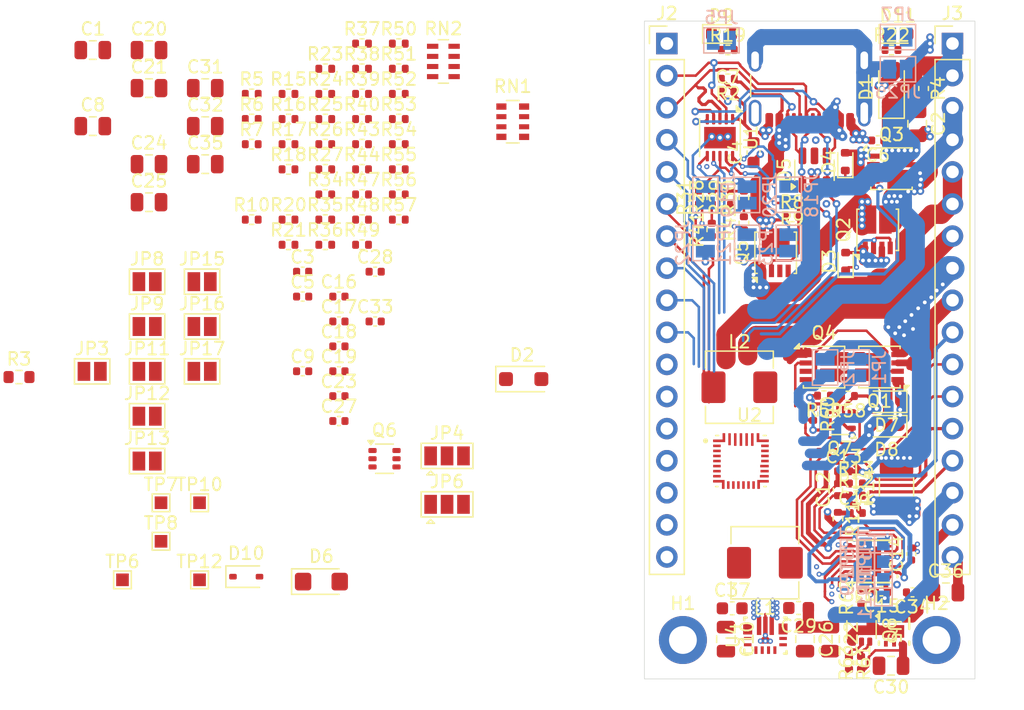
<source format=kicad_pcb>
(kicad_pcb (version 20241229) (generator "pcbnew") (generator_version "9.0")
  (layers (0 "F.Cu" signal) (4 "In1.Cu" signal) (6 "In2.Cu" signal) (2 "B.Cu" signal) (13 "F.Paste" user) (15 "B.Paste" user) (5 "F.SilkS" user "F.Silkscreen") (7 "B.SilkS" user "B.Silkscreen") (1 "F.Mask" user) (3 "B.Mask" user) (25 "Edge.Cuts" user))
  (net 0 "")
  (net 1 "GND")
  (net 2 "/VBUS")
  (net 3 "/VEXT")
  (net 4 "/BC_REGN")
  (net 5 "/VSYS")
  (net 6 "/VIN")
  (net 7 "/PMID")
  (net 8 "/USB_PD_VBUS")
  (net 9 "/VSW_VSEL")
  (net 10 "/VLDO")
  (net 11 "/BC_STAT")
  (net 12 "/VIN_VBUS_G")
  (net 13 "/VIN_VBUS_S")
  (net 14 "/USB_VBUS")
  (net 15 "/USB_CC2")
  (net 16 "/USB_CC1")
  (net 17 "/VLDO_VIN")
  (net 18 "/VIN_VEXT_G")
  (net 19 "/VIN_VEXT_S")
  (net 20 "Net-(J1-SHIELD)")
  (net 21 "/~{INT}")
  (net 22 "/VLDO_VIN1")
  (net 24 "/USB_VSET")
  (net 25 "/BAT_ILIM_MIN")
  (net 26 "/BAT_ILIM_0_5A")
  (net 27 "/USB_ISET")
  (net 29 "/VLDO_VIN2")
  (net 30 "/VSW_VIN")
  (net 31 "/VLDO_VSEL")
  (net 32 "/VBUS_EN_OD")
  (net 33 "/~{VLDO_EN}")
  (net 34 "/~{BC_CE}")
  (net 35 "/BAT_PRG_ILIM")
  (net 36 "/BC_SDRV")
  (net 37 "Net-(C1-Pad1)")
  (net 38 "/SCL")
  (net 39 "/SDA")
  (net 40 "/VSW")
  (net 41 "/BC_VIN")
  (net 42 "/BC_VEXT_EN")
  (net 43 "/BC_VBUS_EN")
  (net 44 "/VSW_PG_OD")
  (net 45 "/VLDO_PG_OD")
  (net 46 "/~{VSW_EN}")
  (net 47 "/VSW_PS_EN")
  (net 48 "/BAT_PACK_3S")
  (net 49 "/BAT_PACK_2S")
  (net 50 "/BAT_PACK_1S")
  (net 51 "/BAT_PRG_PACK")
  (net 52 "/BAT_PACK_4S")
  (net 53 "/BC_VBAT")
  (net 54 "/BC_BATP")
  (net 55 "Net-(Q6A-D)")
  (net 56 "/BC_SW_L1")
  (net 57 "/BC_SW_BTST1")
  (net 58 "/BC_SW_SW2")
  (net 59 "/VSW_SW_L2")
  (net 60 "/VSW_SW_L1")
  (net 61 "/BC_SW_L2")
  (net 62 "/~{BC_QON}")
  (net 63 "Net-(C2-Pad1)")
  (net 64 "Net-(JP5-A)")
  (net 65 "/FG_VIN")
  (net 66 "/VBATP")
  (net 67 "/VBATN")
  (net 68 "/FG_TS2")
  (net 69 "/FG_TS1")
  (net 70 "/VBATP_RPP")
  (net 71 "/FG_CELL2")
  (net 72 "/FG_CELL1")
  (net 73 "Net-(U4-VAUX)")
  (net 74 "Net-(JP6-A)")
  (net 75 "/VSW_FB1")
  (net 76 "/VSW_FB2")
  (net 77 "Net-(JP6-B)")
  (net 78 "Net-(JP7-A)")
  (net 79 "Net-(Q8A-D)")
  (net 80 "Net-(JP8-B)")
  (net 81 "Net-(JP9-B)")
  (net 82 "/VLDO_FB1")
  (net 86 "/VLDO_FB2")
  (net 87 "Net-(JP4-A)")
  (net 88 "Net-(JP4-B)")
  (net 89 "Net-(Q6B-D)")
  (net 92 "Net-(R24-Pad1)")
  (net 93 "Net-(R25-Pad1)")
  (net 94 "Net-(R26-Pad1)")
  (net 95 "Net-(R34-Pad1)")
  (net 96 "Net-(R35-Pad1)")
  (net 97 "/USB_VSET_9V")
  (net 98 "/USB_VSET_12V")
  (net 99 "/USB_VSET_15V")
  (net 100 "/USB_VSET_20V")
  (net 101 "Net-(R27-Pad1)")
  (net 102 "Net-(R51-Pad1)")
  (net 103 "Net-(R52-Pad1)")
  (net 104 "Net-(R50-Pad1)")
  (net 105 "/BAT_ILIM_1A")
  (net 106 "Net-(D9-A)")
  (net 107 "Net-(D11-A)")
  (net 111 "Net-(Q5A-G)")
  (net 113 "/USB_D-")
  (net 114 "/USB_D+")
  (net 115 "/VLDO_VIN2_S")
  (net 116 "/VLDO_VIN2_EN_S")
  (net 117 "/VLDO_VIN2_EN_G")
  (net 118 "Net-(R28-Pad1)")
  (net 119 "Net-(R30-Pad1)")
  (net 120 "Net-(R36-Pad1)")
  (net 121 "Net-(R53-Pad1)")
  (net 122 "/FG_CELL2_TP")
  (net 123 "/FG_CELL1_TP")
  (net 124 "/FG_CELLX_TP")
  (net 125 "/FG_TS_VCC")
  (net 126 "/FG_REG2")
  (net 127 "/FG_REG3")
  (footprint "Jumper:SolderJumper-2_P1.3mm_Open_Pad1.0x1.5mm" (layer "F.Cu") (at 163.8385 132.876)
    (property "Reference" "JP12")
    (property "Value" "BAT_ILIM_0_5A")
  )
  (footprint "Resistor_SMD:R_0402_1005Metric" (layer "F.Cu") (at 172.1185 117.316)
    (property "Reference" "R10")
    (property "Value" "1M")
  )
  (footprint "Resistor_SMD:R_0402_1005Metric" (layer "F.Cu") (at 180.8485 113.336)
    (property "Reference" "R44")
    (property "Value" "2M")
  )
  (footprint "mixlib-generic-so:Vishay_PowerPAK_1212-8_Dual" (layer "F.Cu") (at 213.588 119.9375 90)
    (property "Reference" "Q5")
    (property "Value" "Si7223DN")
  )
  (footprint "Resistor_SMD:R_0402_1005Metric" (layer "F.Cu") (at 214.884 116.078 180)
    (property "Reference" "R9")
    (property "Value" "100")
  )
  (footprint "Diode_SMD:D_SMF" (layer "F.Cu") (at 222.758 106.934 90)
    (property "Reference" "D1")
    (property "Value" "SMF24A")
  )
  (footprint "mixlib-generic-sot:SOT-363_SC-70-6" (layer "F.Cu") (at 220.3837 149.7711 -90)
    (property "Reference" "Q8")
    (property "Value" "BSS138PS")
  )
  (footprint "Resistor_SMD:R_0402_1005Metric" (layer "F.Cu") (at 180.8485 111.346)
    (property "Reference" "R43")
    (property "Value" "1.2M")
  )
  (footprint "Capacitor_SMD:C_0402_1005Metric" (layer "F.Cu") (at 224.3181 143.7812 90)
    (property "Reference" "C14")
    (property "Value" "470n")
  )
  (footprint "Capacitor_SMD:C_0402_1005Metric" (layer "F.Cu") (at 221.9605 146.7358 180)
    (property "Reference" "C15")
    (property "Value" "470n")
  )
  (footprint "Jumper:SolderJumper-3_P1.3mm_Open_Pad1.0x1.5mm" (layer "F.Cu") (at 187.5785 139.851)
    (property "Reference" "JP6")
    (property "Value" "BC_TS_SEL")
  )
  (footprint "Resistor_SMD:R_0402_1005Metric" (layer "F.Cu") (at 177.9385 109.356)
    (property "Reference" "R25")
    (property "Value" "10K")
  )
  (footprint "Resistor_SMD:R_0603_1608Metric" (layer "F.Cu") (at 153.6985 129.776)
    (property "Reference" "R3")
    (property "Value" "2")
  )
  (footprint "Resistor_SMD:R_0402_1005Metric" (layer "F.Cu") (at 180.8485 107.366)
    (property "Reference" "R39")
    (property "Value" "1K")
  )
  (footprint "Resistor_SMD:R_0402_1005Metric" (layer "F.Cu") (at 180.8485 109.356)
    (property "Reference" "R40")
    (property "Value" "1.5K")
  )
  (footprint "Jumper:SolderJumper-2_P1.3mm_Open_Pad1.0x1.5mm" (layer "F.Cu") (at 168.1885 125.776)
    (property "Reference" "JP16")
    (property "Value" "BAT_PACK_2S")
  )
  (footprint "Resistor_SMD:R_0402_1005Metric" (layer "F.Cu") (at 211.074 117.604 90)
    (property "Reference" "R42")
    (property "Value" "2K")
  )
  (footprint "MountingHole:MountingHole_2.2mm_M2_DIN965_Pad_TopBottom" (layer "F.Cu") (at 206.248 150.59)
    (property "Reference" "H1")
    (property "Value" "MountingHole_Pad")
  )
  (footprint "Capacitor_SMD:C_0603_1608Metric" (layer "F.Cu") (at 211.836 112.014 90)
    (property "Reference" "C4")
    (property "Value" "2.2u")
  )
  (footprint "Capacitor_SMD:C_0805_2012Metric" (layer "F.Cu") (at 168.4385 112.926)
    (property "Reference" "C35")
    (property "Value" "10u")
  )
  (footprint "Resistor_SMD:R_0402_1005Metric" (layer "F.Cu") (at 180.8485 103.386)
    (property "Reference" "R37")
    (property "Value" "2.2K")
  )
  (footprint "Resistor_SMD:R_0402_1005Metric" (layer "F.Cu") (at 175.0285 119.306)
    (property "Reference" "R21")
    (property "Value" "2M")
  )
  (footprint "mixlib-pmic-battery:SPECIFIC_BQ25672RQMR" (layer "F.Cu") (at 210.83995 136.4234)
    (property "Reference" "U2")
    (property "Value" "BQ25672")
  )
  (footprint "mixlib-pmic-vreg:SPECIFIC_TPS7A2601DRVR_NoThermalVias" (layer "F.Cu") (at 222.9612 149.9108 -90)
    (property "Reference" "U5")
    (property "Value" "TPS7A2601DRVR")
  )
  (footprint "mixlib-pmic-vreg:SPECIFIC_TPS63070_RNM0015A" (layer "F.Cu") (at 212.7758 150.241 90)
    (property "Reference" "U4")
    (property "Value" "TPS63070")
  )
  (footprint "mixlib-generic-dfn:DFN-10-1EP_3x3mm_P0.5mm_EP1.7x2.5mm" (layer "F.Cu") (at 209.179 110.827 -90)
    (property "Reference" "U1")
    (property "Value" "HUSB238_002DD")
  )
  (footprint "Resistor_SMD:R_0402_1005Metric" (layer "F.Cu") (at 177.9385 111.346)
    (property "Reference" "R26")
    (property "Value" "5.1K")
  )
  (footprint "Package_SO:Vishay_PowerPAK_1212-8_Dual" (layer "F.Cu") (at 221.666 118.1228 90)
    (property "Reference" "Q2")
    (property "Value" "Si7224DN")
  )
  (footprint "Resistor_SMD:R_0402_1005Metric" (layer "F.Cu") (at 225.298 106.936 -90)
    (property "Reference" "R4")
    (property "Value" "2")
  )
  (footprint "Connector_PinHeader_2.54mm:PinHeader_1x17_P2.54mm_Vertical" (layer "F.Cu") (at 204.978 103.378)
    (property "Reference" "J2")
    (property "Value" "PINS_LHS")
  )
  (footprint "Resistor_SMD:R_0402_1005Metric" (layer "F.Cu") (at 183.7585 113.336)
    (property "Reference" "R55")
    (property "Value" "100K")
  )
  (footprint "Resistor_SMD:R_0402_1005Metric" (layer "F.Cu") (at 183.7585 107.366)
    (property "Reference" "R52")
    (property "Value" "1.2M")
  )
  (footprint "Resistor_SMD:R_0402_1005Metric" (layer "F.Cu") (at 220.345 152.4 90)
    (property "Reference" "R63")
    (property "Value" "1M")
  )
  (footprint "Resistor_SMD:R_0402_1005Metric" (layer "F.Cu") (at 175.0285 111.346)
    (property "Reference" "R17")
    (property "Value" "4.7K")
  )
  (footprint "Resistor_SMD:R_0402_1005Metric" (layer "F.Cu") (at 207.518 115.568 90)
    (property "Reference" "R31")
    (property "Value" "18K")
  )
  (footprint "Resistor_SMD:R_0402_1005Metric" (layer "F.Cu") (at 183.7585 103.386)
    (property "Reference" "R50")
    (property "Value" "330K")
  )
  (footprint "Resistor_SMD:R_0402_1005Metric" (layer "F.Cu") (at 177.9385 105.376)
    (property "Reference" "R23")
    (property "Value" "1M")
  )
  (footprint "Capacitor_SMD:C_0402_1005Metric" (layer "F.Cu") (at 181.8885 125.376)
    (property "Reference" "C33")
    (property "Value" "100n")
  )
  (footprint "Resistor_SMD:R_0402_1005Metric" (layer "F.Cu") (at 180.8485 119.306)
    (property "Reference" "R49")
    (property "Value" "56K")
  )
  (footprint "Resistor_SMD:R_0402_1005Metric" (layer "F.Cu") (at 219.3166 131.2776 180)
    (property "Reference" "R58")
    (property "Value" "10M")
  )
  (footprint "Capacitor_SMD:C_0603_1608Metric" (layer "F.Cu") (at 215.4047 148.0566 180)
    (property "Reference" "C29")
    (property "Value" "10u")
  )
  (footprint "TestPoint:TestPoint_Pad_1.0x1.0mm" (layer "F.Cu") (at 161.8885 145.826)
    (property "Reference" "TP6")
    (property "Value" "TestPoint")
  )
  (footprint "Capacitor_SMD:C_0805_2012Metric" (layer "F.Cu") (at 224.79 109.728 -90)
    (property "Reference" "C2")
    (property "Value" "2.2u")
  )
  (footprint "Capacitor_SMD:C_0805_2012Metric" (layer "F.Cu") (at 159.5385 103.896)
    (property "Reference" "C1")
    (property "Value" "2.2u")
  )
  (footprint "mixlib-pmic-battery:SPECIFIC_MAX172x5G_21-0137_T1433-2C_MXM" (layer "F.Cu") (at 221.043193 144.368101 180)
    (property "Reference" "U3")
    (property "Value" "MAX17205G")
  )
  (footprint "Capacitor_SMD:C_0805_2012Metric" (layer "F.Cu") (at 217.8939 150.5204 -90)
    (property "Reference" "C22")
    (property "Value" "47u")
  )
  (footprint "Capacitor_SMD:C_0402_1005Metric" (layer "F.Cu") (at 176.1485 123.406)
    (property "Reference" "C5")
    (property "Value" "100n")
  )
  (footprint "Capacitor_SMD:C_0805_2012Metric" (layer "F.Cu") (at 163.9885 112.926)
    (property "Reference" "C24")
    (property "Value" "47u")
  )
  (footprint "Diode_SMD:D_SOD-323" (layer "F.Cu") (at 222.3666 131.7348 180)
    (property "Reference" "D7")
    (property "Value" "1N5819WS")
  )
  (footprint "Resistor_SMD:R_0402_1005Metric" (layer "F.Cu") (at 175.0285 117.316)
    (property "Reference" "R20")
    (property "Value" "2M")
  )
  (footprint "Jumper:SolderJumper-2_P1.3mm_Open_Pad1.0x1.5mm" (layer "F.Cu") (at 163.8385 125.776)
    (property "Reference" "JP9")
    (property "Value" "VLDO_VSEL_EN")
  )
  (footprint "Jumper:SolderJumper-2_P1.3mm_Open_Pad1.0x1.5mm" (layer "F.Cu") (at 168.1885 129.326)
    (property "Reference" "JP17")
    (property "Value" "BAT_PACK_1S")
  )
  (footprint "Capacitor_SMD:C_0805_2012Metric" (layer "F.Cu") (at 209.6516 150.5204 -90)
    (property "Reference" "C10")
    (property "Value" "22u")
  )
  (footprint "Jumper:SolderJumper-2_P1.3mm_Open_Pad1.0x1.5mm" (layer "F.Cu") (at 159.4885 129.326)
    (property "Reference" "JP3")
    (property "Value" "VSW_VSYS_EN")
  )
  (footprint "Capacitor_SMD:C_0805_2012Metric" (layer "F.Cu") (at 215.9127 150.5204 -90)
    (property "Reference" "C26")
    (property "Value" "47u")
  )
  (footprint "Diode_SMD:D_SOD-323" (layer "F.Cu") (at 222.3666 133.6652 180)
    (property "Reference" "D8")
    (property "Value" "1N5819WS")
  )
  (footprint "Package_SO:Vishay_PowerPAK_1212-8_Dual" (layer "F.Cu") (at 217.417 128.991)
    (property "Reference" "Q4")
    (property "Value" "Si7224DN")
  )
  (footprint "Diode_SMD:D_SMF" (layer "F.Cu") (at 177.6335 145.966)
    (property "Reference" "D6")
    (property "Value" "SMF20A")
  )
  (footprint "Resistor_SMD:R_0402_1005Metric" (layer "F.Cu") (at 172.1185 111.346)
    (property "Reference" "R7")
    (property "Value" "100")
  )
  (footprint "Diode_SMD:D_SOD-523" (layer "F.Cu") (at 219.1258 120.6246 90)
    (property "Reference" "D3")
    (property "Value" "Zener_16V")
  )
  (footprint "Capacitor_SMD:C_0805_2012Metric" (layer "F.Cu") (at 163.9885 106.906)
    (property "Reference" "C21")
    (property "Value" "47u")
  )
  (footprint "Resistor_SMD:R_0402_1005Metric" (layer "F.Cu") (at 177.9385 119.306)
    (property "Reference" "R36")
    (property "Value" "220K")
  )
  (footprint "Inductor_SMD:L_Changjiang_FXL0530" (layer "F.Cu") (at 210.7184 130.5814)
    (property "Reference" "L2")
    (property "Value" "1u")
  )
  (footprint "Capacitor_SMD:C_0402_1005Metric" (layer "F.Cu") (at 176.1485 129.316)
    (property "Reference" "C9")
    (property "Value" "100n")
  )
  (footprint "Capacitor_SMD:C_0805_2012Metric" (layer "F.Cu") (at 222.7199 152.6286 180)
    (property "Reference" "C30")
    (property "Value" "10u")
  )
  (footprint "Capacitor_SMD:C_0805_2012Metric" (layer "F.Cu") (at 168.4385 106.906)
    (property "Reference" "C31")
    (property "Value" "47u")
  )
  (footprint "Jumper:SolderJumper-2_P1.3mm_Open_Pad1.0x1.5mm" (layer "F.Cu") (at 163.8385 122.226)
    (property "Reference" "JP8")
    (property "Value" "VSW_VSEL_EN")
  )
  (footprint "Capacitor_SMD:C_0805_2012Metric" (layer "F.Cu") (at 159.5385 109.916)
    (property "Reference" "C8")
    (property "Value" "22u")
  )
  (footprint "Capacitor_SMD:C_0402_1005Metric" (layer "F.Cu") (at 224.4217 146.812 180)
    (property "Reference" "C34")
    (property "Value" "10n")
  )
  (footprint "Resistor_SMD:R_0402_1005Metric" (layer "F.Cu") (at 216.55 132.7 -90)
    (property "Reference" "R60")
    (property "Value" "10M")
  )
  (footprint "Capacitor_SMD:C_0402_1005Metric" (layer "F.Cu") (at 209.804 107.188)
    (property "Reference" "C7")
    (property "Value" "100n")
  )
  (footprint "Jumper:SolderJumper-3_P1.3mm_Open_Pad1.0x1.5mm" (layer "F.Cu") (at 187.5785 136.016)
    (property "Reference" "JP4")
    (property "Value" "I2C_PULLUPS")
  )
  (footprint "Resistor_SMD:R_0402_1005Metric" (layer "F.Cu") (at 175.0285 113.336)
    (property "Reference" "R18")
    (property "Value" "4.7K")
  )
  (footprint "Resistor_SMD:R_0402_1005Metric" (layer "F.Cu") (at 172.1185 107.366)
    (property "Reference" "R5")
    (property "Value" "330")
  )
  (footprint "Capacitor_SMD:C_0402_1005Metric" (layer "F.Cu") (at 179.0185 123.406)
    (property "Reference" "C16")
    (property "Value" "100n")
  )
  (footprint "Capacitor_SMD:C_0402_1005Metric" (layer "F.Cu") (at 219.9666 140.5382)
    (property "Reference" "C11")
    (property "Value" "1n")
  )
  (footprint "Capacitor_SMD:C_0805_2012Metric" (layer "F.Cu") (at 227.0633 146.812)
    (property "Reference" "C36")
    (property "Value" "22u")
  )
  (footprint "Resistor_SMD:R_0402_1005Metric" (layer "F.Cu") (at 208.534 115.568 90)
    (property "Reference" "R28")
    (property "Value" "5K6")
  )
  (footprint "Capacitor_SMD:C_0402_1005Metric" (layer "F.Cu") (at 181.8885 121.436)
    (property "Reference" "C28")
    (property "Value" "100n")
  )
  (footprint "Resistor_SMD:R_0402_1005Metric" (layer "F.Cu") (at 183.7585 105.376)
    (property "Reference" "R51")
    (property "Value" "470K")
  )
  (footprint "TestPoint:TestPoint_Pad_1.0x1.0mm" (layer "F.Cu") (at 164.9385 139.726)
    (property "Reference" "TP7")
    (property "Value" "TestPoint")
  )
  (footprint "Connector_USB:USB_C_Receptacle_GCT_USB4105-xx-A_16P_TopMnt_Horizontal" (layer "F.Cu") (at 216.281 105.78 180)
    (property "Reference" "J1" (hide yes))
    (property "Value" "USB_C_2_0")
  )
  (footprint "Resistor_SMD:R_0402_1005Metric" (layer "F.Cu") (at 177.9385 107.366)
    (property "Reference" "R24")
    (property "Value" "15K")
  )
  (footprint "Jumper:SolderJumper-2_P1.3mm_Open_Pad1.0x1.5mm" (layer "F.Cu") (at 168.1885 122.226)
    (property "Reference" "JP15")
    (property "Value" "BAT_PACK_3S")
  )
  (footprint "Resistor_SMD:R_0402_1005Metric" (layer "F.Cu") (at 219.3925 152.4 -90)
    (property "Reference" "R61")
    (property "Value" "10M")
  )
  (footprint "Resistor_SMD:R_0402_1005Metric" (layer "F.Cu") (at 172.1185 109.356)
    (property "Reference" "R6")
    (property "Value" "330")
  )
  (footprint "LED_SMD:LED_0603_1608Metric" (layer "F.Cu") (at 223.266 102.616)
    (property "Reference" "D11")
    (property "Value" "RED")
  )
  (footprint "MountingHole:MountingHole_2.2mm_M2_DIN965_Pad_TopBottom" (layer "F.Cu") (at 226.314 150.59)
    (property "Reference" "H2")
    (property "Value" "MountingHole_Pad")
  )
  (footprint "Capacitor_SMD:C_0402_1005Metric" (layer "F.Cu") (at 179.0185 127.346)
    (property "Reference" "C18")
    (property "Value" "47n")
  )
  (footprint "Capacitor_SMD:C_0805_2012Metric" (layer "F.Cu") (at 163.9885 103.896)
    (property "Reference" "C20")
    (property "Value" "47u")
  )
  (footprint "mixlib-generic-so:Vishay_PowerPAK_1212-8_Dual" (layer "F.Cu") (at 221.8044 128.9849 180)
    (property "Reference" "Q1")
    (property "Value" "Si7223DN")
  )
  (footprint "Resistor_SMD:R_0402_1005Metric" (layer "F.Cu") (at 219.9412 139.1666)
    (property "Reference" "R12")
    (property "Value" "100")
  )
  (footprint "Capacitor_SMD:C_0805_2012Metric" (layer "F.Cu") (at 168.4385 109.916)
    (property "Reference" "C32")
    (property "Value" "47u")
  )
  (footprint "TestPoint:TestPoint_Pad_1.0x1.0mm" (layer "F.Cu") (at 167.9885 145.826)
    (property "Reference" "TP12")
    (property "Value" "TestPoint")
  )
  (footprint "Resistor_SMD:R_0402_1005Metric" (layer "F.Cu") (at 218.5188 140.9954 -90)
    (property "Reference" "R11")
    (property "Value" "10")
  )
  (footprint "Connector_PinHeader_2.54mm:PinHeader_1x17_P2.54mm_Vertical" (layer "F.Cu") (at 227.584 103.378)
    (property "Reference" "J3")
    (property "Value" "PINS_RHS")
  )
  (footprint "LED_SMD:LED_0603_1608Metric" (layer "F.Cu") (at 209.296 102.616)
    (property "Reference" "D9")
    (property "Value" "BLUE")
  )
  (footprint "Resistor_SMD:R_0402_1005Metric" (layer "F.Cu") (at 180.8485 115.326)
    (property "Reference" "R47")
    (property "Value" "51K")
  )
  (footprint "TestPoint:TestPoint_Pad_1.0x1.0mm" (layer "F.Cu") (at 164.9385 142.776)
    (property "Reference" "TP8")
    (property "Value" "TestPoint")
  )
  (footprint "Resistor_SMD:R_0402_1005Metric" (layer "F.Cu") (at 222.758 103.886)
    (property "Reference" "R22")
    (property "Value" "3.3K")
  )
  (footprint "Capacitor_SMD:C_0402_1005Metric" (layer "F.Cu") (at 218.976 137.2362)
    (property "Reference" "C13")
    (property "Value" "1n")
  )
  (footprint "Resistor_SMD:R_0402_1005Metric" (layer "F.Cu") (at 217.4116 131.2522 180)
    (property "Reference" "R59")
    (property "Value" "10M")
  )
  (footprint "Diode_SMD:D_SOD-323" (layer "F.Cu") (at 171.6835 145.576)
    (property "Reference" "D10")
    (property "Value" "1N5819WS")
  )
  (footprint "Resistor_SMD:R_0402_1005Metric" (layer "F.Cu") (at 209.804 103.886)
    (property "Reference" "R19")
    (property "Value" "3.3K")
  )
  (footprint "Inductor_SMD:L_Changjiang_FXL0530" (layer "F.Cu") (at 212.7377 144.4752 180)
    (property "Reference" "L1")
    (property "Value" "1u")
  )
  (footprint "Resistor_SMD:R_0402_1005Metric" (layer "F.Cu") (at 177.9385 117.316)
    (property "Reference" "R35")
    (property "Value" "330K")
  )
  (footprint "Resistor_SMD:R_Array_Convex_4x0603" (layer "F.Cu") (at 192.7785 109.566)
    (property "Reference" "RN1")
    (property "Value" "10M")
  )
  (footprint "Capacitor_SMD:C_0402_1005Metric" (layer "F.Cu") (at 221.6684 111.0488 180)
    (property "Reference" "C6")
    (property "Value" "100n")
  )
  (footprint "Diode_SMD:D_SOD-123F" (layer "F.Cu") (at 193.6435 129.936)
    (property "Reference" "D2")
    (property "Value" "SMF16CA")
  )
  (footprint "Resistor_SMD:R_0402_1005Metric" (layer "F.Cu") (at 180.8485 117.316)
    (property "Reference" "R48")
    (property "Value" "56K")
  )
  (footprint "Resistor_SMD:R_0402_1005Metric" (layer "F.Cu") (at 175.0285 107.366)
    (property "Reference" "R15")
    (property "Value" "5.1K")
  )
  (footprint "Resistor_SMD:R_0402_1005Metric" (layer "F.Cu") (at 209.804 106.172 180)
    (property "Reference" "R2")
    (property "Value" "10")
  )
  (footprint "TestPoint:TestPoint_Pad_1.0x1.0mm" (layer "F.Cu") (at 167.9885 139.726)
    (property "Reference" "TP10")
    (property "Value" "TestPoint")
  )
  (footprint "Capacitor_SMD:C_0402_1005Metric" (layer "F.Cu") (at 179.0185 125.376)
    (property "Reference" "C17")
    (property "Value" "47n")
  )
  (footprint "Capacitor_SMD:C_0402_1005Metric" (layer "F.Cu") (at 179.0185 129.316)
    (property "Reference" "C19")
    (property "Value" "100n")
  )
  (footprint "Capacitor_SMD:C_0402_1005Metric" (layer "F.Cu") (at 179.0185 131.286)
    (property "Reference" "C23")
    (property "Value" "10p")
  )
  (footprint "Capacitor_SMD:C_0402_1005Metric" (layer "F.Cu") (at 218.5188 138.684 90)
    (property "Reference" "C12")
    (property "Value" "1n")
  )
  (footprint "Resistor_SMD:R_1210_3225Metric" (layer "F.Cu") (at 223.154 138.4658 90)
    (property "Reference" "R14")
    (property "Value" "0.01")
  )
  (footprint "mixlib-generic-sot:SOT-363_SC-70-6" (layer "F.Cu") (at 182.6285 136.241)
    (property "Reference" "Q6")
    (property "Value" "BSS138PS")
  )
  (footprint "Resistor_SMD:R_0402_1005Metric" (layer "F.Cu") (at 211.074 115.572 90)
    (property "Reference" "R30")
    (property "Value" "12K")
  )
  (footprint "Resistor_SMD:R_0402_1005Metric" (layer "F.Cu") (at 208.534 118.108 90)
    (property "Reference" "R41")
    (property "Value" "470")
  )
  (footprint "Resistor_SMD:R_0402_1005Metric" (layer "F.Cu") (at 210.058 115.572 90)
    (property "Reference" "R29")
    (property "Value" "10K")
  )
  (footprint "Resistor_SMD:R_0402_1005Metric" (layer "F.Cu") (at 175.0285 109.356)
    (property "Reference" "R16")
    (property "Value" "33K")
  )
  (footprint "Capacitor_SMD:C_0805_2012Metric" (layer "F.Cu") (at 163.9885 115.936)
    (property "Reference" "C25")
    (property "Value" "47u")
  )
  (footprint "Resistor_SMD:R_0402_1005Metric" (layer "F.Cu") (at 220.3704 147.2057 90)
    (property "Reference" "R62")
    (property "Value" "10M")
  )
  (footprint "Resistor_SMD:R_0402_1005Metric" (layer "F.Cu") (at 180.8485 105.376)
    (property "Reference" "R38")
    (property "Value" "510")
  )
  (footprint "Diode_SMD:D_SOD-523" (layer "F.Cu") (at 219.1004 112.7252 90)
    (property "Reference" "D4")
    (property "Value" "Zener_16V")
  )
  (footprint "Resistor_SMD:R_0402_1005Metric" (layer "F.Cu") (at 183.7585 115.326)
    (property "Reference" "R56")
    (property "Value" "3.3K")
  )
  (footprint "Resistor_SMD:R_0402_1005Metric" (layer "F.Cu") (at 214.884 117.094)
    (property "Reference" "R8")
    (property "Value" "10M")
  )
  (footprint "Resistor_SMD:R_0402_1005Metric" (layer "F.Cu") (at 177.9385 115.326)
    (property "Reference" "R34")
    (property "Value" "510K")
  )
  (footprint "Package_TO_SOT_SMD:SOT-23-6" (layer "F.Cu") (at 216.662 113.4055 90)
    (property "Reference" "D5")
    (property "Value" "SMF05CT1G")
  )
  (footprint "Package_SO:Vishay_PowerPAK_1212-8_Dual" (layer "F.Cu") (at 222.758 113.284)
    (property "Reference" "Q3")
    (property "Value" "Si7224DN")
  )
  (footprint "Capacitor_SMD:C_0402_1005Metric" (layer "F.Cu") (at 176.1485 121.436)
    (property "Reference" "C3")
    (property "Value" "47n")
  )
  (footprint "Resistor_SMD:R_0402_1005Metric" (layer "F.Cu") (at 183.7585 111.346)
    (property "Reference" "R54")
    (property "Value" "51K")
  )
  (footprint "Resistor_SMD:R_0402_1005Metric" (layer "F.Cu") (at 183.7585 109.356)
    (property "Reference" "R53")
    (property "Value" "1M")
  )
  (footprint "Jumper:SolderJumper-2_P1.3mm_Open_Pad1.0x1.5mm" (layer "F.Cu") (at 163.8385 136.426)
    (property "Reference" "JP13")
    (property "Value" "BAT_ILIM_MIN")
  )
  (footprint "Resistor_SMD:R_Array_Concave_4x0603" (layer "F.Cu") (at 187.2885 104.796)
    (property "Reference" "RN2")
    (property "Value" "1M")
  )
  (footprint "Resistor_SMD:R_0402_1005Metric" (layer "F.Cu") (at 219.9412 138.2014)
    (property "Reference" "R13")
    (property "Value" "100")
  )
  (footprint "Resistor_SMD:R_0402_1005Metric" (layer "F.Cu") (at 177.9385 113.336)
    (property "Reference" "R27")
    (property "Value" "1.5K")
  )
  (footprint "Capacitor_SMD:C_0603_1608Metric" (layer "F.Cu") (at 210.1469 148.082)
    (property "Reference" "C37")
    (property "Value" "10u")
  )
  (footprint "Resistor_SMD:R_0402_1005Metric" (layer "F.Cu") (at 183.7585 117.316)
    (property "Reference" "R57")
    (property "Value" "470K")
  )
  (footprint "Capacitor_SMD:C_0402_1005Metric" (layer "F.Cu") (at 179.0185 133.256)
    (property "Reference" "C27")
    (property "Value" "100n")
  )
  (footprint "mixlib-generic-sot:SOT-363_SC-70-6" (layer "F.Cu") (at 218.6582 133.1705 180)
    (property "Reference" "Q7")
    (property "Value" "BSS138PS")
  )
  (footprint "Jumper:SolderJumper-2_P1.3mm_Open_Pad1.0x1.5mm" (layer "F.Cu") (at 163.8385 129.326)
    (property "Reference" "JP11")
    (property "Value" "BAT_ILIM_1A")
  )
  (footprint "Jumper:SolderJumper-2_P1.3mm_Open_Pad1.0x1.5mm" (layer "B.Cu") (at 209.296 103.124 180)
    (property "Reference" "JP5")
    (property "Value" "STAT_LED_EN")
  )
  (footprint "Jumper:SolderJumper-2_P1.3mm_Open_Pad1.0x1.5mm" (layer "B.Cu") (at 223.266 105.41)
    (property "Reference" "JP25")
    (property "Value" "USB_SHLD_GND")
  )
  (footprint "Jumper:SolderJumper-2_P1.3mm_Open_Pad1.0x1.5mm" (layer "B.Cu") (at 208.026 119.163 -90)
    (property "Reference" "JP22")
    (property "Value" "USB_VSET_18V")
  )
  (footprint "TestPoint:TestPoint_Pad_1.0x1.0mm" (layer "B.Cu") (at 220.7133 142.9893 -90)
    (property "Reference" "TP5")
    (property "Value" "TestPoint")
  )
  (footprint "TestPoint:TestPoint_Pad_1.0x1.0mm" (layer "B.Cu") (at 222.1103 147.1803 -90)
    (property "Reference" "TP11")
    (property "Value" "TestPoint")
  )
  (footprint "Jumper:SolderJumper-2_P1.3mm_Open_Pad1.0x1.5mm" (layer "B.Cu") (at 211.328 119.155 -90)
    (property "Reference" "JP21")
    (property "Value" "USB_VSET_15V")
  )
  (footprint "TestPoint:TestPoint_Pad_1.0x1.0mm" (layer "B.Cu") (at 222.112693 142.996501 -90)
    (property "Reference" "TP3")
    (property "Value" "TestPoint")
  )
  (footprint "Jumper:SolderJumper-2_P1.3mm_Open_Pad1.0x1.5mm" (layer "B.Cu") (at 217.5002 129.0193 90)
    (property "Reference" "JP2")
    (property "Value" "VLDO_VSYS_EN")
  )
  (footprint "Jumper:SolderJumper-2_P1.3mm_Open_Pad1.0x1.5mm" (layer "B.Cu") (at 223.266 102.87 180)
    (property "Reference" "JP7")
    (property "Value" "PWR_LED_EN")
  )
  (footprint "TestPoint:TestPoint_Pad_1.0x1.0mm" (layer "B.Cu") (at 222.1103 145.7833 -90)
    (property "Reference" "TP4")
    (property "Value" "TestPoint")
  )
  (footprint "Jumper:SolderJumper-2_P1.3mm_Open_Pad1.0x1.5mm" (layer "B.Cu") (at 220.0021 129.0193 90)
    (property "Reference" "JP1")
    (property "Value" "VLDO_VSW_EN")
  )
  (footprint "Jumper:SolderJumper-2_P1.3mm_Open_Pad1.0x1.5mm" (layer "B.Cu") (at 208.026 115.353 90)
    (property "Reference" "JP19")
    (property "Value" "USB_VSET_9V")
  )
  (footprint "Jumper:SolderJumper-2_P1.3mm_Open_Pad1.0x1.5mm" (layer "B.Cu") (at 214.63 119.155 -90)
    (property "Reference" "JP23")
    (property "Value" "USB_ISET_MIN")
  )
  (footprint "Jumper:SolderJumper-2_P1.3mm_Open_Pad1.0x1.5mm" (layer "B.Cu") (at 211.328 115.361 90)
    (property "Reference" "JP20")
    (property "Value" "USB_VSET_12V")
  )
  (footprint "Jumper:SolderJumper-2_P1.3mm_Open_Pad1.0x1.5mm" (layer "B.Cu") (at 214.63 115.345 90)
    (property "Reference" "JP18")
    (property "Value" "USB_VSET_MIN")
  )
  (footprint "TestPoint:TestPoint_Pad_1.0x1.0mm" (layer "B.Cu") (at 222.1103 144.3863 -90)
    (property "Reference" "TP1")
    (property "Value" "TestPoint")
  )
  (footprint "TestPoint:TestPoint_Pad_1.0x1.0mm" (layer "B.Cu") (at 220.7133 145.7833 -90)
    (property "Reference" "TP9")
    (property "Value" "TestPoint")
  )
  (footprint "TestPoint:TestPoint_Pad_1.0x1.0mm" (layer "B.Cu") (at 220.7133 144.3863 -90)
    (property "Reference" "TP2")
    (property "Value" "TestPoint")
  )
  (gr_rect (start 203.2 101.6) (end 229.362 153.67) (stroke (width 0.05)) (fill no) (layer "Edge.Cuts"))
  (segment (start 221.1657 149.331366) (end 221.1657 148.8211) (width 0.762) (layer "F.Cu") (net 1))
  (segment (start 219.998434 149.8141) (end 219.6017 150.210834) (width 0.762) (layer "F.Cu") (net 1))
  (segment (start 221.648434 149.8141) (end 219.998434 149.8141) (width 0.762) (layer "F.Cu") (net 1))
  (segment (start 224.179708 141.275492) (end 224.179708 140.792892) (width 0.508) (layer "F.Cu") (net 1))
  (segment (start 212.598 110.236) (end 212.4202 110.236) (width 0.2) (layer "F.Cu") (net 1))
  (segment (start 212.7758 149.628301) (end 212.7758 148.5392) (width 0.2) (layer "F.Cu") (net 1))
  (segment (start 216.916 113.538) (end 216.408 113.538) (width 0.3048) (layer "F.Cu") (net 1))
  (segment (start 224.5079 143.3012) (end 224.8052 143.0039) (width 0.254) (layer "F.Cu") (net 1))
  (segment (start 212.7758 150.2283) (end 212.7758 150.2791) (width 0.2) (layer "F.Cu") (net 1))
  (segment (start 218.5002 132.446) (end 218.5002 133.037499) (width 0.254) (layer "F.Cu") (net 1))
  (segment (start 219.724868 110.977148) (end 219.936001 110.766015) (width 0.508) (layer "F.Cu") (net 1))
  (segment (start 212.7758 150.2918) (end 213.1695 150.6855) (width 0.2) (layer "F.Cu") (net 1))
  (segment (start 219.283201 133.8205) (end 219.6082 133.8205) (width 0.254) (layer "F.Cu") (net 1))
  (segment (start 212.2932 110.363) (end 212.2932 110.4646) (width 0.2) (layer "F.Cu") (net 1))
  (segment (start 219.6017 150.210834) (end 219.6017 150.6651) (width 0.762) (layer "F.Cu") (net 1))
  (segment (start 218.5002 133.037499) (end 219.283201 133.8205) (width 0.254) (layer "F.Cu") (net 1))
  (segment (start 225.6536 110.1598) (end 225.3082 110.1598) (width 0.508) (layer "F.Cu") (net 1))
  (segment (start 209.804 107.95) (end 209.324 107.47) (width 0.254) (layer "F.Cu") (net 1))
  (segment (start 221.1894 145.286302) (end 221.1894 145.7852) (width 0.254) (layer "F.Cu") (net 1))
  (segment (start 219.724868 110.977148) (end 219.74572 110.998) (width 0.508) (layer "F.Cu") (net 1))
  (segment (start 225.3082 110.1598) (end 224.79 110.678) (width 0.508) (layer "F.Cu") (net 1))
  (segment (start 220.472 110.49) (end 220.472 110.744) (width 0.508) (layer "F.Cu") (net 1))
  (segment (start 221.105 145.9718) (end 220.6879 145.5547) (width 0.254) (layer "F.Cu") (net 1))
  (segment (start 221.2701 146.852) (end 221.105 147.0171) (width 0.254) (layer "F.Cu") (net 1))
  (segment (start 219.71 110.236) (end 219.481 110.007) (width 0.508) (layer "F.Cu") (net 1))
  (segment (start 212.7758 150.2283) (end 212.7758 150.2918) (width 0.2) (layer "F.Cu") (net 1))
  (segment (start 212.3948 150.6855) (end 212.3821 150.6728) (width 0.381) (layer "F.Cu") (net 1))
  (segment (start 221.1894 145.7852) (end 221.1894 146.2469) (width 0.254) (layer "F.Cu") (net 1))
  (segment (start 212.371961 112.134997) (end 211.855561 112.651397) (width 0.381) (layer "F.Cu") (net 1))
  (segment (start 221.105 147.0171) (end 221.105 146.5599) (width 0.254) (layer "F.Cu") (net 1))
  (segment (start 223.154 139.9283) (end 224.4474 139.9283) (width 0.508) (layer "F.Cu") (net 1))
  (segment (start 224.5183 143.3012) (end 224.8052 143.5881) (width 0.254) (layer "F.Cu") (net 1))
  (segment (start 220.218 110.998) (end 220.726 110.998) (width 0.508) (layer "F.Cu") (net 1))
  (segment (start 228.0133 144.4473) (end 227.584 144.018) (width 0.762) (layer "F.Cu") (net 1))
  (segment (start 219.71 110.49) (end 219.71 110.236) (width 0.508) (layer "F.Cu") (net 1))
  (segment (start 220.103907 110.322094) (end 219.936001 110.49) (width 0.2) (layer "F.Cu") (net 1))
  (segment (start 220.218 110.998) (end 219.71 110.49) (width 0.508) (layer "F.Cu") (net 1))
  (segment (start 221.3971 146.725) (end 221.2701 146.852) (width 0.254) (layer "F.Cu") (net 1))
  (segment (start 222.25 106.68) (end 222.41327 106.68) (width 0.508) (layer "F.Cu") (net 1))
  (segment (start 220.472 110.49) (end 220.472 110.438785) (width 0.2) (layer "F.Cu") (net 1))
  (segment (start 219.646 109.830574) (end 219.646 109.46) (width 0.508) (layer "F.Cu") (net 1))
  (segment (start 220.3704 146.6957) (end 221.2408 146.6957) (width 0.381) (layer "F.Cu") (net 1))
  (segment (start 219.481 110.007) (end 219.481 109.46) (width 0.508) (layer "F.Cu") (net 1))
  (segment (start 221.105 146.5599) (end 221.105 146.3313) (width 0.254) (layer "F.Cu") (net 1))
  (segment (start 222.758 105.664) (end 221.742 106.68) (width 0.508) (layer "F.Cu") (net 1))
  (segment (start 218.4257 132.5205) (end 217.7082 132.5205) (width 0.254) (layer "F.Cu") (net 1))
  (segment (start 216.916 114.289) (end 216.662 114.543) (width 0.3048) (layer "F.Cu") (net 1))
  (segment (start 222.512199 144.368101) (end 221.048001 144.368101) (width 0.2) (layer "F.Cu") (net 1))
  (segment (start 221.2701 146.852) (end 221.2701 146.725) (width 0.254) (layer "F.Cu") (net 1))
  (segment (start 224.856 110.744) (end 224.79 110.678) (width 0.508) (layer "F.Cu") (net 1))
  (segment (start 213.1695 150.6855) (end 212.3948 150.6855) (width 0.381) (layer "F.Cu") (net 1))
  (segment (start 219.6342 133.8465) (end 219.6082 133.8205) (width 0.254) (layer "F.Cu") (net 1))
  (segment (start 221.2408 146.6957) (end 221.2701 146.725) (width 0.381) (layer "F.Cu") (net 1))
  (segment (start 221.1894 145.7852) (end 221.151502 145.7852) (width 0.254) (layer "F.Cu") (net 1))
  (segment (start 220.472 110.49) (end 220.305426 110.49) (width 0.2) (layer "F.Cu") (net 1))
  (segment (start 224.79 140.1826) (end 224.79 140.718992) (width 0.508) (layer "F.Cu") (net 1))
  (segment (start 224.179708 140.792892) (end 224.1804 140.7922) (width 0.508) (layer "F.Cu") (net 1))
  (segment (start 220.472 110.744) (end 220.218 110.998) (width 0.508) (layer "F.Cu") (net 1))
  (segment (start 222.9612 149.9108) (end 222.8645 149.8141) (width 0.762) (layer "F.Cu") (net 1))
  (segment (start 220.472 110.438785) (end 220.103907 110.070692) (width 0.2) (layer "F.Cu") (net 1))
  (segment (start 221.105 146.3313) (end 221.105 145.9718) (width 0.254) (layer "F.Cu") (net 1))
  (segment (start 219.936001 110.120575) (end 219.646 109.830574) (width 0.508) (layer "F.Cu") (net 1))
  (segment (start 212.750477 110.71357) (end 212.87327 110.71357) (width 0.2) (layer "F.Cu") (net 1))
  (segment (start 223.8375 140.4493) (end 224.1804 140.7922) (width 0.508) (layer "F.Cu") (net 1))
  (segment (start 220.103907 110.070692) (end 220.103907 110.322094) (width 0.2) (layer "F.Cu") (net 1))
  (segment (start 221.048001 144.368101) (end 221.0408 144.3609) (width 0.2) (layer "F.Cu") (net 1))
  (segment (start 221.1894 146.2469) (end 221.105 146.3313) (width 0.254) (layer "F.Cu") (net 1))
  (segment (start 211.855561 112.651397) (end 211.855561 112.769439) (width 0.381) (layer "F.Cu") (net 1))
  (segment (start 222.8645 149.8141) (end 221.648434 149.8141) (width 0.762) (layer "F.Cu") (net 1))
  (segment (start 213.08872 110.49812) (end 213.067997 110.477397) (width 0.2) (layer "F.Cu") (net 1))
  (segment (start 224.3181 143.3012) (end 224.5183 143.3012) (width 0.254) (layer "F.Cu") (net 1))
  (segment (start 212.4202 110.236) (end 212.2932 110.363) (width 0.2) (layer "F.Cu") (net 1))
  (segment (start 216.916 113.538) (end 216.916 114.289) (width 0.3048) (layer "F.Cu") (net 1))
  (segment (start 220.6879 145.5547) (end 220.921002 145.5547) (width 0.254) (layer "F.Cu") (net 1))
  (segment (start 219.936001 110.49) (end 219.936001 110.120575) (width 0.508) (layer "F.Cu") (net 1))
  (segment (start 225.806 110.744) (end 224.856 110.744) (width 0.508) (layer "F.Cu") (net 1))
  (segment (start 219.6342 134.3914) (end 219.6342 133.8465) (width 0.254) (layer "F.Cu") (net 1))
  (segment (start 221.5648 146.725) (end 221.3971 146.725) (width 0.254) (layer "F.Cu") (net 1))
  (segment (start 216.408 114.289) (end 216.662 114.543) (width 0.3048) (layer "F.Cu") (net 1))
  (segment (start 219.74572 110.998) (end 220.726 110.998) (width 0.508) (layer "F.Cu") (net 1))
  (segment (start 211.855561 112.769439) (end 211.836 112.789) (width 0.381) (layer "F.Cu") (net 1))
  (segment (start 218.5002 132.446) (end 218.4257 132.5205) (width 0.254) (layer "F.Cu") (net 1))
  (segment (start 213.067997 110.477397) (end 213.067997 110.236) (width 0.2) (layer "F.Cu") (net 1))
  (segment (start 221.742 106.68) (end 221.5896 106.8324) (width 0.381) (layer "F.Cu") (net 1))
  (segment (start 221.648434 149.8141) (end 221.1657 149.331366) (width 0.762) (layer "F.Cu") (net 1))
  (segment (start 218.8066 131.2776) (end 218.8066 131.597599) (width 0.254) (layer "F.Cu") (net 1))
  (segment (start 224.79 140.1826) (end 224.79 139.5857) (width 0.508) (layer "F.Cu") (net 1))
  (segment (start 228.0133 146.812) (end 228.0133 144.4473) (width 0.762) (layer "F.Cu") (net 1))
  (segment (start 221.334456 139.724256) (end 221.7293 140.1191) (width 0.508) (layer "F.Cu") (net 1))
  (segment (start 221.3483 140.4493) (end 223.8375 140.4493) (width 0.508) (layer "F.Cu") (net 1))
  (segment (start 218.5002 131.903999) (end 218.5002 132.446) (width 0.254) (layer "F.Cu") (net 1))
  (segment (start 212.7758 150.2791) (end 212.3821 150.6728) (width 0.2) (layer "F.Cu") (net 1))
  (segment (start 221.334456 139.4888) (end 221.334456 139.724256) (width 0.508) (layer "F.Cu") (net 1))
  (segment (start 221.2701 146.725) (end 221.105 146.5599) (width 0.254) (layer "F.Cu") (net 1))
  (segment (start 212.598 110.236) (end 213.081 109.753) (width 0.508) (layer "F.Cu") (net 1))
  (segment (start 219.936001 110.766015) (end 219.936001 110.49) (width 0.508) (layer "F.Cu") (net 1))
  (segment (start 224.79 140.718992) (end 224.7218 140.787192) (width 0.508) (layer "F.Cu") (net 1))
  (segment (start 224.3181 143.3012) (end 224.5079 143.3012) (width 0.254) (layer "F.Cu") (net 1))
  (segment (start 222.9612 150.885799) (end 222.9612 149.9108) (width 0.3048) (layer "F.Cu") (net 1))
  (segment (start 212.87327 110.71357) (end 213.08872 110.49812) (width 0.2) (layer "F.Cu") (net 1))
  (segment (start 212.2932 110.4646) (end 212.54217 110.71357) (width 0.2) (layer "F.Cu") (net 1))
  (segment (start 222.41327 106.68) (end 223.093635 105.999635) (width 0.508) (layer "F.Cu") (net 1))
  (segment (start 216.408 113.538) (end 216.408 114.289) (width 0.3048) (layer "F.Cu") (net 1))
  (segment (start 212.54217 110.71357) (end 212.750477 110.71357) (width 0.2) (layer "F.Cu") (net 1))
  (segment (start 219.646 109.46) (end 219.481 109.46) (width 0.508) (layer "F.Cu") (net 1))
  (segment (start 221.1711 146.3313) (end 221.5648 146.725) (width 0.254) (layer "F.Cu") (net 1))
  (segment (start 213.081 109.753) (end 213.081 109.46) (width 0.508) (layer "F.Cu") (net 1))
  (segment (start 221.7293 140.1191) (end 221.9201 139.9283) (width 0.508) (layer "F.Cu") (net 1))
  (segment (start 221.105 146.3313) (end 221.1711 146.3313) (width 0.254) (layer "F.Cu") (net 1))
  (segment (start 220.305426 110.49) (end 219.936001 110.120575) (width 0.2) (layer "F.Cu") (net 1))
  (segment (start 218.8066 131.597599) (end 218.5002 131.903999) (width 0.254) (layer "F.Cu") (net 1))
  (segment (start 221.151502 145.7852) (end 220.921002 145.5547) (width 0.254) (layer "F.Cu") (net 1))
  (segment (start 224.4474 139.9283) (end 224.79 139.5857) (width 0.508) (layer "F.Cu") (net 1))
  (segment (start 220.921002 145.5547) (end 221.1894 145.286302) (width 0.254) (layer "F.Cu") (net 1))
  (segment (start 224.1804 140.7922) (end 224.79 140.1826) (width 0.508) (layer "F.Cu") (net 1))
  (via (at 221.210298 143.377808) (size 0.4) (drill 0.2) (layers "F.Cu" "B.Cu") (net 1))
  (via (at 212.3821 150.6728) (size 0.4) (drill 0.2) (layers "F.Cu" "B.Cu") (net 1))
  (via (at 212.7758 150.2283) (size 0.4) (drill 0.2) (layers "F.Cu" "B.Cu") (net 1))
  (via (at 208.534 110.744) (size 0.6) (drill 0.3) (layers "F.Cu" "B.Cu") (net 1))
  (via (at 221.996 106.934) (size 0.6) (drill 0.3) (layers "F.Cu" "B.Cu") (net 1))
  (via (at 208.026 120.65) (size 0.6) (drill 0.3) (layers "F.Cu" "B.Cu") (net 1))
  (via (at 220.218 110.998) (size 0.6) (drill 0.3) (layers "F.Cu" "B.Cu") (net 1))
  (via (at 221.742 106.68) (size 0.6) (drill 0.3) (layers "F.Cu" "B.Cu") (net 1))
  (via (at 225.6536 110.1598) (size 0.6) (drill 0.3) (layers "F.Cu" "B.Cu") (net 1))
  (via (at 225.806 103.378) (size 0.6) (drill 0.3) (layers "F.Cu" "B.Cu") (net 1))
  (via (at 224.179708 141.275492) (size 0.6) (drill 0.3) (layers "F.Cu" "B.Cu") (net 1))
  (via (at 213.1695 150.6855) (size 0.4) (drill 0.2) (layers "F.Cu" "B.Cu") (net 1))
  (via (at 218.5416 143.060899) (size 0.4) (drill 0.2) (layers "F.Cu" "B.Cu") (net 1))
  (via (at 209.804 107.95) (size 0.6) (drill 0.3) (layers "F.Cu" "B.Cu") (net 1))
  (via (at 220.472 110.49) (size 0.6) (drill 0.3) (layers "F.Cu" "B.Cu") (net 1))
  (via (at 222.25 106.68) (size 0.6) (drill 0.3) (layers "F.Cu" "B.Cu") (net 1))
  (via (at 208.139121 113.119611) (size 0.4) (drill 0.2) (layers "F.Cu" "B.Cu") (net 1))
  (via (at 221.105 147.0171) (size 0.4) (drill 0.2) (layers "F.Cu" "B.Cu") (net 1))
  (via (at 219.936001 110.49) (size 0.6) (drill 0.3) (layers "F.Cu" "B.Cu") (net 1))
  (via (at 218.033311 146.9552) (size 0.4) (drill 0.2) (layers "F.Cu" "B.Cu") (net 1))
  (via (at 213.067997 110.236) (size 0.6) (drill 0.3) (layers "F.Cu" "B.Cu") (net 1))
  (via (at 225.806 102.87) (size 0.6) (drill 0.3) (layers "F.Cu" "B.Cu") (net 1))
  (via (at 216.916 113.538) (size 0.6) (drill 0.3) (layers "F.Cu" "B.Cu") (net 1))
  (via (at 217.605 116.063) (size 0.6) (drill 0.3) (layers "F.Cu" "B.Cu") (net 1))
  (via (at 212.371961 112.134997) (size 0.6) (drill 0.3) (layers "F.Cu" "B.Cu") (net 1))
  (via (at 224.8052 143.5881) (size 0.4) (drill 0.2) (layers "F.Cu" "B.Cu") (net 1))
  (via (at 216.8271 144.7927) (size 0.4) (drill 0.2) (layers "F.Cu" "B.Cu") (net 1))
  (via (at 224.79 140.1826) (size 0.6) (drill 0.3) (layers "F.Cu" "B.Cu") (net 1))
  (via (at 220.6879 145.5547) (size 0.4) (drill 0.2) (layers "F.Cu" "B.Cu") (net 1))
  (via (at 221.3483 140.4493) (size 0.6) (drill 0.3) (layers "F.Cu" "B.Cu") (net 1))
  (via (at 224.1804 140.7922) (size 0.6) (drill 0.3) (layers "F.Cu" "B.Cu") (net 1))
  (via (at 209.804 110.744) (size 0.6) (drill 0.3) (layers "F.Cu" "B.Cu") (net 1))
  (via (at 211.074 120.65) (size 0.6) (drill 0.3) (layers "F.Cu" "B.Cu") (net 1))
  (via (at 220.726 110.998) (size 0.6) (drill 0.3) (layers "F.Cu" "B.Cu") (net 1))
  (via (at 225.806 103.886) (size 0.6) (drill 0.3) (layers "F.Cu" "B.Cu") (net 1))
  (via (at 225.806 110.744) (size 0.6) (drill 0.3) (layers "F.Cu" "B.Cu") (net 1))
  (via (at 224.7218 140.787192) (size 0.6) (drill 0.3) (layers "F.Cu" "B.Cu") (net 1))
  (via (at 221.334456 139.4888) (size 0.6) (drill 0.3) (layers "F.Cu" "B.Cu") (net 1))
  (via (at 221.1894 145.286302) (size 0.4) (drill 0.2) (layers "F.Cu" "B.Cu") (net 1))
  (via (at 223.1898 146.2024) (size 0.6) (drill 0.3) (layers "F.Cu" "B.Cu") (net 1))
  (via (at 224.8052 143.0039) (size 0.4) (drill 0.2) (layers "F.Cu" "B.Cu") (net 1))
  (via (at 216.408 113.538) (size 0.6) (drill 0.3) (layers "F.Cu" "B.Cu") (net 1))
  (via (at 214.5792 113.792) (size 0.6) (drill 0.3) (layers "F.Cu" "B.Cu") (net 1))
  (via (at 224.79 139.5857) (size 0.6) (drill 0.3) (layers "F.Cu" "B.Cu") (net 1))
  (via (at 216.7636 111.0234) (size 0.6) (drill 0.3) (layers "F.Cu" "B.Cu") (net 1))
  (via (at 212.7758 150.6728) (size 0.4) (drill 0.2) (layers "F.Cu" "B.Cu") (net 1))
  (via (at 218.940683 147.0834) (size 0.4) (drill 0.2) (layers "F.Cu" "B.Cu") (net 1))
  (via (at 219.724868 110.977148) (size 0.6) (drill 0.3) (layers "F.Cu" "B.Cu") (net 1))
  (via (at 220.685695 143.167828) (size 0.4) (drill 0.2) (layers "F.Cu" "B.Cu") (net 1))
  (via (at 209.179 110.827) (size 0.6) (drill 0.3) (layers "F.Cu" "B.Cu") (net 1))
  (via (at 212.750477 110.71357) (size 0.6) (drill 0.3) (layers "F.Cu" "B.Cu") (net 1))
  (via (at 221.105 146.3313) (size 0.4) (drill 0.2) (layers "F.Cu" "B.Cu") (net 1))
  (via (at 219.6342 134.3914) (size 0.6) (drill 0.3) (layers "F.Cu" "B.Cu") (net 1))
  (via (at 210.4644 114.2492) (size 0.6) (drill 0.3) (layers "F.Cu" "B.Cu") (net 1))
  (via (at 212.598 110.236) (size 0.6) (drill 0.3) (layers "F.Cu" "B.Cu") (net 1))
  (via (at 221.3356 139.9667) (size 0.6) (drill 0.3) (layers "F.Cu" "B.Cu") (net 1))
  (segment (start 224.179708 141.275492) (end 223.353516 140.4493) (width 0.508) (layer "B.Cu") (net 1))
  (segment (start 210.8662 114.2492) (end 211.328 114.711) (width 0.508) (layer "B.Cu") (net 1))
  (segment (start 211.074 120.059) (end 211.328 119.805) (width 0.508) (layer "B.Cu") (net 1))
  (segment (start 224.7218 140.787192) (end 224.7218 139.6539) (width 0.508) (layer "B.Cu") (net 1))
  (segment (start 210.4644 114.2492) (end 210.8662 114.2492) (width 0.508) (layer "B.Cu") (net 1))
  (segment (start 223.353516 140.4493) (end 221.3483 140.4493) (width 0.508) (layer "B.Cu") (net 1))
  (segment (start 224.179708 141.275492) (end 224.2335 141.275492) (width 0.508) (layer "B.Cu") (net 1))
  (segment (start 224.2335 141.275492) (end 224.7218 140.787192) (width 0.508) (layer "B.Cu") (net 1))
  (segment (start 224.7218 139.6539) (end 224.79 139.5857) (width 0.508) (layer "B.Cu") (net 1))
  (segment (start 224.5741 139.9667) (end 224.79 140.1826) (width 0.508) (layer "B.Cu") (net 1))
  (segment (start 211.919 119.805) (end 214.63 119.805) (width 0.508) (layer "B.Cu") (net 1))
  (segment (start 224.000903 104.929097) (end 224.000903 105.400097) (width 0.508) (layer "B.Cu") (net 1))
  (segment (start 214.5792 114.6442) (end 214.63 114.695) (width 0.508) (layer "B.Cu") (net 1))
  (segment (start 207.038721 112.239279) (end 208.534 110.744) (width 0.2) (layer "B.Cu") (net 1))
  (segment (start 224.000903 105.400097) (end 225.515 103.886) (width 0.508) (layer "B.Cu") (net 1))
  (segment (start 221.334456 139.4888) (end 221.334456 140.435456) (width 0.508) (layer "B.Cu") (net 1))
  (segment (start 221.3356 139.9667) (end 224.5741 139.9667) (width 0.508) (layer "B.Cu") (net 1))
  (segment (start 221.334456 139.4888) (end 224.6931 139.4888) (width 0.508) (layer "B.Cu") (net 1))
  (segment (start 224.6931 139.4888) (end 224.79 139.5857) (width 0.508) (layer "B.Cu") (net 1))
  (segment (start 211.074 120.65) (end 211.919 119.805) (width 0.508) (layer "B.Cu") (net 1))
  (segment (start 214.5792 113.792) (end 214.5792 114.6442) (width 0.508) (layer "B.Cu") (net 1))
  (segment (start 208.026 114.703) (end 207.038721 113.715721) (width 0.2) (layer "B.Cu") (net 1))
  (segment (start 221.334456 140.435456) (end 221.3483 140.4493) (width 0.508) (layer "B.Cu") (net 1))
  (segment (start 208.026 120.65) (end 208.026 119.813) (width 0.508) (layer "B.Cu") (net 1))
  (segment (start 211.074 120.65) (end 211.074 120.059) (width 0.508) (layer "B.Cu") (net 1))
  (segment (start 224.383908 140.4493) (end 224.7218 140.787192) (width 0.508) (layer "B.Cu") (net 1))
  (segment (start 225.515 103.886) (end 225.806 103.886) (width 0.508) (layer "B.Cu") (net 1))
  (segment (start 221.3483 140.4493) (end 224.383908 140.4493) (width 0.508) (layer "B.Cu") (net 1))
  (segment (start 225.552 103.378) (end 224.000903 104.929097) (width 0.508) (layer "B.Cu") (net 1))
  (segment (start 225.806 102.87) (end 225.806 103.886) (width 0.508) (layer "B.Cu") (net 1))
  (segment (start 225.806 103.378) (end 225.552 103.378) (width 0.508) (layer "B.Cu") (net 1))
  (segment (start 207.038721 113.715721) (end 207.038721 112.239279) (width 0.2) (layer "B.Cu") (net 1))
  (segment (start 215.1888 123.0376) (end 216.457 121.7694) (width 1.524) (layer "F.Cu") (net 2))
  (segment (start 216.457 120.0404) (end 216.457 119.8644) (width 1.524) (layer "F.Cu") (net 2))
  (segment (start 216.457 120.0404) (end 219.668003 116.829397) (width 1.524) (layer "F.Cu") (net 2))
  (segment (start 212.344 122.682) (end 212.6996 123.0376) (width 1.524) (layer "F.Cu") (net 2))
  (segment (start 216.457 119.8644) (end 220.3742 115.9472) (width 1.524) (layer "F.Cu") (net 2))
  (segment (start 216.457 121.7694) (end 216.457 120.0404) (width 1.524) (layer "F.Cu") (net 2))
  (segment (start 220.3742 115.9472) (end 220.4212 115.9472) (width 1.524) (layer "F.Cu") (net 2))
  (segment (start 220.4212 115.9472) (end 220.4212 117.8052) (width 1.524) (layer "F.Cu") (net 2))
  (segment (start 212.0925 122.4255) (end 212.0925 121.3725) (width 1.524) (layer "F.Cu") (net 2))
  (segment (start 211.836 122.682) (end 212.0925 122.4255) (width 1.524) (layer "F.Cu") (net 2))
  (segment (start 212.6996 123.0376) (end 215.1888 123.0376) (width 1.524) (layer "F.Cu") (net 2))
  (via (at 220.4212 117.3226) (size 0.6) (drill 0.3) (layers "F.Cu" "B.Cu") (net 2))
  (via (at 220.4212 116.8654) (size 0.6) (drill 0.3) (layers "F.Cu" "B.Cu") (net 2))
  (via (at 212.344 122.682) (size 0.6) (drill 0.3) (layers "F.Cu" "B.Cu") (net 2))
  (via (at 211.836 121.666) (size 0.6) (drill 0.3) (layers "F.Cu" "B.Cu") (net 2))
  (via (at 212.852 122.682) (size 0.6) (drill 0.3) (layers "F.Cu" "B.Cu") (net 2))
  (via (at 220.8784 115.9002) (size 0.6) (drill 0.3) (layers "F.Cu" "B.Cu") (net 2))
  (via (at 211.836 121.158) (size 0.6) (drill 0.3) (layers "F.Cu" "B.Cu") (net 2))
  (via (at 211.836 122.174) (size 0.6) (drill 0.3) (layers "F.Cu" "B.Cu") (net 2))
  (via (at 220.4212 117.8052) (size 0.6) (drill 0.3) (layers "F.Cu" "B.Cu") (net 2))
  (via (at 220.4212 115.9002) (size 0.6) (drill 0.3) (layers "F.Cu" "B.Cu") (net 2))
  (via (at 220.4212 116.3828) (size 0.6) (drill 0.3) (layers "F.Cu" "B.Cu") (net 2))
  (via (at 211.836 122.682) (size 0.6) (drill 0.3) (layers "F.Cu" "B.Cu") (net 2))
  (segment (start 211.836 121.158) (end 211.836 122.682) (width 0.762) (layer "B.Cu") (net 2))
  (segment (start 212.344 122.682) (end 211.836 122.682) (width 1.524) (layer "B.Cu") (net 2))
  (segment (start 211.836 121.666) (end 211.836 122.682) (width 1.524) (layer "B.Cu") (net 2))
  (segment (start 223.499532 111.8349) (end 223.805632 112.141) (width 1.524) (layer "F.Cu") (net 3))
  (segment (start 223.3155 111.8349) (end 223.499532 111.8349) (width 1.524) (layer "F.Cu") (net 3))
  (segment (start 222.758 111.2774) (end 223.3155 111.8349) (width 1.524) (layer "F.Cu") (net 3))
  (segment (start 223.3155 111.8349) (end 223.3155 112.4145) (width 1.524) (layer "F.Cu") (net 3))
  (segment (start 227.584 105.918) (end 226.822 105.156) (width 1.524) (layer "F.Cu") (net 3))
  (segment (start 224.421 106.393368) (end 222.758 108.056368) (width 1.524) (layer "F.Cu") (net 3))
  (segment (start 226.822 105.156) (end 224.421 105.156) (width 1.524) (layer "F.Cu") (net 3))
  (segment (start 223.805632 112.141) (end 223.977512 112.141) (width 1.524) (layer "F.Cu") (net 3))
  (segment (start 222.758 108.384) (end 222.758 111.2774) (width 1.524) (layer "F.Cu") (net 3))
  (segment (start 224.421 105.156) (end 224.421 106.393368) (width 1.524) (layer "F.Cu") (net 3))
  (segment (start 222.758 108.056368) (end 222.758 108.384) (width 1.524) (layer "F.Cu") (net 3))
  (via (at 224.7392 111.8362) (size 0.6) (drill 0.3) (layers "F.Cu" "B.Cu") (net 3))
  (via (at 222.8088 111.8362) (size 0.6) (drill 0.3) (layers "F.Cu" "B.Cu") (net 3))
  (via (at 222.3516 111.8362) (size 0.6) (drill 0.3) (layers "F.Cu" "B.Cu") (net 3))
  (via (at 223.7994 111.8362) (size 0.6) (drill 0.3) (layers "F.Cu" "B.Cu") (net 3))
  (via (at 223.3155 111.8349) (size 0.6) (drill 0.3) (layers "F.Cu" "B.Cu") (net 3))
  (via (at 224.282 111.8362) (size 0.6) (drill 0.3) (layers "F.Cu" "B.Cu") (net 3))
  (segment (start 224.094905 111.8362) (end 222.343305 113.5878) (width 1.524) (layer "B.Cu") (net 3))
  (segment (start 223.3155 111.8349) (end 224.2807 111.8349) (width 1.524) (layer "B.Cu") (net 3))
  (segment (start 224.282 111.8362) (end 224.094905 111.8362) (width 1.524) (layer "B.Cu") (net 3))
  (segment (start 224.2807 111.3777) (end 223.3676 110.4646) (width 1.524) (layer "B.Cu") (net 3))
  (segment (start 220.247601 114.6372) (end 218.364952 114.6372) (width 1.524) (layer "B.Cu") (net 3))
  (segment (start 224.2807 111.8349) (end 224.2807 111.3777) (width 1.524) (layer "B.Cu") (net 3))
  (segment (start 223.3676 110.4646) (end 223.3676 109.4232) (width 1.524) (layer "B.Cu") (net 3))
  (segment (start 222.8088 109.491119) (end 222.8088 111.8362) (width 1.524) (layer "B.Cu") (net 3))
  (segment (start 213.094 124.407) (end 212.09 124.407) (width 1.524) (layer "B.Cu") (net 3))
  (segment (start 224.2807 111.8349) (end 224.282 111.8362) (width 1.524) (layer "B.Cu") (net 3))
  (segment (start 223.3676 109.4232) (end 226.8728 105.918) (width 1.524) (layer "B.Cu") (net 3))
  (segment (start 222.8088 109.9058) (end 222.8088 109.491119) (width 1.524) (layer "B.Cu") (net 3))
  (segment (start 227.584 104.715919) (end 227.584 103.378) (width 1.524) (layer "B.Cu") (net 3))
  (segment (start 216.342 115.539848) (end 216.342 116.586152) (width 1.524) (layer "B.Cu") (net 3))
  (segment (start 216.342 116.586152) (end 216.343 116.587152) (width 1.524) (layer "B.Cu") (net 3))
  (segment (start 223.3168 111.8362) (end 224.282 111.8362) (width 1.524) (layer "B.Cu") (net 3))
  (segment (start 217.080848 114.801) (end 216.342 115.539848) (width 1.524) (layer "B.Cu") (net 3))
  (segment (start 216.343 121.158) (end 213.094 124.407) (width 1.524) (layer "B.Cu") (net 3))
  (segment (start 226.8728 105.918) (end 226.381919 105.918) (width 1.524) (layer "B.Cu") (net 3))
  (segment (start 222.343305 113.5878) (end 221.297001 113.5878) (width 1.524) (layer "B.Cu") (net 3))
  (segment (start 223.3676 110.4646) (end 222.8088 109.9058) (width 1.524) (layer "B.Cu") (net 3))
  (segment (start 216.343 116.587152) (end 216.343 121.158) (width 1.524) (layer "B.Cu") (net 3))
  (segment (start 227.584 105.918) (end 226.8728 105.918) (width 1.524) (layer "B.Cu") (net 3))
  (segment (start 218.201152 114.801) (end 217.080848 114.801) (width 1.524) (layer "B.Cu") (net 3))
  (segment (start 218.364952 114.6372) (end 218.201152 114.801) (width 1.524) (layer "B.Cu") (net 3))
  (segment (start 223.3155 111.8349) (end 223.3168 111.8362) (width 1.524) (layer "B.Cu") (net 3))
  (segment (start 226.381919 105.918) (end 227.584 104.715919) (width 1.524) (layer "B.Cu") (net 3))
  (segment (start 227.584 103.378) (end 227.584 105.918) (width 1.524) (layer "B.Cu") (net 3))
  (segment (start 226.381919 105.918) (end 222.8088 109.491119) (width 1.524) (layer "B.Cu") (net 3))
  (segment (start 227.584 105.918) (end 226.381919 105.918) (width 1.524) (layer "B.Cu") (net 3))
  (segment (start 221.297001 113.5878) (end 220.247601 114.6372) (width 1.524) (layer "B.Cu") (net 3))
  (segment (start 225.5465 120.523) (end 225.5465 121.5699) (width 1.524) (layer "F.Cu") (net 5))
  (segment (start 227.4515 118.618) (end 225.5465 120.523) (width 1.524) (layer "F.Cu") (net 5))
  (segment (start 222.718782 124.397618) (end 218.707818 124.397618) (width 1.524) (layer "F.Cu") (net 5))
  (segment (start 225.5465 121.5699) (end 222.718782 124.397618) (width 1.524) (layer "F.Cu") (net 5))
  (segment (start 216.617836 126.4876) (end 212.0348 126.4876) (width 1.524) (layer "F.Cu") (net 5))
  (segment (start 227.584 118.618) (end 227.4515 118.618) (width 1.524) (layer "F.Cu") (net 5))
  (segment (start 211.3788 127.1436) (end 211.3788 128.0922) (width 1.524) (layer "F.Cu") (net 5))
  (segment (start 218.707818 124.397618) (end 216.617836 126.4876) (width 1.524) (layer "F.Cu") (net 5))
  (segment (start 212.0348 126.4876) (end 211.3788 127.1436) (width 1.524) (layer "F.Cu") (net 5))
  (segment (start 215.778263 132.285274) (end 215.778263 133.1064) (width 0.762) (layer "B.Cu") (net 5))
  (segment (start 215.407869 131.031718) (end 215.407869 131.762392) (width 0.762) (layer "B.Cu") (net 5))
  (segment (start 215.841 132.222537) (end 215.778263 132.285274) (width 0.762) (layer "B.Cu") (net 5))
  (segment (start 217.460561 129.7097) (end 216.655206 130.515055) (width 0.762) (layer "B.Cu") (net 5))
  (segment (start 215.841 132.195523) (end 215.841 132.222537) (width 0.762) (layer "B.Cu") (net 5))
  (segment (start 215.924532 130.515055) (end 215.407869 131.031718) (width 0.762) (layer "B.Cu") (net 5))
  (segment (start 215.407869 131.762392) (end 215.841 132.195523) (width 0.762) (layer "B.Cu") (net 5))
  (segment (start 216.655206 130.515055) (end 215.924532 130.515055) (width 0.762) (layer "B.Cu") (net 5))
  (segment (start 226.6928 116.893) (end 225.9562 116.893) (width 1.524) (layer "F.Cu") (net 7))
  (segment (start 218.078318 122.5876) (end 216.776859 123.889059) (width 1.524) (layer "F.Cu") (net 7))
  (segment (start 227.5078 116.078) (end 226.6928 116.893) (width 1.524) (layer "F.Cu") (net 7))
  (segment (start 221.1252 122.5876) (end 218.078318 122.5876) (width 1.524) (layer "F.Cu") (net 7))
  (segment (start 223.8215 120.855382) (end 222.731482 121.9454) (width 1.524) (layer "F.Cu") (net 7))
  (segment (start 211.320282 124.7626) (end 209.6538 126.429082) (width 1.524) (layer "F.Cu") (net 7))
  (segment (start 224.044018 118.7995) (end 223.8215 119.022018) (width 1.524) (layer "F.Cu") (net 7))
  (segment (start 222.731482 121.9454) (end 221.7674 121.9454) (width 1.524) (layer "F.Cu") (net 7))
  (segment (start 224.0497 118.7995) (end 224.044018 118.7995) (width 1.524) (layer "F.Cu") (net 7))
  (segment (start 216.776859 123.889059) (end 215.903318 124.7626) (width 1.524) (layer "F.Cu") (net 7))
  (segment (start 212.725 124.7626) (end 211.320282 124.7626) (width 1.524) (layer "F.Cu") (net 7))
  (segment (start 227.584 116.078) (end 227.5078 116.078) (width 1.524) (layer "F.Cu") (net 7))
  (segment (start 225.9562 116.893) (end 224.0497 118.7995) (width 1.524) (layer "F.Cu") (net 7))
  (segment (start 221.7674 121.9454) (end 221.1252 122.5876) (width 1.524) (layer "F.Cu") (net 7))
  (segment (start 227.584 116.078) (end 227.584 113.538) (width 1.524) (layer "F.Cu") (net 7))
  (segment (start 223.8215 119.022018) (end 223.8215 120.855382) (width 1.524) (layer "F.Cu") (net 7))
  (segment (start 215.903318 124.7626) (end 212.725 124.7626) (width 1.524) (layer "F.Cu") (net 7))
  (segment (start 209.6538 126.429082) (end 209.6538 128.397) (width 1.524) (layer "F.Cu") (net 7))
  (segment (start 210.284 107.442) (end 211.133 108.291) (width 0.254) (layer "F.Cu") (net 8))
  (segment (start 209.55 106.426) (end 210.284 107.16) (width 0.254) (layer "F.Cu") (net 8))
  (segment (start 211.133 109.787) (end 211.582 110.236) (width 0.254) (layer "F.Cu") (net 8))
  (segment (start 210.284 107.16) (end 210.284 107.442) (width 0.254) (layer "F.Cu") (net 8))
  (segment (start 211.133 108.291) (end 211.133 109.787) (width 0.254) (layer "F.Cu") (net 8))
  (segment (start 211.582 110.985) (end 211.836 111.239) (width 0.254) (layer "F.Cu") (net 8))
  (segment (start 211.582 110.236) (end 211.582 110.985) (width 0.254) (layer "F.Cu") (net 8))
  (segment (start 210.7105 109.3645) (end 210.179 109.3645) (width 0.254) (layer "F.Cu") (net 8))
  (segment (start 211.133 109.787) (end 210.7105 109.3645) (width 0.254) (layer "F.Cu") (net 8))
  (segment (start 207.9044 121.5444) (end 207.9044 131.6091) (width 0.2) (layer "F.Cu") (net 9))
  (segment (start 204.978 118.618) (end 207.9044 121.5444) (width 0.2) (layer "F.Cu") (net 9))
  (segment (start 223.8502 148.8313) (end 223.8477 148.8288) (width 0.762) (layer "F.Cu") (net 10))
  (segment (start 226.1133 142.9487) (end 227.584 141.478) (width 0.762) (layer "F.Cu") (net 10))
  (segment (start 226.1133 146.812) (end 226.1133 142.9487) (width 0.762) (layer "F.Cu") (net 10))
  (segment (start 224.9017 148.3259) (end 224.3963 148.8313) (width 0.762) (layer "F.Cu") (net 10))
  (segment (start 223.8477 148.8288) (end 223.693199 148.8288) (width 0.762) (layer "F.Cu") (net 10))
  (segment (start 224.3963 148.8313) (end 223.8502 148.8313) (width 0.762) (layer "F.Cu") (net 10))
  (segment (start 224.9017 146.812) (end 224.9017 148.3259) (width 0.762) (layer "F.Cu") (net 10))
  (segment (start 226.1133 146.812) (end 225.0795 146.812) (width 0.762) (layer "F.Cu") (net 10))
  (segment (start 219.989519 121.090746) (end 219.359654 121.090746) (width 0.2) (layer "F.Cu") (net 12))
  (segment (start 222.656 119.5578) (end 222.656 118.8628) (width 0.2) (layer "F.Cu") (net 12))
  (segment (start 222.656 118.8628) (end 222.555 118.7618) (width 0.2) (layer "F.Cu") (net 12))
  (segment (start 221.336 118.9949) (end 221.336 119.5578) (width 0.2) (layer "F.Cu") (net 12))
  (segment (start 222.555 118.7618) (end 221.5691 118.7618) (width 0.2) (layer "F.Cu") (net 12))
  (segment (start 219.359654 121.090746) (end 219.1258 121.3246) (width 0.2) (layer "F.Cu") (net 12))
  (segment (start 221.5691 118.7618) (end 221.336 118.9949) (width 0.2) (layer "F.Cu") (net 12))
  (via (at 221.38455 118.94635) (size 0.4) (drill 0.2) (layers "F.Cu" "B.Cu") (net 12))
  (via (at 219.989519 121.090746) (size 0.4) (drill 0.2) (layers "F.Cu" "B.Cu") (net 12))
  (segment (start 219.8964 119.613657) (end 220.563707 118.94635) (width 0.2) (layer "B.Cu") (net 12))
  (segment (start 219.989519 121.090746) (end 219.8964 120.997627) (width 0.2) (layer "B.Cu") (net 12))
  (segment (start 220.563707 118.94635) (end 221.38455 118.94635) (width 0.2) (layer "B.Cu") (net 12))
  (segment (start 219.8964 120.997627) (end 219.8964 119.613657) (width 0.2) (layer "B.Cu") (net 12))
  (segment (start 220.218 119.6086) (end 220.218 119.761) (width 0.508) (layer "F.Cu") (net 13))
  (segment (start 220.4974 120.5484) (end 222.343743 120.5484) (width 0.508) (layer "F.Cu") (net 13))
  (segment (start 220.5228 120.0912) (end 220.5515 120.1199) (width 0.762) (layer "F.Cu") (net 13))
  (segment (start 221.9452 120.5484) (end 221.996 120.4976) (width 0.508) (layer "F.Cu") (net 13))
  (segment (start 220.3092 119.9246) (end 220.676 119.5578) (width 0.254) (layer "F.Cu") (net 13))
  (segment (start 220.5228 119.8372) (end 220.5228 119.711) (width 0.508) (layer "F.Cu") (net 13))
  (segment (start 220.5228 119.711) (end 220.676 119.5578) (width 0.508) (layer "F.Cu") (net 13))
  (segment (start 219.1258 119.9246) (end 220.3092 119.9246) (width 0.254) (layer "F.Cu") (net 13))
  (segment (start 220.5515 120.1199) (end 220.5515 120.5484) (width 0.762) (layer "F.Cu") (net 13))
  (segment (start 220.2688 119.5578) (end 220.218 119.6086) (width 0.508) (layer "F.Cu") (net 13))
  (segment (start 220.5228 119.8372) (end 220.5228 120.0912) (width 0.762) (layer "F.Cu") (net 13))
  (segment (start 220.676 119.5578) (end 220.2688 119.5578) (width 0.508) (layer "F.Cu") (net 13))
  (segment (start 222.343743 120.5484) (end 222.350143 120.542) (width 0.508) (layer "F.Cu") (net 13))
  (segment (start 221.996 120.4976) (end 221.996 119.5578) (width 0.508) (layer "F.Cu") (net 13))
  (via (at 221.9452 120.5484) (size 0.6) (drill 0.3) (layers "F.Cu" "B.Cu") (net 13))
  (via (at 221.488 120.552802) (size 0.6) (drill 0.3) (layers "F.Cu" "B.Cu") (net 13))
  (via (at 220.4974 120.5484) (size 0.6) (drill 0.3) (layers "F.Cu" "B.Cu") (net 13))
  (via (at 220.5228 119.8372) (size 0.6) (drill 0.3) (layers "F.Cu" "B.Cu") (net 13))
  (via (at 222.350143 120.542) (size 0.6) (drill 0.3) (layers "F.Cu" "B.Cu") (net 13))
  (via (at 220.98 120.5484) (size 0.6) (drill 0.3) (layers "F.Cu" "B.Cu") (net 13))
  (segment (start 220.5228 119.8372) (end 220.4974 119.8626) (width 0.508) (layer "B.Cu") (net 13))
  (segment (start 220.8784 120.1928) (end 221.127998 120.1928) (width 0.508) (layer "B.Cu") (net 13))
  (segment (start 222.350143 120.626057) (end 222.0976 120.8786) (width 0.508) (layer "B.Cu") (net 13))
  (segment (start 221.127998 120.1928) (end 221.488 120.552802) (width 0.508) (layer "B.Cu") (net 13))
  (segment (start 222.0976 120.8786) (end 220.8276 120.8786) (width 0.508) (layer "B.Cu") (net 13))
  (segment (start 222.350143 120.542) (end 222.350143 120.626057) (width 0.508) (layer "B.Cu") (net 13))
  (segment (start 220.4974 119.8626) (end 220.4974 120.5484) (width 0.508) (layer "B.Cu") (net 13))
  (segment (start 220.5228 119.8372) (end 220.8784 120.1928) (width 0.508) (layer "B.Cu") (net 13))
  (segment (start 220.8276 120.8786) (end 220.4974 120.5484) (width 0.508) (layer "B.Cu") (net 13))
  (segment (start 218.296552 108.093448) (end 218.44 107.95) (width 0.508) (layer "F.Cu") (net 14))
  (segment (start 214.130761 117.337239) (end 213.585261 117.337239) (width 0.254) (layer "F.Cu") (net 14))
  (segment (start 218.628369 110.249896) (end 218.681 110.197265) (width 0.508) (layer "F.Cu") (net 14))
  (segment (start 213.505477 110.866252) (end 213.505477 110.889477) (width 0.508) (layer "F.Cu") (net 14))
  (segment (start 212.23 116.791003) (end 212.819499 117.380502) (width 1.27) (layer "F.Cu") (net 14))
  (segment (start 214.374 117.094) (end 214.130761 117.337239) (width 0.254) (layer "F.Cu") (net 14))
  (segment (start 213.274214 117.348) (end 212.344 117.348) (width 0.508) (layer "F.Cu") (net 14))
  (segment (start 214.094 107.586) (end 213.95 107.442) (width 0.254) (layer "F.Cu") (net 14))
  (segment (start 213.585261 117.337239) (end 213.106 117.8165) (width 0.254) (layer "F.Cu") (net 14))
  (segment (start 212.176472 114.467528) (end 212.23 114.521056) (width 1.27) (layer "F.Cu") (net 14))
  (segment (start 218.296552 108.41608) (end 218.296552 108.093448) (width 0.508) (layer "F.Cu") (net 14))
  (segment (start 213.868 110.236) (end 213.868 109.473) (width 0.508) (layer "F.Cu") (net 14))
  (segment (start 214.376 110.744) (end 213.868 110.236) (width 0.508) (layer "F.Cu") (net 14))
  (segment (start 213.868 109.473) (end 213.881 109.46) (width 0.508) (layer "F.Cu") (net 14))
  (segment (start 214.376 110.998) (end 214.376 110.744) (width 0.508) (layer "F.Cu") (net 14))
  (segment (start 213.614 113.03) (end 213.614 112.268) (width 0.508) (layer "F.Cu") (net 14))
  (segment (start 210.568 106.426) (end 210.314 106.172) (width 0.254) (layer "F.Cu") (net 14))
  (segment (start 218.296552 108.540665) (end 218.296552 108.41608) (width 0.3048) (layer "F.Cu") (net 14))
  (segment (start 211.836 107.442) (end 210.82 106.426) (width 0.254) (layer "F.Cu") (net 14))
  (segment (start 213.881 108.889192) (end 214.094 108.676192) (width 0.254) (layer "F.Cu") (net 14))
  (segment (start 213.614 111.506) (end 213.868 111.252) (width 1.27) (layer "F.Cu") (net 14))
  (segment (start 218.681 108.925113) (end 218.296552 108.540665) (width 0.3048) (layer "F.Cu") (net 14))
  (segment (start 218.681 110.197265) (end 218.681 109.46) (width 0.508) (layer "F.Cu") (net 14))
  (segment (start 213.505477 110.889477) (end 213.868 111.252) (width 0.508) (layer "F.Cu") (net 14))
  (segment (start 212.23 114.521056) (end 212.23 116.791003) (width 1.27) (layer "F.Cu") (net 14))
  (segment (start 213.881 109.46) (end 213.881 108.889192) (width 0.254) (layer "F.Cu") (net 14))
  (segment (start 213.868 110.503729) (end 213.505477 110.866252) (width 0.508) (layer "F.Cu") (net 14))
  (segment (start 213.614 113.03) (end 213.614 111.506) (width 1.27) (layer "F.Cu") (net 14))
  (segment (start 213.868 110.236) (end 213.868 110.503729) (width 0.508) (layer "F.Cu") (net 14))
  (segment (start 210.82 106.426) (end 210.568 106.426) (width 0.254) (layer "F.Cu") (net 14))
  (segment (start 213.95 107.442) (end 211.836 107.442) (width 0.254) (layer "F.Cu") (net 14))
  (segment (start 213.614 113.03) (end 212.176472 114.467528) (width 1.27) (layer "F.Cu") (net 14))
  (segment (start 214.094 108.676192) (end 214.094 107.586) (width 0.254) (layer "F.Cu") (net 14))
  (segment (start 218.681 109.46) (end 218.681 108.925113) (width 0.3048) (layer "F.Cu") (net 14))
  (segment (start 213.614 112.268) (end 214.376 111.506) (width 0.508) (layer "F.Cu") (net 14))
  (via (at 218.628369 110.249896) (size 0.6) (drill 0.3) (layers "F.Cu" "B.Cu") (net 14))
  (via (at 213.868 111.252) (size 0.6) (drill 0.3) (layers "F.Cu" "B.Cu") (net 14))
  (via (at 218.44 107.95) (size 0.6) (drill 0.3) (layers "F.Cu" "B.Cu") (net 14))
  (via (at 213.868 110.744) (size 0.6) (drill 0.3) (layers "F.Cu" "B.Cu") (net 14))
  (via (at 212.344 117.348) (size 0.6) (drill 0.3) (layers "F.Cu" "B.Cu") (net 14))
  (via (at 214.376 110.998) (size 0.6) (drill 0.3) (layers "F.Cu" "B.Cu") (net 14))
  (via (at 212.819499 117.380502) (size 0.6) (drill 0.3) (layers "F.Cu" "B.Cu") (net 14))
  (via (at 214.376 111.506) (size 0.6) (drill 0.3) (layers "F.Cu" "B.Cu") (net 14))
  (via (at 218.882395 110.719465) (size 0.6) (drill 0.3) (layers "F.Cu" "B.Cu") (net 14))
  (via (at 213.274214 117.348) (size 0.6) (drill 0.3) (layers "F.Cu" "B.Cu") (net 14))
  (via (at 213.868 110.236) (size 0.6) (drill 0.3) (layers "F.Cu" "B.Cu") (net 14))
  (via (at 212.598 117.8165) (size 0.6) (drill 0.3) (layers "F.Cu" "B.Cu") (net 14))
  (via (at 213.106 117.8165) (size 0.6) (drill 0.3) (layers "F.Cu" "B.Cu") (net 14))
  (via (at 218.296552 108.41608) (size 0.6) (drill 0.3) (layers "F.Cu" "B.Cu") (net 14))
  (segment (start 217.678 108.991866) (end 218.211866 108.458) (width 0.762) (layer "B.Cu") (net 14))
  (segment (start 218.211866 109.474) (end 218.211866 108.458) (width 0.508) (layer "B.Cu") (net 14))
  (segment (start 214.376 111.506) (end 214.122 111.506) (width 0.762) (layer "B.Cu") (net 14))
  (segment (start 218.882395 110.503922) (end 218.628369 110.249896) (width 0.508) (layer "B.Cu") (net 14))
  (segment (start 218.467197 110.719465) (end 218.211866 110.464134) (width 0.508) (layer "B.Cu") (net 14))
  (segment (start 218.882395 110.719465) (end 218.467197 110.719465) (width 0.508) (layer "B.Cu") (net 14))
  (segment (start 213.868 110.744) (end 213.868 110.624) (width 0.762) (layer "B.Cu") (net 14))
  (segment (start 213.988 110.116) (end 214.376 110.116) (width 0.762) (layer "B.Cu") (net 14))
  (segment (start 218.211866 108.170337) (end 218.436102 107.946101) (width 0.508) (layer "B.Cu") (net 14))
  (segment (start 218.211866 110.464134) (end 218.211866 109.474) (width 0.508) (layer "B.Cu") (net 14))
  (segment (start 214.63 109.474) (end 217.678 109.474) (width 0.762) (layer "B.Cu") (net 14))
  (segment (start 213.868 110.624) (end 214.376 110.116) (width 0.762) (layer "B.Cu") (net 14))
  (segment (start 218.882395 110.719465) (end 218.27893 110.116) (width 0.762) (layer "B.Cu") (net 14))
  (segment (start 218.296552 108.41608) (end 218.296552 109.918079) (width 0.508) (layer "B.Cu") (net 14))
  (segment (start 214.376 110.116) (end 214.376 109.728) (width 0.762) (layer "B.Cu") (net 14))
  (segment (start 217.678 109.474) (end 218.211866 109.474) (width 0.762) (layer "B.Cu") (net 14))
  (segment (start 214.122 111.506) (end 213.868 111.252) (width 0.762) (layer "B.Cu") (net 14))
  (segment (start 213.949997 110.154003) (end 213.988 110.116) (width 0.762) (layer "B.Cu") (net 14))
  (segment (start 218.211866 108.458) (end 218.211866 108.170337) (width 0.508) (layer "B.Cu") (net 14))
  (segment (start 213.949997 111.170003) (end 213.949997 110.154003) (width 0.762) (layer "B.Cu") (net 14))
  (segment (start 218.882395 110.719465) (end 218.882395 110.503922) (width 0.508) (layer "B.Cu") (net 14))
  (segment (start 213.868 111.252) (end 213.949997 111.170003) (width 0.762) (layer "B.Cu") (net 14))
  (segment (start 218.27893 110.116) (end 214.376 110.116) (width 0.762) (layer "B.Cu") (net 14))
  (segment (start 214.376 110.116) (end 214.376 111.506) (width 0.762) (layer "B.Cu") (net 14))
  (segment (start 218.296552 109.918079) (end 218.628369 110.249896) (width 0.508) (layer "B.Cu") (net 14))
  (segment (start 214.376 109.728) (end 214.63 109.474) (width 0.762) (layer "B.Cu") (net 14))
  (segment (start 217.678 109.474) (end 217.678 108.991866) (width 0.762) (layer "B.Cu") (net 14))
  (segment (start 215.211233 111.767233) (end 215.211233 110.749057) (width 0.2) (layer "F.Cu") (net 15))
  (segment (start 214.879178 108.389846) (end 214.531 108.738024) (width 0.2) (layer "F.Cu") (net 15))
  (segment (start 214.531 110.068824) (end 214.531 109.46) (width 0.2) (layer "F.Cu") (net 15))
  (segment (start 207.9865 109.557) (end 208.179 109.3645) (width 0.2) (layer "F.Cu") (net 15))
  (segment (start 215.211233 110.749057) (end 214.531 110.068824) (width 0.2) (layer "F.Cu") (net 15))
  (segment (start 214.531 108.738024) (end 214.531 109.46) (width 0.2) (layer "F.Cu") (net 15))
  (segment (start 207.284 109.557) (end 207.9865 109.557) (width 0.2) (layer "F.Cu") (net 15))
  (segment (start 214.531 109.46) (end 214.58 109.509) (width 0.2) (layer "F.Cu") (net 15))
  (segment (start 215.712 112.268) (end 215.211233 111.767233) (width 0.2) (layer "F.Cu") (net 15))
  (via (at 207.284 109.557) (size 0.6) (drill 0.3) (layers "F.Cu" "B.Cu") (net 15))
  (via (at 214.879178 108.389846) (size 0.6) (drill 0.3) (layers "F.Cu" "B.Cu") (net 15))
  (segment (start 210.229 109.557) (end 207.284 109.557) (width 0.2) (layer "B.Cu") (net 15))
  (segment (start 211.629215 107.534) (end 211.16 108.003215) (width 0.2) (layer "B.Cu") (net 15))
  (segment (start 211.16 108.003215) (end 211.16 108.626) (width 0.2) (layer "B.Cu") (net 15))
  (segment (start 211.16 108.626) (end 210.229 109.557) (width 0.2) (layer "B.Cu") (net 15))
  (segment (start 214.879178 108.389846) (end 214.023332 107.534) (width 0.2) (layer "B.Cu") (net 15))
  (segment (start 214.023332 107.534) (end 211.629215 107.534) (width 0.2) (layer "B.Cu") (net 15))
  (segment (start 216.959323 108.140323) (end 217.531 108.712) (width 0.2) (layer "F.Cu") (net 16))
  (segment (start 207.219982 108.759563) (end 207.328545 108.651) (width 0.2) (layer "F.Cu") (net 16))
  (segment (start 217.926943 110.397) (end 217.585 110.397) (width 0.2) (layer "F.Cu") (net 16))
  (segment (start 217.531 108.712) (end 217.531 109.46) (width 0.2) (layer "F.Cu") (net 16))
  (segment (start 217.531 110.343) (end 217.531 109.46) (width 0.2) (layer "F.Cu") (net 16))
  (segment (start 208.679 108.936202) (end 208.679 109.3645) (width 0.2) (layer "F.Cu") (net 16))
  (segment (start 218.279 110.749057) (end 217.926943 110.397) (width 0.2) (layer "F.Cu") (net 16))
  (segment (start 207.328545 108.651) (end 208.393798 108.651) (width 0.2) (layer "F.Cu") (net 16))
  (segment (start 216.582 107.984) (end 216.738323 108.140323) (width 0.2) (layer "F.Cu") (net 16))
  (segment (start 218.279 111.601) (end 218.279 110.749057) (width 0.2) (layer "F.Cu") (net 16))
  (segment (start 208.393798 108.651) (end 208.679 108.936202) (width 0.2) (layer "F.Cu") (net 16))
  (segment (start 217.585 110.397) (end 217.531 110.343) (width 0.2) (layer "F.Cu") (net 16))
  (segment (start 216.738323 108.140323) (end 216.959323 108.140323) (width 0.2) (layer "F.Cu") (net 16))
  (segment (start 217.612 112.268) (end 218.279 111.601) (width 0.2) (layer "F.Cu") (net 16))
  (via (at 216.582 107.984) (size 0.6) (drill 0.3) (layers "F.Cu" "B.Cu") (net 16))
  (via (at 207.219982 108.759563) (size 0.6) (drill 0.3) (layers "F.Cu" "B.Cu") (net 16))
  (segment (start 215.731 107.133) (end 211.463115 107.133) (width 0.2) (layer "B.Cu") (net 16))
  (segment (start 210.759 108.4599) (end 210.459337 108.759563) (width 0.2) (layer "B.Cu") (net 16))
  (segment (start 210.759 107.837115) (end 210.759 108.4599) (width 0.2) (layer "B.Cu") (net 16))
  (segment (start 211.463115 107.133) (end 210.759 107.837115) (width 0.2) (layer "B.Cu") (net 16))
  (segment (start 210.459337 108.759563) (end 207.219982 108.759563) (width 0.2) (layer "B.Cu") (net 16))
  (segment (start 216.582 107.984) (end 215.731 107.133) (width 0.2) (layer "B.Cu") (net 16))
  (segment (start 220.664999 152.91) (end 220.8927 152.682299) (width 0.2) (layer "F.Cu") (net 17))
  (segment (start 223.6699 150.9671) (end 223.6321 150.9293) (width 0.635) (layer "F.Cu") (net 17))
  (segment (start 223.412199 151.411798) (end 223.611201 151.212796) (width 0.2) (layer "F.Cu") (net 17))
  (segment (start 223.4438 132.7785) (end 223.4438 131.762) (width 0.508) (layer "F.Cu") (net 17))
  (segment (start 223.4438 131.762) (end 223.4166 131.7348) (width 0.508) (layer "F.Cu") (net 17))
  (segment (start 220.966 151.92134) (end 221.475542 151.411798) (width 0.2) (layer "F.Cu") (net 17))
  (segment (start 221.475542 151.411798) (end 223.412199 151.411798) (width 0.2) (layer "F.Cu") (net 17))
  (segment (start 220.345 152.91) (end 220.664999 152.91) (width 0.2) (layer "F.Cu") (net 17))
  (segment (start 220.8927 152.682299) (end 220.8927 152.28264) (width 0.2) (layer "F.Cu") (net 17))
  (segment (start 220.8927 152.28264) (end 220.966 152.20934) (width 0.2) (layer "F.Cu") (net 17))
  (segment (start 223.4166 130.4226) (end 223.2048 130.2108) (width 0.762) (layer "F.Cu") (net 17))
  (segment (start 223.611201 151.212796) (end 223.611201 150.885799) (width 0.2) (layer "F.Cu") (net 17))
  (segment (start 223.6699 152.6286) (end 223.6699 150.9671) (width 0.635) (layer "F.Cu") (net 17))
  (segment (start 220.966 152.20934) (end 220.966 151.92134) (width 0.2) (layer "F.Cu") (net 17))
  (segment (start 223.4166 131.7348) (end 223.4166 130.4226) (width 0.762) (layer "F.Cu") (net 17))
  (via (at 223.4166 131.064) (size 0.6) (drill 0.3) (layers "F.Cu" "B.Cu") (net 17))
  (via (at 223.4438 132.7785) (size 0.6) (drill 0.3) (layers "F.Cu" "B.Cu") (net 17))
  (via (at 223.4438 132.3594) (size 0.6) (drill 0.3) (layers "F.Cu" "B.Cu") (net 17))
  (segment (start 220.413688 136.2942) (end 219.558801 136.2942) (width 0.762) (layer "B.Cu") (net 17))
  (segment (start 223.4819 131.064) (end 223.7911 131.3732) (width 0.762) (layer "B.Cu") (net 17))
  (segment (start 223.7911 133.0579) (end 223.649988 133.0579) (width 0.762) (layer "B.Cu") (net 17))
  (segment (start 223.649988 133.0579) (end 221.491088 135.2168) (width 0.762) (layer "B.Cu") (net 17))
  (segment (start 219.558801 136.2942) (end 218.75065 137.102351) (width 0.762) (layer "B.Cu") (net 17))
  (segment (start 223.7911 131.3732) (end 223.7911 133.0579) (width 0.762) (layer "B.Cu") (net 17))
  (segment (start 221.491088 135.2168) (end 220.413688 136.2942) (width 0.762) (layer "B.Cu") (net 17))
  (segment (start 223.4166 131.064) (end 223.4819 131.064) (width 0.762) (layer "B.Cu") (net 17))
  (segment (start 221.3102 114.8508) (end 221.3102 114.2868) (width 0.254) (layer "F.Cu") (net 18))
  (segment (start 221.820153 114.8508) (end 221.3102 114.8508) (width 0.254) (layer "F.Cu") (net 18))
  (segment (start 221.323 112.954) (end 221.9625 112.954) (width 0.2) (layer "F.Cu") (net 18))
  (segment (start 221.323 114.8508) (end 221.323 114.274) (width 0.2) (layer "F.Cu") (net 18))
  (segment (start 221.9625 112.954) (end 222.119 113.1105) (width 0.2) (layer "F.Cu") (net 18))
  (segment (start 222.119 113.1105) (end 222.119 114.173) (width 0.2) (layer "F.Cu") (net 18))
  (segment (start 221.3102 114.2868) (end 221.323 114.274) (width 0.254) (layer "F.Cu") (net 18))
  (segment (start 222.119 114.173) (end 222.018 114.274) (width 0.2) (layer "F.Cu") (net 18))
  (segment (start 219.1004 113.4252) (end 219.1004 114.3508) (width 0.2) (layer "F.Cu") (net 18))
  (segment (start 222.018 114.274) (end 221.323 114.274) (width 0.2) (layer "F.Cu") (net 18))
  (segment (start 219.1004 114.3508) (end 219.6004 114.8508) (width 0.2) (layer "F.Cu") (net 18))
  (segment (start 219.6004 114.8508) (end 221.323 114.8508) (width 0.2) (layer "F.Cu") (net 18))
  (via (at 221.820153 114.8508) (size 0.6) (drill 0.3) (layers "F.Cu" "B.Cu") (net 18))
  (segment (start 219.583 121.6152) (end 218.629376 121.6152) (width 0.254) (layer "B.Cu") (net 18))
  (segment (start 221.679165 116.337458) (end 223.2406 117.898893) (width 0.254) (layer "B.Cu") (net 18))
  (segment (start 219.767268 121.6152) (end 219.583 121.6152) (width 0.254) (layer "B.Cu") (net 18))
  (segment (start 221.820153 114.8508) (end 221.679165 114.991788) (width 0.254) (layer "B.Cu") (net 18))
  (segment (start 219.770814 121.618746) (end 219.767268 121.6152) (width 0.254) (layer "B.Cu") (net 18))
  (segment (start 219.586546 121.618746) (end 222.180526 121.618746) (width 0.254) (layer "B.Cu") (net 18))
  (segment (start 222.180526 121.618746) (end 223.2406 120.558672) (width 0.254) (layer "B.Cu") (net 18))
  (segment (start 218.629376 121.6152) (end 213.886975 126.3576) (width 0.254) (layer "B.Cu") (net 18))
  (segment (start 221.679165 114.991788) (end 221.679165 116.337458) (width 0.254) (layer "B.Cu") (net 18))
  (segment (start 219.583 121.6152) (end 219.586546 121.618746) (width 0.254) (layer "B.Cu") (net 18))
  (segment (start 213.886975 126.3576) (end 212.453 126.3576) (width 0.254) (layer "B.Cu") (net 18))
  (segment (start 223.2406 120.558672) (end 223.2406 117.898893) (width 0.254) (layer "B.Cu") (net 18))
  (segment (start 220.246 113.6094) (end 220.2506 113.614) (width 0.508) (layer "F.Cu") (net 19))
  (segment (start 220.373 113.7184) (end 220.373 113.9418) (width 0.508) (layer "F.Cu") (net 19))
  (segment (start 219.9054 113.5766) (end 219.9054 112.1204) (width 0.508) (layer "F.Cu") (net 19))
  (segment (start 220.786045 111.805483) (end 220.786045 111.826955) (width 0.508) (layer "F.Cu") (net 19))
  (segment (start 220.786045 111.826955) (end 220.345 112.268) (width 0.508) (layer "F.Cu") (net 19))
  (segment (start 219.8116 114.1476) (end 219.7354 114.0714) (width 0.508) (layer "F.Cu") (net 19))
  (segment (start 219.9054 112.1204) (end 220.0006 112.0252) (width 0.508) (layer "F.Cu") (net 19))
  (segment (start 220.799885 112.252289) (end 220.619911 112.252289) (width 0.508) (layer "F.Cu") (net 19))
  (segment (start 220.312302 112.78776) (end 220.312302 112.336902) (width 0.508) (layer "F.Cu") (net 19))
  (segment (start 220.1672 114.1476) (end 219.8116 114.1476) (width 0.508) (layer "F.Cu") (net 19))
  (segment (start 219.7354 114.0714) (end 219.9054 113.9014) (width 0.508) (layer "F.Cu") (net 19))
  (segment (start 219.9054 113.9014) (end 219.9054 112.7076) (width 0.508) (layer "F.Cu") (net 19))
  (segment (start 220.2132 113.5766) (end 219.9054 113.5766) (width 0.508) (layer "F.Cu") (net 19))
  (segment (start 220.619911 112.252289) (end 220.312302 112.559898) (width 0.508) (layer "F.Cu") (net 19))
  (segment (start 220.264 113.6094) (end 220.373 113.7184) (width 0.508) (layer "F.Cu") (net 19))
  (segment (start 220.373 113.9418) (end 220.1672 114.1476) (width 0.508) (layer "F.Cu") (net 19))
  (segment (start 220.0006 112.0252) (end 219.1004 112.0252) (width 0.508) (layer "F.Cu") (net 19))
  (segment (start 220.2506 113.614) (end 221.323 113.614) (width 0.508) (layer "F.Cu") (net 19))
  (segment (start 219.9054 112.7076) (end 220.345 112.268) (width 0.508) (layer "F.Cu") (net 19))
  (segment (start 220.246 113.6094) (end 220.2132 113.5766) (width 0.508) (layer "F.Cu") (net 19))
  (segment (start 220.246 113.6094) (end 220.264 113.6094) (width 0.508) (layer "F.Cu") (net 19))
  (segment (start 220.246 112.6262) (end 220.246 113.6094) (width 0.762) (layer "F.Cu") (net 19))
  (segment (start 220.312302 112.559898) (end 220.312302 112.78776) (width 0.508) (layer "F.Cu") (net 19))
  (segment (start 220.312302 112.336902) (end 220.0006 112.0252) (width 0.508) (layer "F.Cu") (net 19))
  (via (at 220.345 111.8108) (size 0.6) (drill 0.3) (layers "F.Cu" "B.Cu") (net 19))
  (via (at 220.799885 112.252289) (size 0.6) (drill 0.3) (layers "F.Cu" "B.Cu") (net 19))
  (via (at 220.786045 111.805483) (size 0.6) (drill 0.3) (layers "F.Cu" "B.Cu") (net 19))
  (via (at 220.345 112.268) (size 0.6) (drill 0.3) (layers "F.Cu" "B.Cu") (net 19))
  (via (at 220.312302 112.78776) (size 0.6) (drill 0.3) (layers "F.Cu" "B.Cu") (net 19))
  (segment (start 220.312302 112.78776) (end 220.298662 112.8014) (width 0.508) (layer "B.Cu") (net 19))
  (segment (start 220.312302 112.78776) (end 220.312302 111.843498) (width 0.508) (layer "B.Cu") (net 19))
  (segment (start 220.799885 112.252289) (end 220.799885 111.819323) (width 0.508) (layer "B.Cu") (net 19))
  (segment (start 220.312302 111.843498) (end 220.345 111.8108) (width 0.508) (layer "B.Cu") (net 19))
  (segment (start 220.799885 111.819323) (end 220.786045 111.805483) (width 0.508) (layer "B.Cu") (net 19))
  (segment (start 220.855 105.41) (end 220.601 105.664) (width 0.508) (layer "B.Cu") (net 20))
  (segment (start 220.601 103.507) (end 219.964 102.87) (width 1.27) (layer "B.Cu") (net 20))
  (segment (start 220.601 105.664) (end 220.601 104.705) (width 0.508) (layer "B.Cu") (net 20))
  (segment (start 221.306 105.41) (end 220.601 104.705) (width 0.508) (layer "B.Cu") (net 20))
  (segment (start 211.961 103.38) (end 211.961 104.705) (width 1.27) (layer "B.Cu") (net 20))
  (segment (start 222.541 105.41) (end 220.855 105.41) (width 1.27) (layer "B.Cu") (net 20))
  (segment (start 212.471 102.87) (end 211.961 103.38) (width 1.27) (layer "B.Cu") (net 20))
  (segment (start 220.601 108.885) (end 220.601 105.664) (width 1.27) (layer "B.Cu") (net 20))
  (segment (start 222.541 105.41) (end 221.306 105.41) (width 0.508) (layer "B.Cu") (net 20))
  (segment (start 219.964 102.87) (end 212.471 102.87) (width 1.27) (layer "B.Cu") (net 20))
  (segment (start 220.601 105.664) (end 220.601 103.507) (width 1.27) (layer "B.Cu") (net 20))
  (segment (start 219.518957 143.016357) (end 219.5692 143.0666) (width 0.2) (layer "F.Cu") (net 21))
  (segment (start 219.5692 143.0666) (end 219.5692 143.1609) (width 0.2) (layer "F.Cu") (net 21))
  (segment (start 219.139947 143.016357) (end 219.518957 143.016357) (width 0.2) (layer "F.Cu") (net 21))
  (via (at 219.139947 143.016357) (size 0.4) (drill 0.2) (layers "F.Cu" "B.Cu") (net 21))
  (via (at 217.02859 145.381599) (size 0.4) (drill 0.2) (layers "F.Cu" "B.Cu") (net 21))
  (segment (start 219.139947 143.648253) (end 217.406601 145.381599) (width 0.2) (layer "B.Cu") (net 21))
  (segment (start 217.406601 145.381599) (end 217.02859 145.381599) (width 0.2) (layer "B.Cu") (net 21))
  (segment (start 219.139947 143.016357) (end 219.139947 143.648253) (width 0.2) (layer "B.Cu") (net 21))
  (segment (start 221.4906 132.1714) (end 221.4906 132.2936) (width 0.762) (layer "F.Cu") (net 22))
  (segment (start 219.6082 133.1705) (end 219.3065 133.1705) (width 0.254) (layer "F.Cu") (net 22))
  (segment (start 218.9552 132.8192) (end 218.9552 132.149) (width 0.254) (layer "F.Cu") (net 22))
  (segment (start 219.3065 133.1705) (end 218.9552 132.8192) (width 0.254) (layer "F.Cu") (net 22))
  (segment (start 221.3166 131.9974) (end 221.4906 132.1714) (width 0.762) (layer "F.Cu") (net 22))
  (segment (start 221.3166 131.7348) (end 221.3166 131.9974) (width 0.762) (layer "F.Cu") (net 22))
  (segment (start 221.3166 131.9974) (end 221.0204 132.2936) (width 0.762) (layer "F.Cu") (net 22))
  (segment (start 221.0204 132.2936) (end 221.4906 132.2936) (width 0.762) (layer "F.Cu") (net 22))
  (segment (start 219.8266 131.2776) (end 220.8594 131.2776) (width 0.254) (layer "F.Cu") (net 22))
  (segment (start 218.9552 132.149) (end 219.8266 131.2776) (width 0.254) (layer "F.Cu") (net 22))
  (segment (start 220.8594 131.2776) (end 221.3166 131.7348) (width 0.254) (layer "F.Cu") (net 22))
  (via (at 221.5792 132.2936) (size 0.6) (drill 0.3) (layers "F.Cu" "B.Cu") (net 22))
  (via (at 221.0204 132.2936) (size 0.6) (drill 0.3) (layers "F.Cu" "B.Cu") (net 22))
  (segment (start 221.3341 128.6876) (end 221.3341 128.9334) (width 0.762) (layer "B.Cu") (net 22))
  (segment (start 217.314225 135.815) (end 216.2706 135.815) (width 0.762) (layer "B.Cu") (net 22))
  (segment (start 221.2998 132.0142) (end 221.5792 132.2936) (width 0.762) (layer "B.Cu") (net 22))
  (segment (start 221.3341 128.9334) (end 221.3356 128.9349) (width 0.762) (layer "B.Cu") (net 22))
  (segment (start 221.0158 128.3693) (end 221.3341 128.6876) (width 0.762) (layer "B.Cu") (net 22))
  (segment (start 218.8636 133.028) (end 218.395 133.4966) (width 0.762) (layer "B.Cu") (net 22))
  (segment (start 220.0021 128.3693) (end 221.0158 128.3693) (width 0.762) (layer "B.Cu") (net 22))
  (segment (start 221.0204 132.2936) (end 220.286 133.028) (width 0.762) (layer "B.Cu") (net 22))
  (segment (start 220.286 133.028) (end 218.8636 133.028) (width 0.762) (layer "B.Cu") (net 22))
  (segment (start 218.395 133.4966) (end 218.395 134.734225) (width 0.762) (layer "B.Cu") (net 22))
  (segment (start 221.3356 131.9784) (end 221.0204 132.2936) (width 0.762) (layer "B.Cu") (net 22))
  (segment (start 218.395 134.734225) (end 217.314225 135.815) (width 0.762) (layer "B.Cu") (net 22))
  (segment (start 221.3356 128.9349) (end 221.3356 131.9784) (width 0.762) (layer "B.Cu") (net 22))
  (segment (start 220.0633 128.4305) (end 220.0021 128.3693) (width 0.762) (layer "B.Cu") (net 22))
  (segment (start 221.0204 132.2936) (end 221.2998 132.0142) (width 0.762) (layer "B.Cu") (net 22))
  (segment (start 208.534 115.058) (end 210.054 115.058) (width 0.2) (layer "F.Cu") (net 24))
  (segment (start 211.074 115.062) (end 210.058 115.062) (width 0.2) (layer "F.Cu") (net 24))
  (segment (start 209.6046 113.210498) (end 209.263508 113.210498) (width 0.2) (layer "F.Cu") (net 24))
  (segment (start 209.197047 112.307547) (end 209.179 112.2895) (width 0.2) (layer "F.Cu") (net 24))
  (segment (start 209.018328 113.454398) (end 209.197047 113.275679) (width 0.2) (layer "F.Cu") (net 24))
  (segment (start 210.054 115.058) (end 210.058 115.062) (width 0.2) (layer "F.Cu") (net 24))
  (segment (start 209.263508 113.210498) (end 209.105145 113.368861) (width 0.2) (layer "F.Cu") (net 24))
  (segment (start 207.518 114.954726) (end 207.518 115.058) (width 0.2) (layer "F.Cu") (net 24))
  (segment (start 210.055654 113.661552) (end 209.6046 113.210498) (width 0.2) (layer "F.Cu") (net 24))
  (segment (start 209.197047 113.275679) (end 209.197047 112.307547) (width 0.2) (layer "F.Cu") (net 24))
  (segment (start 210.084045 113.661552) (end 210.055654 113.661552) (width 0.2) (layer "F.Cu") (net 24))
  (segment (start 209.105145 113.368861) (end 209.103865 113.368861) (width 0.2) (layer "F.Cu") (net 24))
  (segment (start 209.103865 113.368861) (end 207.518 114.954726) (width 0.2) (layer "F.Cu") (net 24))
  (segment (start 208.534 115.058) (end 207.518 115.058) (width 0.2) (layer "F.Cu") (net 24))
  (segment (start 209.103865 113.368861) (end 209.018328 113.454398) (width 0.2) (layer "F.Cu") (net 24))
  (via (at 211.074 112.522) (size 0.4) (drill 0.2) (layers "F.Cu" "B.Cu") (net 24))
  (via (at 210.084045 113.661552) (size 0.4) (drill 0.2) (layers "F.Cu" "B.Cu") (net 24))
  (via (at 213.480001 114.627712) (size 0.4) (drill 0.2) (layers "F.Cu" "B.Cu") (net 24))
  (segment (start 211.074 112.522) (end 212.062003 111.533997) (width 0.2) (layer "B.Cu") (net 24))
  (segment (start 210.846935 112.522) (end 211.074 112.522) (width 0.2) (layer "B.Cu") (net 24))
  (segment (start 212.620904 111.533997) (end 213.36 112.273093) (width 0.2) (layer "B.Cu") (net 24))
  (segment (start 210.084045 113.661552) (end 210.084045 113.28489) (width 0.2) (layer "B.Cu") (net 24))
  (segment (start 210.084045 113.28489) (end 210.846935 112.522) (width 0.2) (layer "B.Cu") (net 24))
  (segment (start 213.480001 114.627712) (end 213.579 114.726711) (width 0.2) (layer "B.Cu") (net 24))
  (segment (start 215.129 115.496) (end 214.63 115.995) (width 0.2) (layer "B.Cu") (net 24))
  (segment (start 213.480001 112.655999) (end 213.480001 114.627712) (width 0.2) (layer "B.Cu") (net 24))
  (segment (start 213.36 112.273093) (end 213.36 112.535998) (width 0.2) (layer "B.Cu") (net 24))
  (segment (start 212.062003 111.533997) (end 212.620904 111.533997) (width 0.2) (layer "B.Cu") (net 24))
  (segment (start 213.36 112.535998) (end 213.480001 112.655999) (width 0.2) (layer "B.Cu") (net 24))
  (segment (start 213.579 114.726711) (end 213.579 115.496) (width 0.2) (layer "B.Cu") (net 24))
  (segment (start 213.579 115.496) (end 215.129 115.496) (width 0.2) (layer "B.Cu") (net 24))
  (segment (start 209.679 112.7018) (end 209.679 112.2895) (width 0.2) (layer "F.Cu") (net 27))
  (segment (start 209.753 112.791798) (end 209.753 112.7758) (width 0.2) (layer "F.Cu") (net 27))
  (segment (start 211.176733 113.673626) (end 210.803226 113.673626) (width 0.2) (layer "F.Cu") (net 27))
  (segment (start 210.1326 113.003) (end 209.964202 113.003) (width 0.2) (layer "F.Cu") (net 27))
  (segment (start 209.964202 113.003) (end 209.753 112.791798) (width 0.2) (layer "F.Cu") (net 27))
  (segment (start 209.753 112.7758) (end 209.679 112.7018) (width 0.2) (layer "F.Cu") (net 27))
  (segment (start 210.803226 113.673626) (end 210.1326 113.003) (width 0.2) (layer "F.Cu") (net 27))
  (via (at 211.176733 113.673626) (size 0.4) (drill 0.2) (layers "F.Cu" "B.Cu") (net 27))
  (segment (start 212.3948 115.618643) (end 214.63 117.853843) (width 0.2) (layer "B.Cu") (net 27))
  (segment (start 212.3948 113.9258) (end 212.3948 115.618643) (width 0.2) (layer "B.Cu") (net 27))
  (segment (start 214.63 117.853843) (end 214.63 118.505) (width 0.2) (layer "B.Cu") (net 27))
  (segment (start 211.176733 113.673626) (end 211.193507 113.6904) (width 0.2) (layer "B.Cu") (net 27))
  (segment (start 211.193507 113.6904) (end 212.1594 113.6904) (width 0.2) (layer "B.Cu") (net 27))
  (segment (start 212.1594 113.6904) (end 212.3948 113.9258) (width 0.2) (layer "B.Cu") (net 27))
  (segment (start 221.029244 133.646644) (end 220.9696 133.706288) (width 0.635) (layer "F.Cu") (net 29))
  (segment (start 220.9696 134.0122) (end 221.3166 133.6652) (width 0.635) (layer "F.Cu") (net 29))
  (segment (start 220.9696 134.3764) (end 220.9696 134.0122) (width 0.635) (layer "F.Cu") (net 29))
  (segment (start 221.029244 133.646644) (end 221.0478 133.6652) (width 0.635) (layer "F.Cu") (net 29))
  (segment (start 221.0478 133.6652) (end 221.3166 133.6652) (width 0.635) (layer "F.Cu") (net 29))
  (segment (start 220.9696 133.706288) (end 220.9696 134.3764) (width 0.635) (layer "F.Cu") (net 29))
  (via (at 220.9696 134.3764) (size 0.6) (drill 0.3) (layers "F.Cu" "B.Cu") (net 29))
  (via (at 221.029244 133.646644) (size 0.6) (drill 0.3) (layers "F.Cu" "B.Cu") (net 29))
  (segment (start 222.2971 128.288712) (end 222.2971 128.534512) (width 0.762) (layer "B.Cu") (net 29))
  (segment (start 222.5422 132.692488) (end 221.978088 133.2566) (width 0.762) (layer "B.Cu") (net 29))
  (segment (start 222.5422 131.894712) (end 222.5422 132.692488) (width 0.762) (layer "B.Cu") (net 29))
  (segment (start 217.713113 136.778) (end 216.042 136.778) (width 0.762) (layer "B.Cu") (net 29))
  (segment (start 220.9696 133.706288) (end 220.9696 134.3764) (width 0.762) (layer "B.Cu") (net 29))
  (segment (start 220.9696 134.3764) (end 220.487 134.859) (width 0.762) (layer "B.Cu") (net 29))
  (segment (start 222.2986 128.536012) (end 222.2986 131.651112) (width 0.762) (layer "B.Cu") (net 29))
  (segment (start 220.487 134.859) (end 220.4743 134.859) (width 0.762) (layer "B.Cu") (net 29))
  (segment (start 221.244186 127.235798) (end 222.2971 128.288712) (width 0.762) (layer "B.Cu") (net 29))
  (segment (start 221.978088 133.2566) (end 221.419288 133.2566) (width 0.762) (layer "B.Cu") (net 29))
  (segment (start 222.2986 131.651112) (end 222.5422 131.894712) (width 0.762) (layer "B.Cu") (net 29))
  (segment (start 220.0021 135.3312) (end 219.159913 135.3312) (width 0.762) (layer "B.Cu") (net 29))
  (segment (start 218.229308 127.662036) (end 218.655546 127.235798) (width 0.762) (layer "B.Cu") (net 29))
  (segment (start 218.207464 127.662036) (end 218.229308 127.662036) (width 0.762) (layer "B.Cu") (net 29))
  (segment (start 219.159913 135.3312) (end 217.713113 136.778) (width 0.762) (layer "B.Cu") (net 29))
  (segment (start 222.2971 128.534512) (end 222.2986 128.536012) (width 0.762) (layer "B.Cu") (net 29))
  (segment (start 221.419288 133.2566) (end 220.9696 133.706288) (width 0.762) (layer "B.Cu") (net 29))
  (segment (start 217.5002 128.3693) (end 218.207464 127.662036) (width 0.762) (layer "B.Cu") (net 29))
  (segment (start 218.655546 127.235798) (end 221.244186 127.235798) (width 0.762) (layer "B.Cu") (net 29))
  (segment (start 220.4743 134.859) (end 220.0021 135.3312) (width 0.762) (layer "B.Cu") (net 29))
  (segment (start 208.3054 121.220543) (end 208.3054 131.7752) (width 0.2) (layer "F.Cu") (net 31))
  (segment (start 208.627 120.898943) (end 208.3054 121.220543) (width 0.2) (layer "F.Cu") (net 31))
  (segment (start 220.3837 150.97446) (end 220.01106 151.3471) (width 0.2) (layer "F.Cu") (net 31))
  (segment (start 204.978 116.752057) (end 208.627 120.401057) (width 0.2) (layer "F.Cu") (net 31))
  (segment (start 204.978 116.078) (end 204.978 116.752057) (width 0.2) (layer "F.Cu") (net 31))
  (segment (start 220.01106 151.3471) (end 219.6719 151.3471) (width 0.2) (layer "F.Cu") (net 31))
  (segment (start 219.6719 151.3471) (end 219.456 151.563) (width 0.2) (layer "F.Cu") (net 31))
  (segment (start 208.627 120.401057) (end 208.627 120.898943) (width 0.2) (layer "F.Cu") (net 31))
  (segment (start 219.456 151.563) (end 219.456 151.89) (width 0.2) (layer "F.Cu") (net 31))
  (segment (start 220.3837 150.7211) (end 220.3837 150.97446) (width 0.2) (layer "F.Cu") (net 31))
  (segment (start 210.179 112.3382) (end 210.179 112.2895) (width 0.2) (layer "F.Cu") (net 32))
  (segment (start 214.292 115.996) (end 214.374 116.078) (width 0.2) (layer "F.Cu") (net 32))
  (segment (start 210.965369 113.112087) (end 210.952887 113.112087) (width 0.2) (layer "F.Cu") (net 32))
  (segment (start 210.952887 113.112087) (end 210.179 112.3382) (width 0.2) (layer "F.Cu") (net 32))
  (segment (start 213.479998 115.996) (end 214.292 115.996) (width 0.2) (layer "F.Cu") (net 32))
  (via (at 213.479998 115.996) (size 0.4) (drill 0.2) (layers "F.Cu" "B.Cu") (net 32))
  (via (at 210.965369 113.112087) (size 0.4) (drill 0.2) (layers "F.Cu" "B.Cu") (net 32))
  (segment (start 210.965369 113.112087) (end 212.148187 113.112087) (width 0.2) (layer "B.Cu") (net 32))
  (segment (start 212.979001 113.942901) (end 212.979001 115.495003) (width 0.2) (layer "B.Cu") (net 32))
  (segment (start 212.979001 115.495003) (end 213.479998 115.996) (width 0.2) (layer "B.Cu") (net 32))
  (segment (start 212.148187 113.112087) (end 212.979001 113.942901) (width 0.2) (layer "B.Cu") (net 32))
  (segment (start 220.3704 147.7157) (end 220.3704 148.8078) (width 0.2) (layer "F.Cu") (net 33))
  (segment (start 220.3704 148.8078) (end 220.3837 148.8211) (width 0.2) (layer "F.Cu") (net 33))
  (segment (start 206.3584 121.158) (end 207.9098 122.7094) (width 0.2) (layer "B.Cu") (net 33))
  (segment (start 207.9098 122.7094) (end 207.9098 129.1336) (width 0.2) (layer "B.Cu") (net 33))
  (segment (start 204.978 121.158) (end 206.3584 121.158) (width 0.2) (layer "B.Cu") (net 33))
  (segment (start 206.362 116.720379) (end 206.362 117.467621) (width 0.2) (layer "B.Cu") (net 34))
  (segment (start 206.462 116.4328) (end 206.462 116.620379) (width 0.2) (layer "B.Cu") (net 34))
  (segment (start 206.574 120.8065) (end 208.3108 122.5433) (width 0.2) (layer "B.Cu") (net 34))
  (segment (start 206.574 115.134) (end 206.574 116.3208) (width 0.2) (layer "B.Cu") (net 34))
  (segment (start 206.574 116.3208) (end 206.462 116.4328) (width 0.2) (layer "B.Cu") (net 34))
  (segment (start 206.462 116.620379) (end 206.362 116.720379) (width 0.2) (layer "B.Cu") (net 34))
  (segment (start 206.362 117.467621) (end 206.574 117.679621) (width 0.2) (layer "B.Cu") (net 34))
  (segment (start 208.3108 122.5433) (end 208.3108 129.1707) (width 0.2) (layer "B.Cu") (net 34))
  (segment (start 204.978 113.538) (end 206.574 115.134) (width 0.2) (layer "B.Cu") (net 34))
  (segment (start 206.574 117.679621) (end 206.574 120.8065) (width 0.2) (layer "B.Cu") (net 34))
  (segment (start 215.982 128.661) (end 215.3425 128.661) (width 0.2) (layer "F.Cu") (net 36))
  (segment (start 215.3425 128.661) (end 215.1416 128.8619) (width 0.2) (layer "F.Cu") (net 36))
  (segment (start 215.1416 128.8619) (end 215.1416 132.08) (width 0.2) (layer "F.Cu") (net 36))
  (segment (start 217.4865 146.745606) (end 217.4875 146.744606) (width 0.2) (layer "F.Cu") (net 38))
  (segment (start 217.779979 147.454127) (end 217.4865 147.160648) (width 0.2) (layer "F.Cu") (net 38))
  (segment (start 208.1569 112.2895) (end 208.179 112.2895) (width 0.2) (layer "F.Cu") (net 38))
  (segment (start 219.5692 144.3609) (end 219.1893 144.3609) (width 0.2) (layer "F.Cu") (net 38))
  (segment (start 217.4865 147.160648) (end 217.4865 146.745606) (width 0.2) (layer "F.Cu") (net 38))
  (segment (start 207.539721 112.906679) (end 208.1569 112.2895) (width 0.2) (layer "F.Cu") (net 38))
  (segment (start 207.539721 113.146434) (end 207.539721 112.906679) (width 0.2) (layer "F.Cu") (net 38))
  (segment (start 217.4875 146.744606) (end 217.4875 145.5801) (width 0.2) (layer "F.Cu") (net 38))
  (segment (start 217.4875 145.5801) (end 218.704701 144.362899) (width 0.2) (layer "F.Cu") (net 38))
  (segment (start 218.033673 147.555202) (end 217.932598 147.454127) (width 0.2) (layer "F.Cu") (net 38))
  (segment (start 217.932598 147.454127) (end 217.779979 147.454127) (width 0.2) (layer "F.Cu") (net 38))
  (segment (start 218.704701 144.362899) (end 219.0623 144.362899) (width 0.2) (layer "F.Cu") (net 38))
  (via (at 218.033673 147.555202) (size 0.4) (drill 0.2) (layers "F.Cu" "B.Cu") (net 38))
  (via (at 207.539721 113.146434) (size 0.4) (drill 0.2) (layers "F.Cu" "B.Cu") (net 38))
  (segment (start 209.094 113.919) (end 209.1182 113.9432) (width 0.2) (layer "B.Cu") (net 38))
  (segment (start 209.077 113.919) (end 209.094 113.919) (width 0.2) (layer "B.Cu") (net 38))
  (segment (start 209.1182 113.9432) (end 209.1182 124.714) (width 0.2) (layer "B.Cu") (net 38))
  (segment (start 207.539721 113.280321) (end 208.1614 113.902) (width 0.2) (layer "B.Cu") (net 38))
  (segment (start 209.077 113.902) (end 209.077 113.919) (width 0.2) (layer "B.Cu") (net 38))
  (segment (start 207.539721 113.146434) (end 207.539721 113.280321) (width 0.2) (layer "B.Cu") (net 38))
  (segment (start 208.1614 113.902) (end 209.077 113.902) (width 0.2) (layer "B.Cu") (net 38))
  (segment (start 218.053944 145.58553) (end 218.053944 146.338751) (width 0.2) (layer "F.Cu") (net 39))
  (segment (start 208.679 112.859906) (end 208.679 112.2895) (width 0.2) (layer "F.Cu") (net 39))
  (segment (start 219.1161 144.760899) (end 219.1131 144.763899) (width 0.2) (layer "F.Cu") (net 39))
  (segment (start 218.875575 144.763899) (end 218.053944 145.58553) (width 0.2) (layer "F.Cu") (net 39))
  (segment (start 219.5692 144.760899) (end 219.1161 144.760899) (width 0.2) (layer "F.Cu") (net 39))
  (segment (start 208.680926 112.861832) (end 208.679 112.859906) (width 0.2) (layer "F.Cu") (net 39))
  (segment (start 219.1131 144.763899) (end 218.875575 144.763899) (width 0.2) (layer "F.Cu") (net 39))
  (segment (start 218.053944 146.338751) (end 218.037483 146.355212) (width 0.2) (layer "F.Cu") (net 39))
  (via (at 218.037483 146.355212) (size 0.4) (drill 0.2) (layers "F.Cu" "B.Cu") (net 39))
  (via (at 208.680926 112.861832) (size 0.4) (drill 0.2) (layers "F.Cu" "B.Cu") (net 39))
  (segment (start 209.5192 114.661) (end 209.5192 124.6632) (width 0.2) (layer "B.Cu") (net 39))
  (segment (start 208.680926 112.861832) (end 209.5246 113.705506) (width 0.2) (layer "B.Cu") (net 39))
  (segment (start 209.5246 113.705506) (end 209.5246 114.6556) (width 0.2) (layer "B.Cu") (net 39))
  (segment (start 209.5246 114.6556) (end 209.5192 114.661) (width 0.2) (layer "B.Cu") (net 39))
  (segment (start 216.1797 149.3034) (end 215.9127 149.5704) (width 0.889) (layer "F.Cu") (net 40))
  (segment (start 216.1797 148.0566) (end 216.1797 149.3034) (width 0.889) (layer "F.Cu") (net 40))
  (segment (start 217.8939 149.5704) (end 215.9127 149.5704) (width 0.889) (layer "F.Cu") (net 40))
  (segment (start 223.371398 148.591202) (end 218.362598 148.591202) (width 1.27) (layer "B.Cu") (net 40))
  (segment (start 225.8568 146.1058) (end 223.371398 148.591202) (width 1.27) (layer "B.Cu") (net 40))
  (segment (start 218.362598 148.591202) (end 218.3384 148.6154) (width 1.27) (layer "B.Cu") (net 40))
  (segment (start 217.432 132.2394) (end 219.9409 129.7305) (width 0.762) (layer "B.Cu") (net 40))
  (segment (start 225.8568 140.6652) (end 225.8568 146.1058) (width 1.27) (layer "B.Cu") (net 40))
  (segment (start 227.584 138.938) (end 225.8568 140.6652) (width 1.27) (layer "B.Cu") (net 40))
  (segment (start 215.7442 134.852) (end 216.915337 134.852) (width 0.762) (layer "B.Cu") (net 40))
  (segment (start 217.432 134.335337) (end 217.432 132.2394) (width 0.762) (layer "B.Cu") (net 40))
  (segment (start 219.9409 129.7305) (end 220.3114 129.7305) (width 0.762) (layer "B.Cu") (net 40))
  (segment (start 216.915337 134.852) (end 217.432 134.335337) (width 0.762) (layer "B.Cu") (net 40))
  (segment (start 227.584 110.998) (end 227.56003 110.998) (width 1.524) (layer "F.Cu") (net 41))
  (segment (start 222.8515 115.5781) (end 222.8515 117.5525) (width 1.524) (layer "F.Cu") (net 41))
  (segment (start 225.08896 114.1395) (end 223.3155 114.1395) (width 1.524) (layer "F.Cu") (net 41))
  (segment (start 223.1898 114.2652) (end 223.3155 114.1395) (width 1.524) (layer "F.Cu") (net 41))
  (segment (start 225.656 112.90203) (end 225.656 113.57246) (width 1.524) (layer "F.Cu") (net 41))
  (segment (start 222.9866 115.443) (end 222.8515 115.5781) (width 1.524) (layer "F.Cu") (net 41))
  (segment (start 223.1898 115.9002) (end 223.1898 114.2652) (width 1.524) (layer "F.Cu") (net 41))
  (segment (start 225.656 113.57246) (end 225.08896 114.1395) (width 1.524) (layer "F.Cu") (net 41))
  (segment (start 227.56003 110.998) (end 225.656 112.90203) (width 1.524) (layer "F.Cu") (net 41))
  (via (at 225.08896 114.1395) (size 0.6) (drill 0.3) (layers "F.Cu" "B.Cu") (net 41))
  (via (at 222.9866 115.443) (size 0.6) (drill 0.3) (layers "F.Cu" "B.Cu") (net 41))
  (via (at 225.044 115.062) (size 0.6) (drill 0.3) (layers "F.Cu" "B.Cu") (net 41))
  (via (at 224.5614 115.0874) (size 0.6) (drill 0.3) (layers "F.Cu" "B.Cu") (net 41))
  (via (at 225.0186 114.5794) (size 0.6) (drill 0.3) (layers "F.Cu" "B.Cu") (net 41))
  (via (at 223.1898 115.9002) (size 0.6) (drill 0.3) (layers "F.Cu" "B.Cu") (net 41))
  (via (at 223.4692 115.4684) (size 0.6) (drill 0.3) (layers "F.Cu" "B.Cu") (net 41))
  (via (at 225.0186 113.6396) (size 0.6) (drill 0.3) (layers "F.Cu" "B.Cu") (net 41))
  (via (at 222.7834 115.9002) (size 0.6) (drill 0.3) (layers "F.Cu" "B.Cu") (net 41))
  (via (at 222.5548 115.4684) (size 0.6) (drill 0.3) (layers "F.Cu" "B.Cu") (net 41))
  (via (at 224.0788 115.0874) (size 0.6) (drill 0.3) (layers "F.Cu" "B.Cu") (net 41))
  (via (at 222.307165 115.905369) (size 0.6) (drill 0.3) (layers "F.Cu" "B.Cu") (net 41))
  (segment (start 227.584 108.458) (end 227.584 110.998) (width 1.524) (layer "B.Cu") (net 41))
  (segment (start 222.7834 115.9002) (end 223.613143 116.729943) (width 1.524) (layer "B.Cu") (net 41))
  (segment (start 222.7834 115.77463) (end 222.7834 115.9002) (width 1.524) (layer "B.Cu") (net 41))
  (segment (start 222.1992 123.2154) (end 218.570668 123.2154) (width 1.524) (layer "B.Cu") (net 41))
  (segment (start 224.841515 113.716515) (end 222.7834 115.77463) (width 1.524) (layer "B.Cu") (net 41))
  (segment (start 218.570668 123.2154) (end 214.338467 127.4476) (width 1.524) (layer "B.Cu") (net 41))
  (segment (start 223.613143 114.944887) (end 224.841515 113.716515) (width 1.524) (layer "B.Cu") (net 41))
  (segment (start 223.613143 116.729943) (end 223.613143 114.944887) (width 1.524) (layer "B.Cu") (net 41))
  (segment (start 223.613143 116.0018) (end 223.613143 116.729943) (width 1.524) (layer "B.Cu") (net 41))
  (segment (start 224.6376 120.777) (end 222.1992 123.2154) (width 1.524) (layer "B.Cu") (net 41))
  (segment (start 213.1156 127.4476) (end 212.9028 127.6604) (width 1.524) (layer "B.Cu") (net 41))
  (segment (start 223.613143 116.729943) (end 224.6376 117.7544) (width 1.524) (layer "B.Cu") (net 41))
  (segment (start 227.56003 110.998) (end 224.841515 113.716515) (width 1.524) (layer "B.Cu") (net 41))
  (segment (start 224.6376 117.7544) (end 224.6376 120.777) (width 1.524) (layer "B.Cu") (net 41))
  (segment (start 214.338467 127.4476) (end 213.1156 127.4476) (width 1.524) (layer "B.Cu") (net 41))
  (segment (start 227.584 110.998) (end 227.56003 110.998) (width 1.524) (layer "B.Cu") (net 41))
  (segment (start 206.9754 123.698) (end 207.5088 124.2314) (width 0.2) (layer "B.Cu") (net 46))
  (segment (start 204.978 123.698) (end 206.9754 123.698) (width 0.2) (layer "B.Cu") (net 46))
  (segment (start 207.5088 124.2314) (end 207.5088 128.9558) (width 0.2) (layer "B.Cu") (net 46))
  (segment (start 206.6506 126.238) (end 207.1078 126.6952) (width 0.2) (layer "B.Cu") (net 47))
  (segment (start 204.978 126.238) (end 206.6506 126.238) (width 0.2) (layer "B.Cu") (net 47))
  (segment (start 207.1078 126.6952) (end 207.1078 128.7526) (width 0.2) (layer "B.Cu") (net 47))
  (segment (start 214.9668 127.7046) (end 214.4268 128.2446) (width 0.508) (layer "F.Cu") (net 53))
  (segment (start 216.223 127.7358) (end 216.223 127.8128) (width 0.508) (layer "F.Cu") (net 53))
  (segment (start 215.982 127.7358) (end 216.223 127.7358) (width 0.508) (layer "F.Cu") (net 53))
  (segment (start 217.6988 140.8892) (end 218.315 141.5054) (width 0.508) (layer "F.Cu") (net 53))
  (segment (start 215.982 128.001) (end 215.982 127.7358) (width 0.508) (layer "F.Cu") (net 53))
  (segment (start 218.315 141.5054) (end 218.5188 141.5054) (width 0.508) (layer "F.Cu") (net 53))
  (segment (start 215.9508 127.7046) (end 215.1126 127.7046) (width 0.508) (layer "F.Cu") (net 53))
  (segment (start 215.982 127.7358) (end 215.9508 127.7046) (width 0.508) (layer "F.Cu") (net 53))
  (segment (start 215.217612 128.001) (end 214.713106 128.505506) (width 0.508) (layer "F.Cu") (net 53))
  (segment (start 215.1126 127.7046) (end 214.9668 127.7046) (width 0.508) (layer "F.Cu") (net 53))
  (segment (start 217.6988 140.439627) (end 217.6988 140.8892) (width 0.508) (layer "F.Cu") (net 53))
  (segment (start 215.217612 128.001) (end 215.982 128.001) (width 0.508) (layer "F.Cu") (net 53))
  (via (at 217.6988 140.439627) (size 0.6) (drill 0.3) (layers "F.Cu" "B.Cu") (net 53))
  (via (at 213.3473 147.447) (size 0.4) (drill 0.2) (layers "F.Cu" "B.Cu") (net 59))
  (via (at 213.3473 148.6281) (size 0.4) (drill 0.2) (layers "F.Cu" "B.Cu") (net 59))
  (via (at 213.6902 148.4376) (size 0.4) (drill 0.2) (layers "F.Cu" "B.Cu") (net 59))
  (via (at 213.3473 148.2344) (size 0.4) (drill 0.2) (layers "F.Cu" "B.Cu") (net 59))
  (via (at 213.6902 148.8313) (size 0.4) (drill 0.2) (layers "F.Cu" "B.Cu") (net 59))
  (via (at 213.6902 148.0439) (size 0.4) (drill 0.2) (layers "F.Cu" "B.Cu") (net 59))
  (via (at 213.3473 147.8407) (size 0.4) (drill 0.2) (layers "F.Cu" "B.Cu") (net 59))
  (via (at 213.6902 147.6502) (size 0.4) (drill 0.2) (layers "F.Cu" "B.Cu") (net 59))
  (via (at 212.1916 147.447) (size 0.4) (drill 0.2) (layers "F.Cu" "B.Cu") (net 60))
  (via (at 211.8487 148.0312) (size 0.4) (drill 0.2) (layers "F.Cu" "B.Cu") (net 60))
  (via (at 212.1916 148.2344) (size 0.4) (drill 0.2) (layers "F.Cu" "B.Cu") (net 60))
  (via (at 212.1916 147.8407) (size 0.4) (drill 0.2) (layers "F.Cu" "B.Cu") (net 60))
  (via (at 211.8614 148.8186) (size 0.4) (drill 0.2) (layers "F.Cu" "B.Cu") (net 60))
  (via (at 211.8487 147.6375) (size 0.4) (drill 0.2) (layers "F.Cu" "B.Cu") (net 60))
  (via (at 212.1916 148.6281) (size 0.4) (drill 0.2) (layers "F.Cu" "B.Cu") (net 60))
  (via (at 211.8487 148.4249) (size 0.4) (drill 0.2) (layers "F.Cu" "B.Cu") (net 60))
  (segment (start 206.9846 117.712) (end 206.975 117.712) (width 0.2) (layer "B.Cu") (net 62))
  (segment (start 206.975 117.712) (end 206.975 120.6404) (width 0.2) (layer "B.Cu") (net 62))
  (segment (start 206.975 120.6404) (end 208.7118 122.3772) (width 0.2) (layer "B.Cu") (net 62))
  (segment (start 206.637721 112.657721) (end 206.637721 113.881821) (width 0.2) (layer "B.Cu") (net 62))
  (segment (start 206.637721 113.881821) (end 206.975 114.2191) (width 0.2) (layer "B.Cu") (net 62))
  (segment (start 206.863 116.786479) (end 206.763 116.886479) (width 0.2) (layer "B.Cu") (net 62))
  (segment (start 206.975 114.2191) (end 206.975 116.4869) (width 0.2) (layer "B.Cu") (net 62))
  (segment (start 206.9846 117.523121) (end 206.9846 117.712) (width 0.2) (layer "B.Cu") (net 62))
  (segment (start 204.978 110.998) (end 206.637721 112.657721) (width 0.2) (layer "B.Cu") (net 62))
  (segment (start 206.975 116.4869) (end 206.863 116.5989) (width 0.2) (layer "B.Cu") (net 62))
  (segment (start 206.763 117.301521) (end 206.9846 117.523121) (width 0.2) (layer "B.Cu") (net 62))
  (segment (start 206.863 116.5989) (end 206.863 116.786479) (width 0.2) (layer "B.Cu") (net 62))
  (segment (start 208.7118 122.3772) (end 208.7118 129.3368) (width 0.2) (layer "B.Cu") (net 62))
  (segment (start 206.763 116.886479) (end 206.763 117.301521) (width 0.2) (layer "B.Cu") (net 62))
  (segment (start 225.298 107.446) (end 225.298 108.27) (width 0.508) (layer "F.Cu") (net 63))
  (segment (start 225.298 108.27) (end 224.79 108.778) (width 0.508) (layer "F.Cu") (net 63))
  (segment (start 223.223201 144.034207) (end 223.223201 143.954799) (width 0.2) (layer "F.Cu") (net 65))
  (segment (start 223.6343 142.4305) (end 223.6162 142.4124) (width 0.2) (layer "F.Cu") (net 65))
  (segment (start 222.525912 143.967413) (end 223.3422 143.967413) (width 0.2) (layer "F.Cu") (net 65))
  (segment (start 219.4866 140.5382) (end 218.5716 140.5382) (width 0.381) (layer "F.Cu") (net 65))
  (segment (start 222.649021 141.8717) (end 222.648021 141.8707) (width 0.2) (layer "F.Cu") (net 65))
  (segment (start 218.4928 140.4854) (end 218.5188 140.4854) (width 0.2) (layer "F.Cu") (net 65))
  (segment (start 223.0892 141.8717) (end 222.649021 141.8717) (width 0.2) (layer "F.Cu") (net 65))
  (segment (start 223.6162 142.4124) (end 223.6162 142.3987) (width 0.2) (layer "F.Cu") (net 65))
  (segment (start 218.5716 140.5382) (end 218.5188 140.4854) (width 0.381) (layer "F.Cu") (net 65))
  (segment (start 222.231979 141.8717) (end 221.0943 141.8717) (width 0.2) (layer "F.Cu") (net 65))
  (segment (start 221.0943 141.8717) (end 220.374456 141.151856) (width 0.2) (layer "F.Cu") (net 65))
  (segment (start 220.374456 141.151856) (end 220.100256 141.151856) (width 0.2) (layer "F.Cu") (net 65))
  (segment (start 223.6162 142.3987) (end 223.0892 141.8717) (width 0.2) (layer "F.Cu") (net 65))
  (segment (start 223.3422 143.967413) (end 223.6343 143.675313) (width 0.2) (layer "F.Cu") (net 65))
  (segment (start 220.100256 141.151856) (end 219.4866 140.5382) (width 0.2) (layer "F.Cu") (net 65))
  (segment (start 223.6343 143.675313) (end 223.6343 142.4305) (width 0.2) (layer "F.Cu") (net 65))
  (segment (start 222.648021 141.8707) (end 222.232979 141.8707) (width 0.2) (layer "F.Cu") (net 65))
  (segment (start 222.232979 141.8707) (end 222.231979 141.8717) (width 0.2) (layer "F.Cu") (net 65))
  (via (at 223.223201 144.034207) (size 0.4) (drill 0.2) (layers "F.Cu" "B.Cu") (net 65))
  (segment (start 222.42885 144.06775) (end 222.1103 144.3863) (width 0.2) (layer "B.Cu") (net 65))
  (segment (start 223.189658 144.06775) (end 222.42885 144.06775) (width 0.2) (layer "B.Cu") (net 65))
  (segment (start 223.223201 144.034207) (end 223.189658 144.06775) (width 0.2) (layer "B.Cu") (net 65))
  (segment (start 224.303347 128.9662) (end 224.5704 128.699147) (width 0.508) (layer "F.Cu") (net 66))
  (segment (start 227.457 123.698) (end 225.7806 125.3744) (width 1.27) (layer "F.Cu") (net 66))
  (segment (start 223.8144 128.6574) (end 224.1894 128.6574) (width 0.508) (layer "F.Cu") (net 66))
  (segment (start 225.7806 127.6858) (end 224.767253 128.699147) (width 1.27) (layer "F.Cu") (net 66))
  (segment (start 224.1894 128.9662) (end 224.303347 128.9662) (width 0.508) (layer "F.Cu") (net 66))
  (segment (start 223.8144 128.6574) (end 224.093129 128.6574) (width 0.508) (layer "F.Cu") (net 66))
  (segment (start 224.455213 128.6549) (end 224.683813 128.4263) (width 0.508) (layer "F.Cu") (net 66))
  (segment (start 227.584 123.698) (end 227.457 123.698) (width 1.27) (layer "F.Cu") (net 66))
  (segment (start 224.1894 128.6574) (end 224.1894 128.9662) (width 0.508) (layer "F.Cu") (net 66))
  (segment (start 223.2419 128.6574) (end 223.8144 128.6574) (width 0.508) (layer "F.Cu") (net 66))
  (segment (start 223.2394 128.6549) (end 224.455213 128.6549) (width 0.508) (layer "F.Cu") (net 66))
  (segment (start 225.7806 125.3744) (end 225.7806 127.6858) (width 1.27) (layer "F.Cu") (net 66))
  (segment (start 223.2394 128.6549) (end 223.2419 128.6574) (width 0.508) (layer "F.Cu") (net 66))
  (segment (start 224.767253 128.699147) (end 224.5704 128.699147) (width 1.27) (layer "F.Cu") (net 66))
  (segment (start 220.3958 137.2616) (end 219.4814 137.2616) (width 0.381) (layer "F.Cu") (net 67))
  (segment (start 223.2025 126.4666) (end 223.0501 126.3142) (width 0.762) (layer "F.Cu") (net 67))
  (segment (start 222.508744 125.826856) (end 223.375556 125.826856) (width 0.762) (layer "F.Cu") (net 67))
  (segment (start 223.845456 125.356956) (end 224.4598 125.9713) (width 0.762) (layer "F.Cu") (net 67))
  (segment (start 223.0247 126.3396) (end 223.0501 126.3142) (width 0.762) (layer "F.Cu") (net 67))
  (segment (start 224.4598 127.0762) (end 223.7486 127.7874) (width 0.762) (layer "F.Cu") (net 67))
  (segment (start 225.237923 123.77918) (end 227.584 121.433103) (width 0.762) (layer "F.Cu") (net 67))
  (segment (start 223.353209 145.232926) (end 223.244874 145.232926) (width 0.2) (layer "F.Cu") (net 67))
  (segment (start 227.584 121.433103) (end 227.584 121.158) (width 0.762) (layer "F.Cu") (net 67))
  (segment (start 220.4466 137.3124) (end 220.3958 137.2616) (width 0.381) (layer "F.Cu") (net 67))
  (segment (start 223.7486 126.4666) (end 223.7486 127.799849) (width 0.762) (layer "F.Cu") (net 67))
  (segment (start 224.4598 125.9713) (end 224.4598 127.0762) (width 0.762) (layer "F.Cu") (net 67))
  (segment (start 223.7486 127.7874) (end 223.7486 127.799849) (width 0.762) (layer "F.Cu") (net 67))
  (segment (start 217.754207 143.319021) (end 217.430279 142.995093) (width 0.381) (layer "F.Cu") (net 67))
  (segment (start 217.064907 142.995093) (end 216.175029 142.105215) (width 0.381) (layer "F.Cu") (net 67))
  (segment (start 223.244874 145.232926) (end 223.2152 145.2626) (width 0.2) (layer "F.Cu") (net 67))
  (segment (start 217.5764 137.090264) (end 218.131964 136.5347) (width 0.381) (layer "F.Cu") (net 67))
  (segment (start 224.867806 124.334606) (end 224.340312 124.8621) (width 0.762) (layer "F.Cu") (net 67))
  (segment (start 223.8756 125.3871) (end 223.8756 125.9078) (width 0.762) (layer "F.Cu") (net 67))
  (segment (start 223.845456 125.356956) (end 224.867806 124.334606) (width 0.762) (layer "F.Cu") (net 67))
  (segment (start 227.584 121.672846) (end 227.584 121.158) (width 0.762) (layer "F.Cu") (net 67))
  (segment (start 223.0501 127.4191) (end 223.2394 127.6084) (width 0.762) (layer "F.Cu") (net 67))
  (segment (start 223.729549 127.8189) (end 223.7486 127.799849) (width 0.762) (layer "F.Cu") (net 67))
  (segment (start 219.6689 136.5347) (end 220.4466 137.3124) (width 0.381) (layer "F.Cu") (net 67))
  (segment (start 223.2394 127.6084) (end 223.2394 127.8189) (width 0.762) (layer "F.Cu") (net 67))
  (segment (start 217.5764 138.451314) (end 217.5764 137.090264) (width 0.381) (layer "F.Cu") (net 67))
  (segment (start 223.1771 145.2753) (end 223.172793 145.270993) (width 0.2) (layer "F.Cu") (net 67))
  (segment (start 221.9579 136.1798) (end 221.975496 136.197396) (width 0.762) (layer "F.Cu") (net 67))
  (segment (start 223.020442 145.169442) (end 222.9104 145.169442) (width 0.2) (layer "F.Cu") (net 67))
  (segment (start 223.845456 125.356956) (end 223.8756 125.3871) (width 0.762) (layer "F.Cu") (net 67))
  (segment (start 223.021488 126.3396) (end 223.0247 126.3396) (width 0.762) (layer "F.Cu") (net 67))
  (segment (start 222.508744 125.826856) (end 223.021488 126.3396) (width 0.762) (layer "F.Cu") (net 67))
  (segment (start 223.7486 126.4666) (end 223.2025 126.4666) (width 0.762) (layer "F.Cu") (net 67))
  (segment (start 224.92224 124.334606) (end 227.584 121.672846) (width 0.762) (layer "F.Cu") (net 67))
  (segment (start 223.2152 145.2626) (end 223.172793 145.2626) (width 0.2) (layer "F.Cu") (net 67))
  (segment (start 223.0501 126.3142) (end 223.0501 127.4191) (width 0.762) (layer "F.Cu") (net 67))
  (segment (start 223.2394 127.8189) (end 223.729549 127.8189) (width 0.762) (layer "F.Cu") (net 67))
  (segment (start 219.4814 137.2616) (end 219.456 137.2362) (width 0.381) (layer "F.Cu") (net 67))
  (segment (start 216.175029 139.852685) (end 217.5764 138.451314) (width 0.381) (layer "F.Cu") (net 67))
  (segment (start 218.131964 136.5347) (end 219.6689 136.5347) (width 0.381) (layer "F.Cu") (net 67))
  (segment (start 223.121993 145.270993) (end 223.020442 145.169442) (width 0.2) (layer "F.Cu") (net 67))
  (segment (start 224.867806 124.334606) (end 223.375556 125.826856) (width 0.762) (layer "F.Cu") (net 67))
  (segment (start 223.767756 145.647473) (end 223.353209 145.232926) (width 0.2) (layer "F.Cu") (net 67))
  (segment (start 223.7486 126.1999) (end 223.375556 125.826856) (width 0.762) (layer "F.Cu") (net 67))
  (segment (start 223.172793 145.270993) (end 223.121993 145.270993) (width 0.2) (layer "F.Cu") (net 67))
  (segment (start 221.975496 136.197396) (end 222.018804 136.197396) (width 0.762) (layer "F.Cu") (net 67))
  (segment (start 223.7486 126.4666) (end 223.7486 126.1999) (width 0.762) (layer "F.Cu") (net 67))
  (segment (start 223.767756 145.647473) (end 223.395583 145.2753) (width 0.2) (layer "F.Cu") (net 67))
  (segment (start 217.430279 142.995093) (end 217.064907 142.995093) (width 0.381) (layer "F.Cu") (net 67))
  (segment (start 224.867806 124.334606) (end 224.92224 124.334606) (width 0.762) (layer "F.Cu") (net 67))
  (segment (start 216.175029 142.105215) (end 216.175029 139.852685) (width 0.381) (layer "F.Cu") (net 67))
  (segment (start 223.395583 145.2753) (end 223.1771 145.2753) (width 0.2) (layer "F.Cu") (net 67))
  (segment (start 222.018804 136.197396) (end 222.0364 136.1798) (width 0.762) (layer "F.Cu") (net 67))
  (segment (start 222.0364 136.1798) (end 224.2208 136.1798) (width 0.762) (layer "F.Cu") (net 67))
  (via (at 220.4466 137.3124) (size 0.6) (drill 0.3) (layers "F.Cu" "B.Cu") (net 67))
  (via (at 223.0501 126.3142) (size 0.6) (drill 0.3) (layers "F.Cu" "B.Cu") (net 67))
  (via (at 223.7382 136.1798) (size 0.6) (drill 0.3) (layers "F.Cu" "B.Cu") (net 67))
  (via (at 225.905505 123.467305) (size 0.6) (drill 0.3) (layers "F.Cu" "B.Cu") (net 67))
  (via (at 223.845456 125.356956) (size 0.6) (drill 0.3) (layers "F.Cu" "B.Cu") (net 67))
  (via (at 217.754207 143.319021) (size 0.6) (drill 0.3) (layers "F.Cu" "B.Cu") (net 67))
  (via (at 226.330123 122.926723) (size 0.6) (drill 0.3) (layers "F.Cu" "B.Cu") (net 67))
  (via (at 224.867806 124.334606) (size 0.6) (drill 0.3) (layers "F.Cu" "B.Cu") (net 67))
  (via (at 222.508744 125.826856) (size 0.6) (drill 0.3) (layers "F.Cu" "B.Cu") (net 67))
  (via (at 223.7486 126.4666) (size 0.6) (drill 0.3) (layers "F.Cu" "B.Cu") (net 67))
  (via (at 226.812723 122.444123) (size 0.6) (drill 0.3) (layers "F.Cu" "B.Cu") (net 67))
  (via (at 224.4598 125.9713) (size 0.6) (drill 0.3) (layers "F.Cu" "B.Cu") (net 67))
  (via (at 223.375556 125.826856) (size 0.6) (drill 0.3) (layers "F.Cu" "B.Cu") (net 67))
  (via (at 225.390323 123.866523) (size 0.6) (drill 0.3) (layers "F.Cu" "B.Cu") (net 67))
  (via (at 224.2208 136.1798) (size 0.6) (drill 0.3) (layers "F.Cu" "B.Cu") (net 67))
  (via (at 221.9579 136.1798) (size 0.6) (drill 0.3) (layers "F.Cu" "B.Cu") (net 67))
  (via (at 223.767756 145.647473) (size 0.6) (drill 0.3) (layers "F.Cu" "B.Cu") (net 67))
  (via (at 222.773 136.1798) (size 0.6) (drill 0.3) (layers "F.Cu" "B.Cu") (net 67))
  (via (at 223.2556 136.1798) (size 0.6) (drill 0.3) (layers "F.Cu" "B.Cu") (net 67))
  (via (at 224.340312 124.8621) (size 0.6) (drill 0.3) (layers "F.Cu" "B.Cu") (net 67))
  (via (at 222.3158 136.1798) (size 0.6) (drill 0.3) (layers "F.Cu" "B.Cu") (net 67))
  (segment (start 224.340312 125.722488) (end 224.340312 124.8621) (width 0.762) (layer "B.Cu") (net 67))
  (segment (start 227.584 121.158) (end 227.584 121.618412) (width 0.762) (layer "B.Cu") (net 67))
  (segment (start 217.754207 143.319021) (end 217.754207 143.154393) (width 0.381) (layer "B.Cu") (net 67))
  (segment (start 223.2556 136.1798) (end 223.3826 136.1798) (width 1.524) (layer "B.Cu") (net 67))
  (segment (start 221.9579 136.1798) (end 222.0364 136.1798) (width 0.381) (layer "B.Cu") (net 67))
  (segment (start 223.8756 126.1725) (end 223.270541 125.567441) (width 1.905) (layer "B.Cu") (net 67))
  (segment (start 227.584 121.672846) (end 227.584 121.158) (width 0.762) (layer "B.Cu") (net 67))
  (segment (start 223.713274 125.489138) (end 223.192238 125.489138) (width 1.905) (layer "B.Cu") (net 67))
  (segment (start 222.897386 126.272798) (end 222.938788 126.3142) (width 0.762) (layer "B.Cu") (net 67))
  (segment (start 225.044 123.67403) (end 227.56003 121.158) (width 1.524) (layer "B.Cu") (net 67))
  (segment (start 224.2391 125.8237) (end 224.340312 125.722488) (width 0.762) (layer "B.Cu") (net 67))
  (segment (start 223.8121 126.4031) (end 224.028 126.4031) (width 0.762) (layer "B.Cu") (net 67))
  (segment (start 224.867806 124.38904) (end 224.394746 124.8621) (width 0.762) (layer "B.Cu") (net 67))
  (segment (start 224.2208 136.1798) (end 224.5256 136.1798) (width 1.524) (layer "B.Cu") (net 67))
  (segment (start 225.0254 127.8382) (end 225.0254 124.885) (width 1.524) (layer "B.Cu") (net 67))
  (segment (start 224.9134 134.649) (end 224.9134 134.522) (width 1.524) (layer "B.Cu") (net 67))
  (segment (start 224.394746 124.8621) (end 224.340312 124.8621) (width 0.762) (layer "B.Cu") (net 67))
  (segment (start 223.192238 125.489138) (end 223.139 125.4359) (width 1.905) (layer "B.Cu") (net 67))
  (segment (start 223.375556 125.826856) (end 223.375556 126.116056) (width 1.524) (layer "B.Cu") (net 67))
  (segment (start 224.2586 126.1725) (end 223.8756 126.1725) (width 1.905) (layer "B.Cu") (net 67))
  (segment (start 223.845456 125.356956) (end 223.634971 125.567441) (width 1.524) (layer "B.Cu") (net 67))
  (segment (start 224.2147 142.287) (end 224.2147 144.450086) (width 0.381) (layer "B.Cu") (net 67))
  (segment (start 225.1351 135.5703) (end 225.1351 127.9479) (width 1.524) (layer "B.Cu") (net 67))
  (segment (start 223.845456 125.356956) (end 223.713274 125.489138) (width 1.905) (layer "B.Cu") (net 67))
  (segment (start 227.56003 121.158) (end 227.584 121.158) (width 1.524) (layer "B.Cu") (net 67))
  (segment (start 223.634971 125.567441) (end 223.270541 125.567441) (width 1.524) (layer "B.Cu") (net 67))
  (segment (start 223.1771 141.2494) (end 224.2147 142.287) (width 0.381) (layer "B.Cu") (net 67))
  (segment (start 219.5068 141.2494) (end 223.1771 141.2494) (width 0.381) (layer "B.Cu") (net 67))
  (segment (start 222.897386 126.215498) (end 222.897386 126.272798) (width 0.762) (layer "B.Cu") (net 67))
  (segment (start 223.375556 126.116056) (end 223.5268 126.2673) (width 1.524) (layer "B.Cu") (net 67))
  (segment (start 223.967244 125.826856) (end 223.9704 125.8237) (width 0.762) (layer "B.Cu") (net 67))
  (segment (start 217.8628 142.8934) (end 219.5068 141.2494) (width 0.381) (layer "B.Cu") (net 67))
  (segment (start 225.044 124.8664) (end 225.044 123.67403) (width 1.524) (layer "B.Cu") (net 67))
  (segment (start 223.375556 125.672456) (end 223.375556 125.826856) (width 1.524) (layer "B.Cu") (net 67))
  (segment (start 224.5256 136.1798) (end 225.1351 135.5703) (width 1.524) (layer "B.Cu") (net 67))
  (segment (start 223.270541 125.567441) (end 223.375556 125.672456) (width 1.524) (layer "B.Cu") (net 67))
  (segment (start 224.2147 144.450086) (end 223.767756 144.89703) (width 0.381) (layer "B.Cu") (net 67))
  (segment (start 223.3826 136.1798) (end 224.9134 134.649) (width 1.524) (layer "B.Cu") (net 67))
  (segment (start 224.028 126.4031) (end 224.4598 125.9713) (width 0.762) (layer "B.Cu") (net 67))
  (segment (start 225.0254 124.885) (end 225.044 124.8664) (width 1.524) (layer "B.Cu") (net 67))
  (segment (start 223.7486 126.4666) (end 223.8121 126.4031) (width 0.762) (layer "B.Cu") (net 67))
  (segment (start 223.305 125.897412) (end 223.375556 125.826856) (width 0.762) (layer "B.Cu") (net 67))
  (segment (start 222.938788 126.3142) (end 223.0363 126.3142) (width 0.762) (layer "B.Cu") (net 67))
  (segment (start 224.1804 127.2494) (end 224.297 127.366) (width 0.762) (layer "B.Cu") (net 67))
  (segment (start 220.9038 137.3124) (end 220.4466 137.3124) (width 0.381) (layer "B.Cu") (net 67))
  (segment (start 227.290623 121.158) (end 227.584 121.158) (width 1.905) (layer "B.Cu") (net 67))
  (segment (start 224.1804 126.2507) (end 224.1804 127.2494) (width 0.762) (layer "B.Cu") (net 67))
  (segment (start 225.044 124.8664) (end 224.9424 124.7648) (width 1.524) (layer "B.Cu") (net 67))
  (segment (start 222.773 136.1798) (end 223.2556 136.1798) (width 1.524) (layer "B.Cu") (net 67))
  (segment (start 223.305 126.0455) (end 223.305 125.897412) (width 0.762) (layer "B.Cu") (net 67))
  (segment (start 223.767756 144.89703) (end 223.767756 145.647473) (width 0.381) (layer "B.Cu") (net 67))
  (segment (start 224.4598 125.9713) (end 224.1804 126.2507) (width 0.762) (layer "B.Cu") (net 67))
  (segment (start 217.8628 143.0458) (end 217.8628 142.8934) (width 0.381) (layer "B.Cu") (net 67))
  (segment (start 223.5268 126.3396) (end 225.0254 127.8382) (width 1.524) (layer "B.Cu") (net 67))
  (segment (start 221.9579 136.1798) (end 222.773 136.1798) (width 0.762) (layer "B.Cu") (net 67))
  (segment (start 224.297 127.366) (end 224.232484 127.366) (width 0.762) (layer "B.Cu") (net 67))
  (segment (start 224.4598 125.9713) (end 224.2586 126.1725) (width 1.905) (layer "B.Cu") (net 67))
  (segment (start 223.0363 126.3142) (end 223.305 126.0455) (width 0.762) (layer "B.Cu") (net 67))
  (segment (start 222.0364 136.1798) (end 220.9038 137.3124) (width 0.381) (layer "B.Cu") (net 67))
  (segment (start 217.754207 143.154393) (end 217.8628 143.0458) (width 0.381) (layer "B.Cu") (net 67))
  (segment (start 223.139 125.4359) (end 223.139 125.309623) (width 1.905) (layer "B.Cu") (net 67))
  (segment (start 223.139 125.309623) (end 227.290623 121.158) (width 1.905) (layer "B.Cu") (net 67))
  (segment (start 223.375556 125.826856) (end 223.967244 125.826856) (width 0.762) (layer "B.Cu") (net 67))
  (segment (start 224.867806 124.334606) (end 224.867806 124.38904) (width 0.762) (layer "B.Cu") (net 67))
  (segment (start 225.1351 127.9479) (end 225.0254 127.8382) (width 1.524) (layer "B.Cu") (net 67))
  (segment (start 223.5268 126.2673) (end 223.5268 126.3396) (width 1.524) (layer "B.Cu") (net 67))
  (segment (start 222.508744 125.826856) (end 222.897386 126.215498) (width 0.762) (layer "B.Cu") (net 67))
  (segment (start 223.9704 125.8237) (end 224.2391 125.8237) (width 0.762) (layer "B.Cu") (net 67))
  (segment (start 215.277926 142.514641) (end 215.277926 139.487602) (width 0.2) (layer "F.Cu") (net 68))
  (segment (start 219.144901 143.960901) (end 219.143903 143.961899) (width 0.2) (layer "F.Cu") (net 68))
  (segment (start 219.5692 143.960901) (end 219.144901 143.960901) (width 0.2) (layer "F.Cu") (net 68))
  (segment (start 216.916 135.4836) (end 222.702858 135.4836) (width 0.2) (layer "F.Cu") (net 68))
  (segment (start 217.9574 144.5387) (end 217.301985 144.5387) (width 0.2) (layer "F.Cu") (net 68))
  (segment (start 216.3445 138.421028) (end 216.3445 136.0551) (width 0.2) (layer "F.Cu") (net 68))
  (segment (start 222.702858 135.4836) (end 225.331244 132.855214) (width 0.2) (layer "F.Cu") (net 68))
  (segment (start 226.050288 128.778) (end 227.584 128.778) (width 0.2) (layer "F.Cu") (net 68))
  (segment (start 217.301985 144.5387) (end 215.277926 142.514641) (width 0.2) (layer "F.Cu") (net 68))
  (segment (start 215.277926 139.487602) (end 216.3445 138.421028) (width 0.2) (layer "F.Cu") (net 68))
  (segment (start 225.331244 132.855214) (end 225.331244 129.497044) (width 0.2) (layer "F.Cu") (net 68))
  (segment (start 225.331244 129.497044) (end 226.050288 128.778) (width 0.2) (layer "F.Cu") (net 68))
  (segment (start 218.534201 143.961899) (end 217.9574 144.5387) (width 0.2) (layer "F.Cu") (net 68))
  (segment (start 219.143903 143.961899) (end 218.534201 143.961899) (width 0.2) (layer "F.Cu") (net 68))
  (segment (start 216.3445 136.0551) (end 216.916 135.4836) (width 0.2) (layer "F.Cu") (net 68))
  (segment (start 225.786243 133.115757) (end 225.786244 131.572) (width 0.2) (layer "F.Cu") (net 69))
  (segment (start 218.360858 143.560899) (end 217.840257 144.0815) (width 0.2) (layer "F.Cu") (net 69))
  (segment (start 221.0746 136.9752) (end 221.0746 137.407) (width 0.2) (layer "F.Cu") (net 69))
  (segment (start 220.0402 135.9408) (end 221.0746 136.9752) (width 0.2) (layer "F.Cu") (net 69))
  (segment (start 217.6018 144.0815) (end 217.601626 144.081674) (width 0.2) (layer "F.Cu") (net 69))
  (segment (start 224.472542 137.8966) (end 225.0186 137.350542) (width 0.2) (layer "F.Cu") (net 69))
  (segment (start 226.040244 131.318) (end 227.584 131.318) (width 0.2) (layer "F.Cu") (net 69))
  (segment (start 219.5692 143.560899) (end 218.360858 143.560899) (width 0.2) (layer "F.Cu") (net 69))
  (segment (start 215.683529 142.315629) (end 215.683529 139.649099) (width 0.2) (layer "F.Cu") (net 69))
  (segment (start 217.840257 144.0815) (end 217.6018 144.0815) (width 0.2) (layer "F.Cu") (net 69))
  (segment (start 215.683529 139.649099) (end 216.7636 138.569028) (width 0.2) (layer "F.Cu") (net 69))
  (segment (start 225.0186 137.350542) (end 225.0186 133.8834) (width 0.2) (layer "F.Cu") (net 69))
  (segment (start 225.786244 131.572) (end 226.040244 131.318) (width 0.2) (layer "F.Cu") (net 69))
  (segment (start 217.601626 144.081674) (end 217.449574 144.081674) (width 0.2) (layer "F.Cu") (net 69))
  (segment (start 221.0746 137.407) (end 221.5642 137.8966) (width 0.2) (layer "F.Cu") (net 69))
  (segment (start 225.0186 133.8834) (end 225.786243 133.115757) (width 0.2) (layer "F.Cu") (net 69))
  (segment (start 221.5642 137.8966) (end 224.472542 137.8966) (width 0.2) (layer "F.Cu") (net 69))
  (segment (start 217.3732 135.9408) (end 220.0402 135.9408) (width 0.2) (layer "F.Cu") (net 69))
  (segment (start 216.7636 136.5504) (end 217.3732 135.9408) (width 0.2) (layer "F.Cu") (net 69))
  (segment (start 217.449574 144.081674) (end 215.683529 142.315629) (width 0.2) (layer "F.Cu") (net 69))
  (segment (start 216.7636 138.569028) (end 216.7636 136.5504) (width 0.2) (layer "F.Cu") (net 69))
  (segment (start 221.2349 128.3654) (end 221.2469 128.3774) (width 0.762) (layer "F.Cu") (net 70))
  (segment (start 217.9745 128.3654) (end 221.2349 128.3654) (width 0.762) (layer "F.Cu") (net 70))
  (segment (start 221.0562 138.8618) (end 220.7514 139.1666) (width 0.254) (layer "F.Cu") (net 71))
  (segment (start 225.1202 138.8618) (end 221.0562 138.8618) (width 0.254) (layer "F.Cu") (net 71))
  (segment (start 220.7514 139.1666) (end 220.6772 139.1666) (width 0.254) (layer "F.Cu") (net 71))
  (segment (start 227.584 136.398) (end 225.1202 138.8618) (width 0.254) (layer "F.Cu") (net 71))
  (segment (start 225.4736 134.2898) (end 225.4736 137.53901) (width 0.254) (layer "F.Cu") (net 72))
  (segment (start 220.6014 138.3516) (end 220.4512 138.2014) (width 0.254) (layer "F.Cu") (net 72))
  (segment (start 225.9054 133.858) (end 225.4736 134.2898) (width 0.254) (layer "F.Cu") (net 72))
  (segment (start 225.4736 137.53901) (end 224.661009 138.3516) (width 0.254) (layer "F.Cu") (net 72))
  (segment (start 224.661009 138.3516) (end 220.6014 138.3516) (width 0.254) (layer "F.Cu") (net 72))
  (segment (start 227.584 133.858) (end 225.9054 133.858) (width 0.254) (layer "F.Cu") (net 72))
  (segment (start 220.8847 150.9967) (end 221.0337 150.8477) (width 0.2) (layer "F.Cu") (net 79))
  (segment (start 220.65257 151.3471) (end 220.8847 151.11497) (width 0.2) (layer "F.Cu") (net 79))
  (segment (start 220.8847 151.11497) (end 220.8847 150.9967) (width 0.2) (layer "F.Cu") (net 79))
  (segment (start 221.0337 150.8477) (end 221.0337 150.7211) (width 0.2) (layer "F.Cu") (net 79))
  (segment (start 220.57816 151.3471) (end 220.65257 151.3471) (width 0.2) (layer "F.Cu") (net 79))
  (segment (start 220.4085 151.51676) (end 220.57816 151.3471) (width 0.2) (layer "F.Cu") (net 79))
  (segment (start 220.4085 151.89) (end 220.4085 151.51676) (width 0.2) (layer "F.Cu") (net 79))
  (segment (start 223.9417 147.9791) (end 223.9417 146.812) (width 0.2) (layer "F.Cu") (net 82))
  (segment (start 222.9612 148.510802) (end 223.325202 148.1468) (width 0.2) (layer "F.Cu") (net 82))
  (segment (start 223.774 148.1468) (end 223.9417 147.9791) (width 0.2) (layer "F.Cu") (net 82))
  (segment (start 223.325202 148.1468) (end 223.774 148.1468) (width 0.2) (layer "F.Cu") (net 82))
  (segment (start 222.9612 148.935801) (end 222.9612 148.510802) (width 0.2) (layer "F.Cu") (net 82))
  (segment (start 208.06515 118.618) (end 208.534 118.618) (width 0.2) (layer "F.Cu") (net 97))
  (segment (start 207.264 117.094) (end 207.256671 117.101329) (width 0.2) (layer "F.Cu") (net 97))
  (segment (start 207.256671 117.101329) (end 207.256671 117.809521) (width 0.2) (layer "F.Cu") (net 97))
  (segment (start 207.256671 117.809521) (end 208.06515 118.618) (width 0.2) (layer "F.Cu") (net 97))
  (via (at 207.264 117.094) (size 0.4) (drill 0.2) (layers "F.Cu" "B.Cu") (net 97))
  (segment (start 207.264 116.765) (end 208.026 116.003) (width 0.2) (layer "B.Cu") (net 97))
  (segment (start 207.264 117.094) (end 207.264 116.765) (width 0.2) (layer "B.Cu") (net 97))
  (segment (start 210.173 116.197) (end 210.058 116.082) (width 0.2) (layer "F.Cu") (net 98))
  (segment (start 210.173 116.584) (end 210.173 116.197) (width 0.2) (layer "F.Cu") (net 98))
  (via (at 210.173 116.584) (size 0.4) (drill 0.2) (layers "F.Cu" "B.Cu") (net 98))
  (segment (start 210.173 116.584) (end 210.755 116.584) (width 0.2) (layer "B.Cu") (net 98))
  (segment (start 210.755 116.584) (end 211.328 116.011) (width 0.2) (layer "B.Cu") (net 98))
  (segment (start 210.816 117.856) (end 211.074 118.114) (width 0.2) (layer "F.Cu") (net 99))
  (segment (start 210.312 117.856) (end 210.816 117.856) (width 0.2) (layer "F.Cu") (net 99))
  (via (at 210.312 117.856) (size 0.4) (drill 0.2) (layers "F.Cu" "B.Cu") (net 99))
  (segment (start 210.679 117.856) (end 211.328 118.505) (width 0.2) (layer "B.Cu") (net 99))
  (segment (start 210.312 117.856) (end 210.679 117.856) (width 0.2) (layer "B.Cu") (net 99))
  (segment (start 207.757671 117.602) (end 207.765 117.594671) (width 0.2) (layer "F.Cu") (net 100))
  (segment (start 207.765 117.594671) (end 207.765 116.325) (width 0.2) (layer "F.Cu") (net 100))
  (segment (start 207.765 116.325) (end 207.518 116.078) (width 0.2) (layer "F.Cu") (net 100))
  (via (at 207.757671 117.602) (size 0.4) (drill 0.2) (layers "F.Cu" "B.Cu") (net 100))
  (segment (start 208.026 118.513) (end 208.026 117.870329) (width 0.2) (layer "B.Cu") (net 100))
  (segment (start 208.026 117.870329) (end 207.757671 117.602) (width 0.2) (layer "B.Cu") (net 100))
  (segment (start 213.258 121.3725) (end 213.258 120.6775) (width 0.2) (layer "F.Cu") (net 111))
  (segment (start 213.387 120.5485) (end 214.81725 120.5485) (width 0.2) (layer "F.Cu") (net 111))
  (segment (start 213.258 120.6775) (end 213.387 120.5485) (width 0.2) (layer "F.Cu") (net 111))
  (segment (start 214.81725 120.5485) (end 215.394 119.97175) (width 0.2) (layer "F.Cu") (net 111))
  (segment (start 215.394 119.97175) (end 215.394 117.094) (width 0.2) (layer "F.Cu") (net 111))
  (segment (start 215.394 116.078) (end 215.394 117.094) (width 0.254) (layer "F.Cu") (net 111))
  (segment (start 216.061 114.892) (end 216.061 115.319003) (width 0.2) (layer "F.Cu") (net 113))
  (segment (start 215.646 113.538) (end 215.646 114.477) (width 0.2) (layer "F.Cu") (net 113))
  (segment (start 215.482 109.46) (end 215.482 107.532) (width 0.2) (layer "F.Cu") (net 113))
  (segment (start 207.474028 106.426) (end 205.442028 108.458) (width 0.2) (layer "F.Cu") (net 113))
  (segment (start 208.534 105.503) (end 208.397028 105.503) (width 0.2) (layer "F.Cu") (net 113))
  (segment (start 209.179 109.3645) (end 209.179 108.595) (width 0.254) (layer "F.Cu") (net 113))
  (segment (start 215.9 110.998) (end 215.9 110.699824) (width 0.2) (layer "F.Cu") (net 113))
  (segment (start 208.28 107.95) (end 208.026 108.204) (width 0.254) (layer "F.Cu") (net 113))
  (segment (start 207.855901 106.890028) (end 207.474028 106.890028) (width 0.254) (layer "F.Cu") (net 113))
  (segment (start 216.531 110.068824) (end 216.263824 110.336) (width 0.2) (layer "F.Cu") (net 113))
  (segment (start 215.712 114.543) (end 216.061 114.892) (width 0.2) (layer "F.Cu") (net 113))
  (segment (start 208.534 107.95) (end 208.28 107.95) (width 0.254) (layer "F.Cu") (net 113))
  (segment (start 215.531 110.068824) (end 215.531 109.46) (width 0.2) (layer "F.Cu") (net 113))
  (segment (start 207.772 108.204) (end 207.518 107.95) (width 0.254) (layer "F.Cu") (net 113))
  (segment (start 216.531 109.46) (end 216.531 110.068824) (width 0.2) (layer "F.Cu") (net 113))
  (segment (start 215.9 110.699824) (end 216.109824 110.49) (width 0.2) (layer "F.Cu") (net 113))
  (segment (start 208.950413 105.503) (end 208.534 105.503) (width 0.2) (layer "F.Cu") (net 113))
  (segment (start 212.100847 107.014) (end 210.496847 105.41) (width 0.2) (layer "F.Cu") (net 113))
  (segment (start 207.518 107.95) (end 207.518 107.696) (width 0.254) (layer "F.Cu") (net 113))
  (segment (start 216.109824 110.49) (end 216.154 110.49) (width 0.2) (layer "F.Cu") (net 113))
  (segment (start 205.442028 108.458) (end 204.978 108.458) (width 0.2) (layer "F.Cu") (net 113))
  (segment (start 207.242014 106.658014) (end 207.474028 106.890028) (width 0.2) (layer "F.Cu") (net 113))
  (segment (start 207.474028 106.426) (end 207.242014 106.658014) (width 0.2) (layer "F.Cu") (net 113))
  (segment (start 215.531 109.46) (end 215.482 109.46) (width 0.2) (layer "F.Cu") (net 113))
  (segment (start 216.061 115.319003) (end 217.004 116.262003) (width 0.2) (layer "F.Cu") (net 113))
  (segment (start 215.482 107.532) (end 214.964 107.014) (width 0.2) (layer "F.Cu") (net 113))
  (segment (start 216.263824 110.336) (end 215.798176 110.336) (width 0.2) (layer "F.Cu") (net 113))
  (segment (start 217.004 116.262003) (end 217.004 116.311943) (width 0.2) (layer "F.Cu") (net 113))
  (segment (start 215.798176 110.336) (end 215.531 110.068824) (width 0.2) (layer "F.Cu") (net 113))
  (segment (start 217.356057 116.664) (end 217.405997 116.664) (width 0.2) (layer "F.Cu") (net 113))
  (segment (start 208.026 108.204) (end 207.772 108.204) (width 0.254) (layer "F.Cu") (net 113))
  (segment (start 209.179 108.595) (end 208.534 107.95) (width 0.254) (layer "F.Cu") (net 113))
  (segment (start 214.964 107.014) (end 212.100847 107.014) (width 0.2) (layer "F.Cu") (net 113))
  (segment (start 216.385912 110.258088) (end 216.385912 110.213912) (width 0.2) (layer "F.Cu") (net 113))
  (segment (start 207.518 107.696) (end 208.026 107.188) (width 0.254) (layer "F.Cu") (net 113))
  (segment (start 208.026 107.060127) (end 207.855901 106.890028) (width 0.254) (layer "F.Cu") (net 113))
  (segment (start 216.385912 110.213912) (end 216.531 110.068824) (width 0.2) (layer "F.Cu") (net 113))
  (segment (start 217.004 116.311943) (end 217.356057 116.664) (width 0.2) (layer "F.Cu") (net 113))
  (segment (start 208.397028 105.503) (end 207.474028 106.426) (width 0.2) (layer "F.Cu") (net 113))
  (segment (start 216.154 110.49) (end 216.385912 110.258088) (width 0.2) (layer "F.Cu") (net 113))
  (segment (start 217.405997 116.664) (end 217.605 116.863003) (width 0.2) (layer "F.Cu") (net 113))
  (segment (start 209.043413 105.41) (end 208.950413 105.503) (width 0.2) (layer "F.Cu") (net 113))
  (segment (start 208.026 107.188) (end 208.026 107.060127) (width 0.254) (layer "F.Cu") (net 113))
  (segment (start 215.646 114.477) (end 215.712 114.543) (width 0.2) (layer "F.Cu") (net 113))
  (segment (start 210.496847 105.41) (end 209.043413 105.41) (width 0.2) (layer "F.Cu") (net 113))
  (via (at 215.646 113.538) (size 0.6) (drill 0.3) (layers "F.Cu" "B.Cu") (net 113))
  (via (at 217.605 116.863003) (size 0.6) (drill 0.3) (layers "F.Cu" "B.Cu") (net 113))
  (via (at 215.9 110.998) (size 0.6) (drill 0.3) (layers "F.Cu" "B.Cu") (net 113))
  (segment (start 215.646 111.252) (end 215.646 113.538) (width 0.2) (layer "B.Cu") (net 113))
  (segment (start 211.690295 125.4796) (end 211.01529 126.154605) (width 0.2) (layer "B.Cu") (net 113))
  (segment (start 217.955002 121.047894) (end 213.523296 125.4796) (width 0.2) (layer "B.Cu") (net 113))
  (segment (start 211.01529 126.154605) (end 211.01529 126.915563) (width 0.2) (layer "B.Cu") (net 113))
  (segment (start 217.955002 117.213005) (end 217.955002 121.047894) (width 0.2) (layer "B.Cu") (net 113))
  (segment (start 213.523296 125.4796) (end 211.690295 125.4796) (width 0.2) (layer "B.Cu") (net 113))
  (segment (start 217.605 116.863003) (end 217.955002 117.213005) (width 0.2) (layer "B.Cu") (net 113))
  (segment (start 215.9 110.998) (end 215.646 111.252) (width 0.2) (layer "B.Cu") (net 113))
  (segment (start 216.298176 108.584) (end 216.031 108.851176) (width 0.2) (layer "F.Cu") (net 114))
  (segment (start 207.264 105.918) (end 204.978 105.918) (width 0.2) (layer "F.Cu") (net 114))
  (segment (start 217.263 114.892) (end 217.263 115.246468) (width 0.2) (layer "F.Cu") (net 114))
  (segment (start 210.775965 105.052751) (end 210.625214 104.902) (width 0.2) (layer "F.Cu") (net 114))
  (segment (start 217.612 114.543) (end 217.263 114.892) (width 0.2) (layer "F.Cu") (net 114))
  (segment (start 218.206 115.814057) (end 218.206 116.063) (width 0.2) (layer "F.Cu") (net 114))
  (segment (start 216.763824 108.584) (end 216.298176 108.584) (width 0.2) (layer "F.Cu") (net 114))
  (segment (start 217.263 115.246468) (end 217.000861 115.508607) (width 0.2) (layer "F.Cu") (net 114))
  (segment (start 208.28 104.902) (end 207.264 105.918) (width 0.2) (layer "F.Cu") (net 114))
  (segment (start 217.678 113.538) (end 217.678 114.477) (width 0.2) (layer "F.Cu") (net 114))
  (segment (start 217.098226 115.719832) (end 217.356057 115.462) (width 0.2) (layer "F.Cu") (net 114))
  (segment (start 217.13 110.5091) (end 217.4189 110.798) (width 0.2) (layer "F.Cu") (net 114))
  (segment (start 217.506499 110.798) (end 217.678 110.969501) (width 0.2) (layer "F.Cu") (net 114))
  (segment (start 212.217967 106.56402) (end 210.775965 105.122018) (width 0.2) (layer "F.Cu") (net 114))
  (segment (start 217.853943 115.462) (end 218.206 115.814057) (width 0.2) (layer "F.Cu") (net 114))
  (segment (start 208.70147 104.902) (end 208.28 104.902) (width 0.2) (layer "F.Cu") (net 114))
  (segment (start 217.031 109.46) (end 217.031 108.851176) (width 0.2) (layer "F.Cu") (net 114))
  (segment (start 215.982 106.762) (end 215.78402 106.56402) (width 0.2) (layer "F.Cu") (net 114))
  (segment (start 216.887001 115.508607) (end 217.098226 115.719832) (width 0.2) (layer "F.Cu") (net 114))
  (segment (start 215.78402 106.56402) (end 212.217967 106.56402) (width 0.2) (layer "F.Cu") (net 114))
  (segment (start 217.4189 110.798) (end 217.506499 110.798) (width 0.2) (layer "F.Cu") (net 114))
  (segment (start 217.031 108.851176) (end 216.763824 108.584) (width 0.2) (layer "F.Cu") (net 114))
  (segment (start 217.678 110.969501) (end 217.678 110.998) (width 0.2) (layer "F.Cu") (net 114))
  (segment (start 217.031 109.46) (end 217.031 110.322501) (width 0.2) (layer "F.Cu") (net 114))
  (segment (start 209.679 108.48055) (end 209.679 109.3645) (width 0.2) (layer "F.Cu") (net 114))
  (segment (start 217.031 110.322501) (end 217.13 110.421501) (width 0.2) (layer "F.Cu") (net 114))
  (segment (start 218.206 116.063) (end 218.405003 116.063) (width 0.2) (layer "F.Cu") (net 114))
  (segment (start 210.625214 104.902) (end 208.70147 104.902) (width 0.2) (layer "F.Cu") (net 114))
  (segment (start 217.13 110.421501) (end 217.13 110.5091) (width 0.2) (layer "F.Cu") (net 114))
  (segment (start 215.982 109.411) (end 215.982 106.762) (width 0.2) (layer "F.Cu") (net 114))
  (segment (start 217.356057 115.462) (end 217.853943 115.462) (width 0.2) (layer "F.Cu") (net 114))
  (segment (start 217.000861 115.508607) (end 216.887001 115.508607) (width 0.2) (layer "F.Cu") (net 114))
  (segment (start 217.678 114.477) (end 217.612 114.543) (width 0.2) (layer "F.Cu") (net 114))
  (segment (start 208.534 106.68) (end 208.534 107.33555) (width 0.2) (layer "F.Cu") (net 114))
  (segment (start 208.534 107.33555) (end 209.679 108.48055) (width 0.2) (layer "F.Cu") (net 114))
  (segment (start 216.031 108.851176) (end 216.031 109.46) (width 0.2) (layer "F.Cu") (net 114))
  (segment (start 210.775965 105.122018) (end 210.775965 105.052751) (width 0.2) (layer "F.Cu") (net 114))
  (segment (start 216.031 109.46) (end 215.982 109.411) (width 0.2) (layer "F.Cu") (net 114))
  (via (at 208.70147 104.902) (size 0.6) (drill 0.3) (layers "F.Cu" "B.Cu") (net 114))
  (via (at 218.405003 116.063) (size 0.6) (drill 0.3) (layers "F.Cu" "B.Cu") (net 114))
  (via (at 208.534 106.68) (size 0.6) (drill 0.3) (layers "F.Cu" "B.Cu") (net 114))
  (via (at 217.678 113.538) (size 0.6) (drill 0.3) (layers "F.Cu" "B.Cu") (net 114))
  (via (at 217.678 110.998) (size 0.6) (drill 0.3) (layers "F.Cu" "B.Cu") (net 114))
  (segment (start 211.876691 125.9296) (end 211.46529 126.341001) (width 0.2) (layer "B.Cu") (net 114))
  (segment (start 217.678 110.998) (end 217.678 113.538) (width 0.2) (layer "B.Cu") (net 114))
  (segment (start 218.405003 116.063) (end 218.405003 121.234289) (width 0.2) (layer "B.Cu") (net 114))
  (segment (start 218.405003 121.234289) (end 213.709692 125.9296) (width 0.2) (layer "B.Cu") (net 114))
  (segment (start 208.70147 106.51253) (end 208.534 106.68) (width 0.2) (layer "B.Cu") (net 114))
  (segment (start 213.709692 125.9296) (end 211.876691 125.9296) (width 0.2) (layer "B.Cu") (net 114))
  (segment (start 211.46529 126.341001) (end 211.46529 126.915563) (width 0.2) (layer "B.Cu") (net 114))
  (segment (start 208.70147 104.902) (end 208.70147 106.51253) (width 0.2) (layer "B.Cu") (net 114))
  (segment (start 217.68 131.9002) (end 217.9216 131.6586) (width 0.254) (layer "F.Cu") (net 115))
  (segment (start 221.2469 129.614788) (end 222.4536 130.821488) (width 0.762) (layer "F.Cu") (net 115))
  (segment (start 221.6808 130.0263) (end 221.2469 129.5924) (width 0.254) (layer "F.Cu") (net 115))
  (segment (start 217.9216 131.6586) (end 217.9216 131.2522) (width 0.254) (layer "F.Cu") (net 115))
  (segment (start 216.55 132.19) (end 216.55 132.0142) (width 0.254) (layer "F.Cu") (net 115))
  (segment (start 216.55 132.0142) (end 216.664 131.9002) (width 0.254) (layer "F.Cu") (net 115))
  (segment (start 221.2469 129.5924) (end 221.2469 129.614788) (width 0.762) (layer "F.Cu") (net 115))
  (segment (start 222.4612 131.928263) (end 222.4612 132.658937) (width 0.762) (layer "F.Cu") (net 115))
  (segment (start 222.4612 132.658937) (end 222.4536 132.666537) (width 0.762) (layer "F.Cu") (net 115))
  (segment (start 216.664 131.9002) (end 217.68 131.9002) (width 0.254) (layer "F.Cu") (net 115))
  (segment (start 222.4536 130.821488) (end 222.4536 131.920663) (width 0.762) (layer "F.Cu") (net 115))
  (segment (start 222.4536 131.920663) (end 222.4612 131.928263) (width 0.762) (layer "F.Cu") (net 115))
  (segment (start 222.4536 133.6652) (end 223.4166 133.6652) (width 0.762) (layer "F.Cu") (net 115))
  (segment (start 222.4536 132.666537) (end 222.4536 133.6652) (width 0.762) (layer "F.Cu") (net 115))
  (segment (start 216.778 127.78975) (end 216.778 130.4794) (width 0.2) (layer "F.Cu") (net 116))
  (segment (start 219.8878 135.001) (end 220.2342 134.6546) (width 0.2) (layer "F.Cu") (net 116))
  (segment (start 218.7956 135.001) (end 219.8878 135.001) (width 0.2) (layer "F.Cu") (net 116))
  (segment (start 219.933199 132.5205) (end 219.6082 132.5205) (width 0.2) (layer "F.Cu") (net 116))
  (segment (start 216.778 130.4794) (end 216.6262 130.6312) (width 0.2) (layer "F.Cu") (net 116))
  (segment (start 215.6102 132.5984) (end 216.2218 133.21) (width 0.2) (layer "F.Cu") (net 116))
  (segment (start 216.2218 133.21) (end 216.55 133.21) (width 0.2) (layer "F.Cu") (net 116))
  (segment (start 218.497746 126.111) (end 217.058145 127.5506) (width 0.2) (layer "F.Cu") (net 116))
  (segment (start 215.5426 132.5308) (end 215.6102 132.5984) (width 0.2) (layer "F.Cu") (net 116))
  (segment (start 215.914657 130.6312) (end 215.5426 131.003257) (width 0.2) (layer "F.Cu") (net 116))
  (segment (start 220.2342 134.6546) (end 220.2342 132.821501) (width 0.2) (layer "F.Cu") (net 116))
  (segment (start 217.01715 127.5506) (end 216.778 127.78975) (width 0.2) (layer "F.Cu") (net 116))
  (segment (start 222.5444 129.3149) (end 222.4154 129.1859) (width 0.2) (layer "F.Cu") (net 116))
  (segment (start 216.55 133.21) (end 216.460057 133.21) (width 0.2) (layer "F.Cu") (net 116))
  (segment (start 216.301057 134.571) (end 218.3656 134.571) (width 0.2) (layer "F.Cu") (net 116))
  (segment (start 223.2394 129.3149) (end 222.5444 129.3149) (width 0.2) (layer "F.Cu") (net 116))
  (segment (start 215.949 133.721057) (end 215.949 133.843) (width 0.2) (layer "F.Cu") (net 116))
  (segment (start 216.6262 130.6312) (end 215.914657 130.6312) (width 0.2) (layer "F.Cu") (net 116))
  (segment (start 220.2342 132.821501) (end 219.933199 132.5205) (width 0.2) (layer "F.Cu") (net 116))
  (segment (start 222.4154 129.1859) (end 222.4154 127.75565) (width 0.2) (layer "F.Cu") (net 116))
  (segment (start 217.058145 127.5506) (end 217.01715 127.5506) (width 0.2) (layer "F.Cu") (net 116))
  (segment (start 215.949 133.843) (end 215.949 134.218943) (width 0.2) (layer "F.Cu") (net 116))
  (segment (start 215.949 133.843) (end 215.949 132.9372) (width 0.2) (layer "F.Cu") (net 116))
  (segment (start 215.949 132.9372) (end 215.6102 132.5984) (width 0.2) (layer "F.Cu") (net 116))
  (segment (start 220.77075 126.111) (end 218.497746 126.111) (width 0.2) (layer "F.Cu") (net 116))
  (segment (start 215.949 134.218943) (end 216.301057 134.571) (width 0.2) (layer "F.Cu") (net 116))
  (segment (start 222.4154 127.75565) (end 220.77075 126.111) (width 0.2) (layer "F.Cu") (net 116))
  (segment (start 218.3656 134.571) (end 218.7956 135.001) (width 0.2) (layer "F.Cu") (net 116))
  (segment (start 215.5426 131.003257) (end 215.5426 132.5308) (width 0.2) (layer "F.Cu") (net 116))
  (segment (start 216.55 133.97) (end 217.5587 133.97) (width 0.254) (layer "F.Cu") (net 117))
  (segment (start 217.7082 133.1705) (end 217.7082 133.8205) (width 0.254) (layer "F.Cu") (net 117))
  (segment (start 217.5587 133.97) (end 217.7082 133.8205) (width 0.254) (layer "F.Cu") (net 117))
  (segment (start 216.289869 131.397055) (end 216.434724 131.2522) (width 0.254) (layer "F.Cu") (net 117))
  (segment (start 216.434724 131.2522) (end 216.9016 131.2522) (width 0.254) (layer "F.Cu") (net 117))
  (via (at 216.289869 131.397055) (size 0.6) (drill 0.3) (layers "F.Cu" "B.Cu") (net 117))
  (via (at 216.55 133.97) (size 0.6) (drill 0.3) (layers "F.Cu" "B.Cu") (net 117))
  (segment (start 216.55 131.6586) (end 216.55 133.97) (width 0.254) (layer "B.Cu") (net 117))
  (segment (start 216.289869 131.397055) (end 216.289869 131.398469) (width 0.254) (layer "B.Cu") (net 117))
  (segment (start 216.289869 131.398469) (end 216.55 131.6586) (width 0.254) (layer "B.Cu") (net 117))
  (segment (start 208.534 116.078) (end 208.534 117.598) (width 0.2) (layer "F.Cu") (net 118))
  (segment (start 211.074 116.082) (end 211.074 117.094) (width 0.2) (layer "F.Cu") (net 119))
  (segment (start 218.5214 139.1666) (end 218.5188 139.164) (width 0.381) (layer "F.Cu") (net 122))
  (segment (start 219.850636 139.8367) (end 220.1581 140.144164) (width 0.381) (layer "F.Cu") (net 122))
  (segment (start 219.747201 142.102593) (end 217.434593 142.102593) (width 0.2) (layer "F.Cu") (net 122))
  (segment (start 218.1259 139.164) (end 218.5188 139.164) (width 0.2) (layer "F.Cu") (net 122))
  (segment (start 223.2152 143.3957) (end 223.2152 142.5648) (width 0.2) (layer "F.Cu") (net 122))
  (segment (start 223.04315 143.56775) (end 222.526251 143.56775) (width 0.2) (layer "F.Cu") (net 122))
  (segment (start 219.6435 139.8367) (end 219.850636 139.8367) (width 0.381) (layer "F.Cu") (net 122))
  (segment (start 217.067529 141.735529) (end 217.067529 140.222371) (width 0.2) (layer "F.Cu") (net 122))
  (segment (start 222.692794 142.2727) (end 222.9231 142.2727) (width 0.2) (layer "F.Cu") (net 122))
  (segment (start 220.9282 142.2727) (end 220.7187 142.0632) (width 0.2) (layer "F.Cu") (net 122))
  (segment (start 220.345 140.5382) (end 220.4466 140.5382) (width 0.381) (layer "F.Cu") (net 122))
  (segment (start 219.4312 139.1666) (end 219.4312 139.6244) (width 0.381) (layer "F.Cu") (net 122))
  (segment (start 223.2152 143.3957) (end 223.04315 143.56775) (width 0.2) (layer "F.Cu") (net 122))
  (segment (start 222.6832 142.2727) (end 220.9282 142.2727) (width 0.2) (layer "F.Cu") (net 122))
  (segment (start 219.786594 142.0632) (end 219.747201 142.102593) (width 0.2) (layer "F.Cu") (net 122))
  (segment (start 223.172793 143.353293) (end 223.2152 143.3957) (width 0.2) (layer "F.Cu") (net 122))
  (segment (start 223.2152 142.5648) (end 222.9231 142.2727) (width 0.2) (layer "F.Cu") (net 122))
  (segment (start 217.067529 140.222371) (end 218.1259 139.164) (width 0.2) (layer "F.Cu") (net 122))
  (segment (start 219.4312 139.1666) (end 218.5214 139.1666) (width 0.381) (layer "F.Cu") (net 122))
  (segment (start 220.1581 140.3513) (end 220.345 140.5382) (width 0.381) (layer "F.Cu") (net 122))
  (segment (start 220.7187 142.0632) (end 219.786594 142.0632) (width 0.2) (layer "F.Cu") (net 122))
  (segment (start 217.434593 142.102593) (end 217.067529 141.735529) (width 0.2) (layer "F.Cu") (net 122))
  (segment (start 223.2152 143.3957) (end 223.0755 143.5354) (width 0.2) (layer "F.Cu") (net 122))
  (segment (start 220.1581 140.144164) (end 220.1581 140.3513) (width 0.381) (layer "F.Cu") (net 122))
  (segment (start 219.4312 139.6244) (end 219.6435 139.8367) (width 0.381) (layer "F.Cu") (net 122))
  (via (at 222.4405 142.3717) (size 0.4) (drill 0.2) (layers "F.Cu" "B.Cu") (net 122))
  (segment (start 222.4405 142.3717) (end 222.4405 142.668694) (width 0.2) (layer "B.Cu") (net 122))
  (segment (start 222.4405 142.668694) (end 222.112693 142.996501) (width 0.2) (layer "B.Cu") (net 122))
  (segment (start 220.478174 142.666828) (end 220.471302 142.6737) (width 0.2) (layer "F.Cu") (net 123))
  (segment (start 219.4312 138.2014) (end 218.5214 138.2014) (width 0.381) (layer "F.Cu") (net 123))
  (segment (start 219.883408 142.6737) (end 219.813301 142.603593) (width 0.2) (layer "F.Cu") (net 123))
  (segment (start 219.813301 142.603593) (end 219.735816 142.603593) (width 0.2) (layer "F.Cu") (net 123))
  (segment (start 217.268493 142.503593) (end 216.666529 141.901629) (width 0.2) (layer "F.Cu") (net 123))
  (segment (start 218.5188 137.259) (end 218.496 137.2362) (width 0.381) (layer "F.Cu") (net 123))
  (segment (start 219.653685 142.5067) (end 218.815947 142.5067) (width 0.2) (layer "F.Cu") (net 123))
  (segment (start 218.819054 142.503593) (end 217.268493 142.503593) (width 0.2) (layer "F.Cu") (net 123))
  (segment (start 216.666529 141.901629) (end 216.666529 140.056271) (width 0.2) (layer "F.Cu") (net 123))
  (segment (start 219.735816 142.603593) (end 219.735816 142.588831) (width 0.2) (layer "F.Cu") (net 123))
  (segment (start 216.666529 140.056271) (end 218.5188 138.204) (width 0.2) (layer "F.Cu") (net 123))
  (segment (start 218.5188 138.204) (end 218.5188 137.259) (width 0.381) (layer "F.Cu") (net 123))
  (segment (start 220.471302 142.6737) (end 219.883408 142.6737) (width 0.2) (layer "F.Cu") (net 123))
  (segment (start 219.735816 142.588831) (end 219.653685 142.5067) (width 0.2) (layer "F.Cu") (net 123))
  (segment (start 220.755228 142.666828) (end 220.478174 142.666828) (width 0.2) (layer "F.Cu") (net 123))
  (segment (start 222.027392 142.6737) (end 220.7621 142.6737) (width 0.2) (layer "F.Cu") (net 123))
  (segment (start 218.815947 142.5067) (end 218.819054 142.503593) (width 0.2) (layer "F.Cu") (net 123))
  (segment (start 222.514592 143.1609) (end 222.027392 142.6737) (width 0.2) (layer "F.Cu") (net 123))
  (segment (start 218.5214 138.2014) (end 218.5188 138.204) (width 0.381) (layer "F.Cu") (net 123))
  (segment (start 220.7621 142.6737) (end 220.755228 142.666828) (width 0.2) (layer "F.Cu") (net 123))
  (via (at 219.813301 142.603593) (size 0.4) (drill 0.2) (layers "F.Cu" "B.Cu") (net 123))
  (segment (start 222.973514 141.7409) (end 223.7232 142.490586) (width 0.2) (layer "B.Cu") (net 123))
  (segment (start 219.813301 142.006594) (end 220.078995 141.7409) (width 0.2) (layer "B.Cu") (net 123))
  (segment (start 223.7232 144.2465) (end 222.1864 145.7833) (width 0.2) (layer "B.Cu") (net 123))
  (segment (start 220.078995 141.7409) (end 222.973514 141.7409) (width 0.2) (layer "B.Cu") (net 123))
  (segment (start 222.1864 145.7833) (end 222.1103 145.7833) (width 0.2) (layer "B.Cu") (net 123))
  (segment (start 219.813301 142.603593) (end 219.813301 142.006594) (width 0.2) (layer "B.Cu") (net 123))
  (segment (start 223.7232 142.490586) (end 223.7232 144.2465) (width 0.2) (layer "B.Cu") (net 123))
  (segment (start 219.121901 145.164899) (end 219.1131 145.1737) (width 0.2) (layer "F.Cu") (net 124))
  (segment (start 219.1639 145.164899) (end 219.121901 145.164899) (width 0.2) (layer "F.Cu") (net 124))
  (segment (start 219.167898 145.160901) (end 219.1639 145.164899) (width 0.2) (layer "F.Cu") (net 124))
  (segment (start 218.608861 146.566939) (end 218.5924 146.5834) (width 0.2) (layer "F.Cu") (net 124))
  (segment (start 219.0369 145.1737) (end 218.608861 145.601739) (width 0.2) (layer "F.Cu") (net 124))
  (segment (start 218.608861 145.601739) (end 218.608861 146.566939) (width 0.2) (layer "F.Cu") (net 124))
  (segment (start 219.5692 145.160901) (end 219.167898 145.160901) (width 0.2) (layer "F.Cu") (net 124))
  (segment (start 219.1131 145.1737) (end 219.0369 145.1737) (width 0.2) (layer "F.Cu") (net 124))
  (via (at 218.5924 146.5834) (size 0.4) (drill 0.2) (layers "F.Cu" "B.Cu") (net 124))
  (segment (start 220.0133 144.3863) (end 220.7133 144.3863) (width 0.2) (layer "B.Cu") (net 124))
  (segment (start 219.8478 145.990821) (end 219.8478 144.5518) (width 0.2) (layer "B.Cu") (net 124))
  (segment (start 219.255221 146.5834) (end 219.8478 145.990821) (width 0.2) (layer "B.Cu") (net 124))
  (segment (start 218.5924 146.5834) (end 219.255221 146.5834) (width 0.2) (layer "B.Cu") (net 124))
  (segment (start 219.8478 144.5518) (end 220.0133 144.3863) (width 0.2) (layer "B.Cu") (net 124))
  (segment (start 219.3468 145.7833) (end 219.5692 145.5609) (width 0.2) (layer "F.Cu") (net 125))
  (via (at 219.3468 145.7833) (size 0.4) (drill 0.2) (layers "F.Cu" "B.Cu") (net 125))
  (segment (start 227.584 126.238) (end 226.2505 127.5715) (width 0.3048) (layer "B.Cu") (net 125))
  (segment (start 217.3443 142.67863) (end 217.3443 142.7007) (width 0.254) (layer "B.Cu") (net 125))
  (segment (start 217.3443 142.7007) (end 216.253004 143.791996) (width 0.3048) (layer "B.Cu") (net 125))
  (segment (start 219.3141 140.7309) (end 219.29203 140.7309) (width 0.254) (layer "B.Cu") (net 125))
  (segment (start 225.044 137.5791) (end 221.4245 137.5791) (width 0.3048) (layer "B.Cu") (net 125))
  (segment (start 216.7763 145.9484) (end 217.661669 145.9484) (width 0.3048) (layer "B.Cu") (net 125))
  (segment (start 226.2505 127.5715) (end 226.2505 136.3218) (width 0.3048) (layer "B.Cu") (net 125))
  (segment (start 217.826769 145.7833) (end 219.3468 145.7833) (width 0.3048) (layer "B.Cu") (net 125))
  (segment (start 217.661669 145.9484) (end 217.826769 145.7833) (width 0.3048) (layer "B.Cu") (net 125))
  (segment (start 226.2505 136.3218) (end 226.2759 136.3472) (width 0.3048) (layer "B.Cu") (net 125))
  (segment (start 216.253004 145.425104) (end 216.7763 145.9484) (width 0.3048) (layer "B.Cu") (net 125))
  (segment (start 216.253004 145.425104) (end 216.253004 143.791996) (width 0.3048) (layer "B.Cu") (net 125))
  (segment (start 226.2759 136.3472) (end 225.044 137.5791) (width 0.3048) (layer "B.Cu") (net 125))
  (segment (start 221.4245 137.5791) (end 219.3141 139.6895) (width 0.3048) (layer "B.Cu") (net 125))
  (segment (start 219.3141 139.6895) (end 219.3141 140.7309) (width 0.3048) (layer "B.Cu") (net 125))
  (segment (start 219.29203 140.7309) (end 217.3443 142.67863) (width 0.3048) (layer "B.Cu") (net 125))
  (segment (start 223.776558 144.768442) (end 222.526943 144.768442) (width 0.2) (layer "F.Cu") (net 126))
  (segment (start 224.2095 144.3355) (end 223.776558 144.768442) (width 0.2) (layer "F.Cu") (net 126))
  (segment (start 222.3135 146.5137) (end 222.3135 145.796) (width 0.381) (layer "F.Cu") (net 127))
  (segment (start 222.4405 145.7452) (end 222.504 145.6817) (width 0.381) (layer "F.Cu") (net 127))
  (segment (start 222.5248 146.970359) (end 222.5248 146.725) (width 0.381) (layer "F.Cu") (net 127))
  (segment (start 222.221703 147.273456) (end 222.5248 146.970359) (width 0.381) (layer "F.Cu") (net 127))
  (segment (start 222.3135 145.796) (end 222.3643 145.7452) (width 0.381) (layer "F.Cu") (net 127))
  (segment (start 222.221423 147.273456) (end 222.221703 147.273456) (width 0.381) (layer "F.Cu") (net 127))
  (segment (start 222.3643 145.7452) (end 222.4405 145.7452) (width 0.381) (layer "F.Cu") (net 127))
  (segment (start 222.5248 146.725) (end 222.3135 146.5137) (width 0.381) (layer "F.Cu") (net 127))
  (via (at 222.221423 147.273456) (size 0.6) (drill 0.3) (layers "F.Cu" "B.Cu") (net 127))
  (segment (start 222.1103 147.1803) (end 222.1103 147.4851) (width 0.381) (layer "B.Cu") (net 127))
  (segment (start 222.128211 147.1803) (end 222.1103 147.1803) (width 0.381) (layer "B.Cu") (net 127))
  (segment (start 222.221367 147.273456) (end 222.128211 147.1803) (width 0.381) (layer "B.Cu") (net 127))
  (segment (start 222.221423 147.273456) (end 222.221367 147.273456) (width 0.381) (layer "B.Cu") (net 127))
)
</source>
